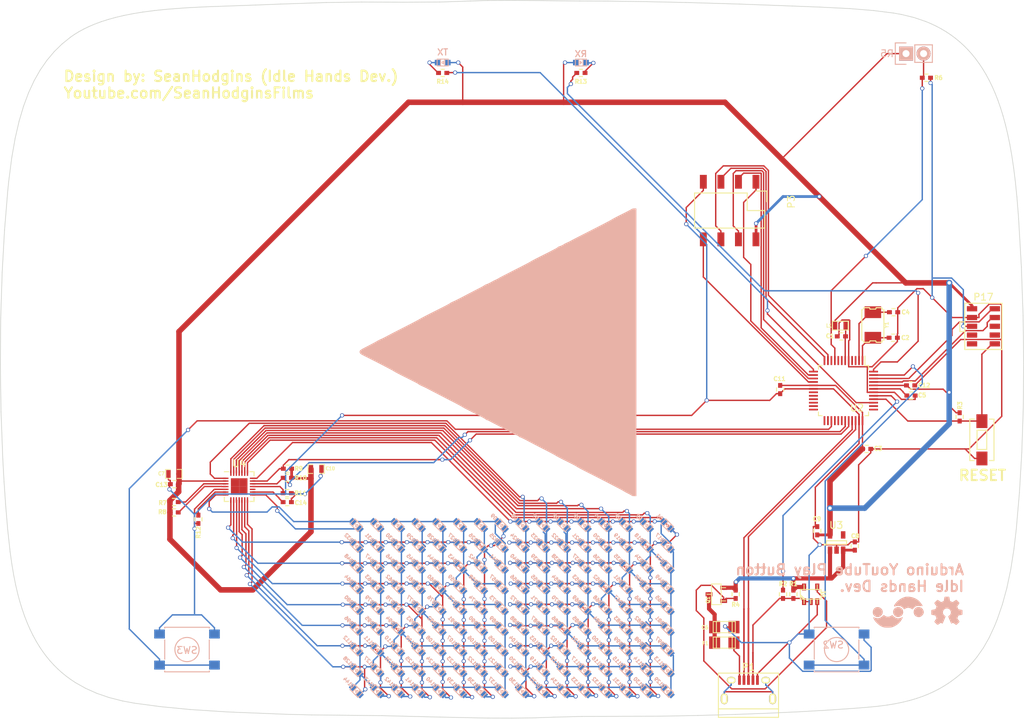
<source format=kicad_pcb>
(kicad_pcb (version 20171130) (host pcbnew "(5.1.12)-1")
  (title_block (title "Sensory Adaptation Robot") (date 2016-03-10) (rev 0.1a) (company "Idle Hands Dev.") (comment 1 "Sean Hodgins"))
  (layers (0 F.Cu signal) (31 B.Cu signal) (34 B.Paste user hide) (35 F.Paste user hide) (36 B.SilkS user hide) (37 F.SilkS user hide) (38 B.Mask user hide) (39 F.Mask user hide) (44 Edge.Cuts user))
  (net 0 "")
  (net 1 GND)
  (net 2 "Net-(C1-Pad1)")
  (net 3 "Net-(C2-Pad1)")
  (net 4 +3V3)
  (net 5 "Net-(C4-Pad1)")
  (net 6 "Net-(C5-Pad1)")
  (net 7 VCOM)
  (net 8 "Net-(F1-Pad1)")
  (net 9 USB_D-)
  (net 10 USB_D+)
  (net 11 SWCLK)
  (net 12 RESET)
  (net 13 SWDIO)
  (net 14 USB_HOST_EN)
  (net 15 /RXLED)
  (net 16 /TXLED)
  (net 17 /BUT1)
  (net 18 /BUT2)
  (net 19 "Net-(U2-Pad4)")
  (net 20 "Net-(U2-Pad7)")
  (net 21 "Net-(U2-Pad8)")
  (net 22 /TXO)
  (net 23 /RXI)
  (net 24 /SPI_MOSI)
  (net 25 /SPI_CLK)
  (net 26 "Net-(U2-Pad26)")
  (net 27 "Net-(U2-Pad28)")
  (net 28 "Net-(U2-Pad37)")
  (net 29 "Net-(U2-Pad38)")
  (net 30 /PHOTO)
  (net 31 "Net-(U2-Pad10)")
  (net 32 "Net-(U2-Pad21)")
  (net 33 "Net-(U2-Pad22)")
  (net 34 "Net-(U2-Pad23)")
  (net 35 "Net-(U2-Pad24)")
  (net 36 "Net-(U2-Pad25)")
  (net 37 "Net-(U2-Pad29)")
  (net 38 VCC)
  (net 39 "Net-(C14-Pad1)")
  (net 40 /CA2)
  (net 41 /CA1)
  (net 42 /CA3)
  (net 43 /CA4)
  (net 44 /CA5)
  (net 45 /CA6)
  (net 46 /CA7)
  (net 47 /CA8)
  (net 48 /CA9)
  (net 49 /CB1)
  (net 50 /CB2)
  (net 51 /CB3)
  (net 52 /CB4)
  (net 53 /CB5)
  (net 54 /CB6)
  (net 55 /CB7)
  (net 56 /CB8)
  (net 57 /CB9)
  (net 58 "Net-(D1006-Pad1)")
  (net 59 "Net-(D1007-Pad1)")
  (net 60 USB_ID)
  (net 61 "Net-(P1-Pad6)")
  (net 62 /GPIO0)
  (net 63 /RESET_ESP)
  (net 64 /CH_PD)
  (net 65 /GPIO2)
  (net 66 "Net-(P17-Pad7)")
  (net 67 "Net-(P17-Pad9)")
  (net 68 "Net-(P17-Pad6)")
  (net 69 "Net-(P17-Pad8)")
  (net 70 "Net-(R7-Pad1)")
  (net 71 "Net-(R8-Pad1)")
  (net 72 "Net-(R11-Pad1)")
  (net 73 "Net-(R12-Pad2)")
  (net 74 "Net-(U4-Pad17)")
  (net 75 "Net-(Q1-Pad1)")
  (net 76 SCL)
  (net 77 SDA)
  (net 78 "Net-(U2-Pad3)")
  (net 79 "Net-(U2-Pad30)")
  (module idlehands_footprints:Led_0603 (layer B.Cu) (at 232.5 172 135)
    (fp_text reference D5 (at 1.626346 0.070711 315) (layer B.SilkS) (effects (font (size 0.5 0.5) (thickness 0.125)) (justify mirror)))
    (fp_text value LED hide)
    (pad 2 smd rect (at -0.7493 0 135) (size 0.79756 0.79756) (layers B.Cu B.Paste B.Mask) (net 45 /CA6))
    (pad 1 smd rect (at 0.7493 0 135) (size 0.79756 0.79756) (layers B.Cu B.Paste B.Mask) (net 41 /CA1))
  )
  (module idlehands_footprints:Led_0603 (layer B.Cu) (at 199.5 196 135)
    (fp_text reference D144 (at 1.626346 0.070711 315) (layer B.SilkS) (effects (font (size 0.5 0.5) (thickness 0.125)) (justify mirror)))
    (fp_text value LED hide)
    (pad 2 smd rect (at -0.7493 0 135) (size 0.79756 0.79756) (layers B.Cu B.Paste B.Mask) (net 56 /CB8))
    (pad 1 smd rect (at 0.7493 0 135) (size 0.79756 0.79756) (layers B.Cu B.Paste B.Mask) (net 57 /CB9))
  )
  (module idlehands_footprints:Led_0603 (layer B.Cu) (at 202.5 196 135)
    (fp_text reference D143 (at 1.626346 0.070711 315) (layer B.SilkS) (effects (font (size 0.5 0.5) (thickness 0.125)) (justify mirror)))
    (fp_text value LED hide)
    (pad 2 smd rect (at -0.7493 0 135) (size 0.79756 0.79756) (layers B.Cu B.Paste B.Mask) (net 55 /CB7))
    (pad 1 smd rect (at 0.7493 0 135) (size 0.79756 0.79756) (layers B.Cu B.Paste B.Mask) (net 57 /CB9))
  )
  (module idlehands_footprints:Led_0603 (layer B.Cu) (at 205.5 196 135)
    (fp_text reference D142 (at 1.626346 0.070711 315) (layer B.SilkS) (effects (font (size 0.5 0.5) (thickness 0.125)) (justify mirror)))
    (fp_text value LED hide)
    (pad 2 smd rect (at -0.7493 0 135) (size 0.79756 0.79756) (layers B.Cu B.Paste B.Mask) (net 54 /CB6))
    (pad 1 smd rect (at 0.7493 0 135) (size 0.79756 0.79756) (layers B.Cu B.Paste B.Mask) (net 57 /CB9))
  )
  (module idlehands_footprints:Led_0603 (layer B.Cu) (at 208.5 196 135)
    (fp_text reference D141 (at 1.626346 0.070711 315) (layer B.SilkS) (effects (font (size 0.5 0.5) (thickness 0.125)) (justify mirror)))
    (fp_text value LED hide)
    (pad 2 smd rect (at -0.7493 0 135) (size 0.79756 0.79756) (layers B.Cu B.Paste B.Mask) (net 53 /CB5))
    (pad 1 smd rect (at 0.7493 0 135) (size 0.79756 0.79756) (layers B.Cu B.Paste B.Mask) (net 57 /CB9))
  )
  (module idlehands_footprints:Led_0603 (layer B.Cu) (at 211.5 196 135)
    (fp_text reference D140 (at 1.626346 0.070711 315) (layer B.SilkS) (effects (font (size 0.5 0.5) (thickness 0.125)) (justify mirror)))
    (fp_text value LED hide)
    (pad 2 smd rect (at -0.7493 0 135) (size 0.79756 0.79756) (layers B.Cu B.Paste B.Mask) (net 52 /CB4))
    (pad 1 smd rect (at 0.7493 0 135) (size 0.79756 0.79756) (layers B.Cu B.Paste B.Mask) (net 57 /CB9))
  )
  (module idlehands_footprints:Led_0603 (layer B.Cu) (at 214.5 196 135)
    (fp_text reference D139 (at 1.626346 0.070711 315) (layer B.SilkS) (effects (font (size 0.5 0.5) (thickness 0.125)) (justify mirror)))
    (fp_text value LED hide)
    (pad 2 smd rect (at -0.7493 0 135) (size 0.79756 0.79756) (layers B.Cu B.Paste B.Mask) (net 51 /CB3))
    (pad 1 smd rect (at 0.7493 0 135) (size 0.79756 0.79756) (layers B.Cu B.Paste B.Mask) (net 57 /CB9))
  )
  (module idlehands_footprints:Led_0603 (layer B.Cu) (at 217.5 196 135)
    (fp_text reference D138 (at 1.626346 0.070711 315) (layer B.SilkS) (effects (font (size 0.5 0.5) (thickness 0.125)) (justify mirror)))
    (fp_text value LED hide)
    (pad 2 smd rect (at -0.7493 0 135) (size 0.79756 0.79756) (layers B.Cu B.Paste B.Mask) (net 50 /CB2))
    (pad 1 smd rect (at 0.7493 0 135) (size 0.79756 0.79756) (layers B.Cu B.Paste B.Mask) (net 57 /CB9))
  )
  (module idlehands_footprints:Led_0603 (layer B.Cu) (at 220.5 196 135)
    (fp_text reference D137 (at 1.626346 0.070711 315) (layer B.SilkS) (effects (font (size 0.5 0.5) (thickness 0.125)) (justify mirror)))
    (fp_text value LED hide)
    (pad 2 smd rect (at -0.7493 0 135) (size 0.79756 0.79756) (layers B.Cu B.Paste B.Mask) (net 49 /CB1))
    (pad 1 smd rect (at 0.7493 0 135) (size 0.79756 0.79756) (layers B.Cu B.Paste B.Mask) (net 57 /CB9))
  )
  (module idlehands_footprints:Led_0603 (layer B.Cu) (at 223.5 196 135)
    (fp_text reference D136 (at 1.626346 0.070711 315) (layer B.SilkS) (effects (font (size 0.5 0.5) (thickness 0.125)) (justify mirror)))
    (fp_text value LED hide)
    (pad 2 smd rect (at -0.7493 0 135) (size 0.79756 0.79756) (layers B.Cu B.Paste B.Mask) (net 47 /CA8))
    (pad 1 smd rect (at 0.7493 0 135) (size 0.79756 0.79756) (layers B.Cu B.Paste B.Mask) (net 48 /CA9))
  )
  (module idlehands_footprints:Led_0603 (layer B.Cu) (at 226.5 196 135)
    (fp_text reference D135 (at 1.626346 0.070711 315) (layer B.SilkS) (effects (font (size 0.5 0.5) (thickness 0.125)) (justify mirror)))
    (fp_text value LED hide)
    (pad 2 smd rect (at -0.7493 0 135) (size 0.79756 0.79756) (layers B.Cu B.Paste B.Mask) (net 46 /CA7))
    (pad 1 smd rect (at 0.7493 0 135) (size 0.79756 0.79756) (layers B.Cu B.Paste B.Mask) (net 48 /CA9))
  )
  (module idlehands_footprints:Led_0603 (layer B.Cu) (at 229.5 196 135)
    (fp_text reference D134 (at 1.626346 0.070711 315) (layer B.SilkS) (effects (font (size 0.5 0.5) (thickness 0.125)) (justify mirror)))
    (fp_text value LED hide)
    (pad 2 smd rect (at -0.7493 0 135) (size 0.79756 0.79756) (layers B.Cu B.Paste B.Mask) (net 45 /CA6))
    (pad 1 smd rect (at 0.7493 0 135) (size 0.79756 0.79756) (layers B.Cu B.Paste B.Mask) (net 48 /CA9))
  )
  (module idlehands_footprints:Led_0603 (layer B.Cu) (at 232.5 196 135)
    (fp_text reference D133 (at 1.626346 0.070711 315) (layer B.SilkS) (effects (font (size 0.5 0.5) (thickness 0.125)) (justify mirror)))
    (fp_text value LED hide)
    (pad 2 smd rect (at -0.7493 0 135) (size 0.79756 0.79756) (layers B.Cu B.Paste B.Mask) (net 44 /CA5))
    (pad 1 smd rect (at 0.7493 0 135) (size 0.79756 0.79756) (layers B.Cu B.Paste B.Mask) (net 48 /CA9))
  )
  (module idlehands_footprints:Led_0603 (layer B.Cu) (at 235.5 196 135)
    (fp_text reference D132 (at 1.626346 0.070711 315) (layer B.SilkS) (effects (font (size 0.5 0.5) (thickness 0.125)) (justify mirror)))
    (fp_text value LED hide)
    (pad 2 smd rect (at -0.7493 0 135) (size 0.79756 0.79756) (layers B.Cu B.Paste B.Mask) (net 43 /CA4))
    (pad 1 smd rect (at 0.7493 0 135) (size 0.79756 0.79756) (layers B.Cu B.Paste B.Mask) (net 48 /CA9))
  )
  (module idlehands_footprints:Led_0603 (layer B.Cu) (at 238.5 196 135)
    (fp_text reference D131 (at 1.626346 0.070711 315) (layer B.SilkS) (effects (font (size 0.5 0.5) (thickness 0.125)) (justify mirror)))
    (fp_text value LED hide)
    (pad 2 smd rect (at -0.7493 0 135) (size 0.79756 0.79756) (layers B.Cu B.Paste B.Mask) (net 42 /CA3))
    (pad 1 smd rect (at 0.7493 0 135) (size 0.79756 0.79756) (layers B.Cu B.Paste B.Mask) (net 48 /CA9))
  )
  (module idlehands_footprints:Led_0603 (layer B.Cu) (at 241.5 196 135)
    (fp_text reference D130 (at 1.626346 0.070711 315) (layer B.SilkS) (effects (font (size 0.5 0.5) (thickness 0.125)) (justify mirror)))
    (fp_text value LED hide)
    (pad 2 smd rect (at -0.7493 0 135) (size 0.79756 0.79756) (layers B.Cu B.Paste B.Mask) (net 40 /CA2))
    (pad 1 smd rect (at 0.7493 0 135) (size 0.79756 0.79756) (layers B.Cu B.Paste B.Mask) (net 48 /CA9))
  )
  (module idlehands_footprints:Led_0603 (layer B.Cu) (at 244.5 196 135)
    (fp_text reference D129 (at 1.626346 0.070711 315) (layer B.SilkS) (effects (font (size 0.5 0.5) (thickness 0.125)) (justify mirror)))
    (fp_text value LED hide)
    (pad 2 smd rect (at -0.7493 0 135) (size 0.79756 0.79756) (layers B.Cu B.Paste B.Mask) (net 41 /CA1))
    (pad 1 smd rect (at 0.7493 0 135) (size 0.79756 0.79756) (layers B.Cu B.Paste B.Mask) (net 48 /CA9))
  )
  (module idlehands_footprints:Led_0603 (layer B.Cu) (at 199.5 193 135)
    (fp_text reference D128 (at 1.626346 0.070711 315) (layer B.SilkS) (effects (font (size 0.5 0.5) (thickness 0.125)) (justify mirror)))
    (fp_text value LED hide)
    (pad 2 smd rect (at -0.7493 0 135) (size 0.79756 0.79756) (layers B.Cu B.Paste B.Mask) (net 57 /CB9))
    (pad 1 smd rect (at 0.7493 0 135) (size 0.79756 0.79756) (layers B.Cu B.Paste B.Mask) (net 56 /CB8))
  )
  (module idlehands_footprints:Led_0603 (layer B.Cu) (at 202.5 193 135)
    (fp_text reference D127 (at 1.626346 0.070711 315) (layer B.SilkS) (effects (font (size 0.5 0.5) (thickness 0.125)) (justify mirror)))
    (fp_text value LED hide)
    (pad 2 smd rect (at -0.7493 0 135) (size 0.79756 0.79756) (layers B.Cu B.Paste B.Mask) (net 55 /CB7))
    (pad 1 smd rect (at 0.7493 0 135) (size 0.79756 0.79756) (layers B.Cu B.Paste B.Mask) (net 56 /CB8))
  )
  (module idlehands_footprints:Led_0603 (layer B.Cu) (at 205.5 193 135)
    (fp_text reference D126 (at 1.626346 0.070711 315) (layer B.SilkS) (effects (font (size 0.5 0.5) (thickness 0.125)) (justify mirror)))
    (fp_text value LED hide)
    (pad 2 smd rect (at -0.7493 0 135) (size 0.79756 0.79756) (layers B.Cu B.Paste B.Mask) (net 54 /CB6))
    (pad 1 smd rect (at 0.7493 0 135) (size 0.79756 0.79756) (layers B.Cu B.Paste B.Mask) (net 56 /CB8))
  )
  (module idlehands_footprints:Led_0603 (layer B.Cu) (at 208.5 193 135)
    (fp_text reference D125 (at 1.626346 0.070711 315) (layer B.SilkS) (effects (font (size 0.5 0.5) (thickness 0.125)) (justify mirror)))
    (fp_text value LED hide)
    (pad 2 smd rect (at -0.7493 0 135) (size 0.79756 0.79756) (layers B.Cu B.Paste B.Mask) (net 53 /CB5))
    (pad 1 smd rect (at 0.7493 0 135) (size 0.79756 0.79756) (layers B.Cu B.Paste B.Mask) (net 56 /CB8))
  )
  (module idlehands_footprints:Led_0603 (layer B.Cu) (at 211.5 193 135)
    (fp_text reference D124 (at 1.626346 0.070711 315) (layer B.SilkS) (effects (font (size 0.5 0.5) (thickness 0.125)) (justify mirror)))
    (fp_text value LED hide)
    (pad 2 smd rect (at -0.7493 0 135) (size 0.79756 0.79756) (layers B.Cu B.Paste B.Mask) (net 52 /CB4))
    (pad 1 smd rect (at 0.7493 0 135) (size 0.79756 0.79756) (layers B.Cu B.Paste B.Mask) (net 56 /CB8))
  )
  (module idlehands_footprints:Led_0603 (layer B.Cu) (at 214.5 193 135)
    (fp_text reference D123 (at 1.626346 0.070711 315) (layer B.SilkS) (effects (font (size 0.5 0.5) (thickness 0.125)) (justify mirror)))
    (fp_text value LED hide)
    (pad 2 smd rect (at -0.7493 0 135) (size 0.79756 0.79756) (layers B.Cu B.Paste B.Mask) (net 51 /CB3))
    (pad 1 smd rect (at 0.7493 0 135) (size 0.79756 0.79756) (layers B.Cu B.Paste B.Mask) (net 56 /CB8))
  )
  (module idlehands_footprints:Led_0603 (layer B.Cu) (at 217.5 193 135)
    (fp_text reference D122 (at 1.626346 0.070711 315) (layer B.SilkS) (effects (font (size 0.5 0.5) (thickness 0.125)) (justify mirror)))
    (fp_text value LED hide)
    (pad 2 smd rect (at -0.7493 0 135) (size 0.79756 0.79756) (layers B.Cu B.Paste B.Mask) (net 50 /CB2))
    (pad 1 smd rect (at 0.7493 0 135) (size 0.79756 0.79756) (layers B.Cu B.Paste B.Mask) (net 56 /CB8))
  )
  (module idlehands_footprints:Led_0603 (layer B.Cu) (at 220.5 193 135)
    (fp_text reference D121 (at 1.626346 0.070711 315) (layer B.SilkS) (effects (font (size 0.5 0.5) (thickness 0.125)) (justify mirror)))
    (fp_text value LED hide)
    (pad 2 smd rect (at -0.7493 0 135) (size 0.79756 0.79756) (layers B.Cu B.Paste B.Mask) (net 49 /CB1))
    (pad 1 smd rect (at 0.7493 0 135) (size 0.79756 0.79756) (layers B.Cu B.Paste B.Mask) (net 56 /CB8))
  )
  (module idlehands_footprints:Led_0603 (layer B.Cu) (at 223.5 193 135)
    (fp_text reference D120 (at 1.626346 0.070711 315) (layer B.SilkS) (effects (font (size 0.5 0.5) (thickness 0.125)) (justify mirror)))
    (fp_text value LED hide)
    (pad 2 smd rect (at -0.7493 0 135) (size 0.79756 0.79756) (layers B.Cu B.Paste B.Mask) (net 48 /CA9))
    (pad 1 smd rect (at 0.7493 0 135) (size 0.79756 0.79756) (layers B.Cu B.Paste B.Mask) (net 47 /CA8))
  )
  (module idlehands_footprints:Led_0603 (layer B.Cu) (at 226.5 193 135)
    (fp_text reference D119 (at 1.626346 0.070711 315) (layer B.SilkS) (effects (font (size 0.5 0.5) (thickness 0.125)) (justify mirror)))
    (fp_text value LED hide)
    (pad 2 smd rect (at -0.7493 0 135) (size 0.79756 0.79756) (layers B.Cu B.Paste B.Mask) (net 46 /CA7))
    (pad 1 smd rect (at 0.7493 0 135) (size 0.79756 0.79756) (layers B.Cu B.Paste B.Mask) (net 47 /CA8))
  )
  (module idlehands_footprints:Led_0603 (layer B.Cu) (at 229.5 193 135)
    (fp_text reference D118 (at 1.626346 0.070711 315) (layer B.SilkS) (effects (font (size 0.5 0.5) (thickness 0.125)) (justify mirror)))
    (fp_text value LED hide)
    (pad 2 smd rect (at -0.7493 0 135) (size 0.79756 0.79756) (layers B.Cu B.Paste B.Mask) (net 45 /CA6))
    (pad 1 smd rect (at 0.7493 0 135) (size 0.79756 0.79756) (layers B.Cu B.Paste B.Mask) (net 47 /CA8))
  )
  (module idlehands_footprints:Led_0603 (layer B.Cu) (at 232.5 193 135)
    (fp_text reference D117 (at 1.626346 0.070711 315) (layer B.SilkS) (effects (font (size 0.5 0.5) (thickness 0.125)) (justify mirror)))
    (fp_text value LED hide)
    (pad 2 smd rect (at -0.7493 0 135) (size 0.79756 0.79756) (layers B.Cu B.Paste B.Mask) (net 44 /CA5))
    (pad 1 smd rect (at 0.7493 0 135) (size 0.79756 0.79756) (layers B.Cu B.Paste B.Mask) (net 47 /CA8))
  )
  (module idlehands_footprints:Led_0603 (layer B.Cu) (at 235.5 193 135)
    (fp_text reference D116 (at 1.626346 0.070711 315) (layer B.SilkS) (effects (font (size 0.5 0.5) (thickness 0.125)) (justify mirror)))
    (fp_text value LED hide)
    (pad 2 smd rect (at -0.7493 0 135) (size 0.79756 0.79756) (layers B.Cu B.Paste B.Mask) (net 43 /CA4))
    (pad 1 smd rect (at 0.7493 0 135) (size 0.79756 0.79756) (layers B.Cu B.Paste B.Mask) (net 47 /CA8))
  )
  (module idlehands_footprints:Led_0603 (layer B.Cu) (at 238.5 193 135)
    (fp_text reference D115 (at 1.626346 0.070711 315) (layer B.SilkS) (effects (font (size 0.5 0.5) (thickness 0.125)) (justify mirror)))
    (fp_text value LED hide)
    (pad 2 smd rect (at -0.7493 0 135) (size 0.79756 0.79756) (layers B.Cu B.Paste B.Mask) (net 42 /CA3))
    (pad 1 smd rect (at 0.7493 0 135) (size 0.79756 0.79756) (layers B.Cu B.Paste B.Mask) (net 47 /CA8))
  )
  (module idlehands_footprints:Led_0603 (layer B.Cu) (at 241.5 193 135)
    (fp_text reference D114 (at 1.626346 0.070711 315) (layer B.SilkS) (effects (font (size 0.5 0.5) (thickness 0.125)) (justify mirror)))
    (fp_text value LED hide)
    (pad 2 smd rect (at -0.7493 0 135) (size 0.79756 0.79756) (layers B.Cu B.Paste B.Mask) (net 40 /CA2))
    (pad 1 smd rect (at 0.7493 0 135) (size 0.79756 0.79756) (layers B.Cu B.Paste B.Mask) (net 47 /CA8))
  )
  (module idlehands_footprints:Led_0603 (layer B.Cu) (at 244.5 193 135)
    (fp_text reference D113 (at 1.626346 0.070711 315) (layer B.SilkS) (effects (font (size 0.5 0.5) (thickness 0.125)) (justify mirror)))
    (fp_text value LED hide)
    (pad 2 smd rect (at -0.7493 0 135) (size 0.79756 0.79756) (layers B.Cu B.Paste B.Mask) (net 41 /CA1))
    (pad 1 smd rect (at 0.7493 0 135) (size 0.79756 0.79756) (layers B.Cu B.Paste B.Mask) (net 47 /CA8))
  )
  (module idlehands_footprints:Led_0603 (layer B.Cu) (at 199.5 190 135)
    (fp_text reference D112 (at 1.626346 0.070711 315) (layer B.SilkS) (effects (font (size 0.5 0.5) (thickness 0.125)) (justify mirror)))
    (fp_text value LED hide)
    (pad 2 smd rect (at -0.7493 0 135) (size 0.79756 0.79756) (layers B.Cu B.Paste B.Mask) (net 57 /CB9))
    (pad 1 smd rect (at 0.7493 0 135) (size 0.79756 0.79756) (layers B.Cu B.Paste B.Mask) (net 55 /CB7))
  )
  (module idlehands_footprints:Led_0603 (layer B.Cu) (at 202.5 190 135)
    (fp_text reference D111 (at 1.626346 0.070711 315) (layer B.SilkS) (effects (font (size 0.5 0.5) (thickness 0.125)) (justify mirror)))
    (fp_text value LED hide)
    (pad 2 smd rect (at -0.7493 0 135) (size 0.79756 0.79756) (layers B.Cu B.Paste B.Mask) (net 56 /CB8))
    (pad 1 smd rect (at 0.7493 0 135) (size 0.79756 0.79756) (layers B.Cu B.Paste B.Mask) (net 55 /CB7))
  )
  (module idlehands_footprints:Led_0603 (layer B.Cu) (at 205.5 190 135)
    (fp_text reference D110 (at 1.626346 0.070711 315) (layer B.SilkS) (effects (font (size 0.5 0.5) (thickness 0.125)) (justify mirror)))
    (fp_text value LED hide)
    (pad 2 smd rect (at -0.7493 0 135) (size 0.79756 0.79756) (layers B.Cu B.Paste B.Mask) (net 54 /CB6))
    (pad 1 smd rect (at 0.7493 0 135) (size 0.79756 0.79756) (layers B.Cu B.Paste B.Mask) (net 55 /CB7))
  )
  (module idlehands_footprints:Led_0603 (layer B.Cu) (at 208.5 190 135)
    (fp_text reference D109 (at 1.626346 0.070711 315) (layer B.SilkS) (effects (font (size 0.5 0.5) (thickness 0.125)) (justify mirror)))
    (fp_text value LED hide)
    (pad 2 smd rect (at -0.7493 0 135) (size 0.79756 0.79756) (layers B.Cu B.Paste B.Mask) (net 53 /CB5))
    (pad 1 smd rect (at 0.7493 0 135) (size 0.79756 0.79756) (layers B.Cu B.Paste B.Mask) (net 55 /CB7))
  )
  (module idlehands_footprints:Led_0603 (layer B.Cu) (at 211.5 190 135)
    (fp_text reference D108 (at 1.626346 0.070711 315) (layer B.SilkS) (effects (font (size 0.5 0.5) (thickness 0.125)) (justify mirror)))
    (fp_text value LED hide)
    (pad 2 smd rect (at -0.7493 0 135) (size 0.79756 0.79756) (layers B.Cu B.Paste B.Mask) (net 52 /CB4))
    (pad 1 smd rect (at 0.7493 0 135) (size 0.79756 0.79756) (layers B.Cu B.Paste B.Mask) (net 55 /CB7))
  )
  (module idlehands_footprints:Led_0603 (layer B.Cu) (at 214.5 190 135)
    (fp_text reference D107 (at 1.626346 0.070711 315) (layer B.SilkS) (effects (font (size 0.5 0.5) (thickness 0.125)) (justify mirror)))
    (fp_text value LED hide)
    (pad 2 smd rect (at -0.7493 0 135) (size 0.79756 0.79756) (layers B.Cu B.Paste B.Mask) (net 51 /CB3))
    (pad 1 smd rect (at 0.7493 0 135) (size 0.79756 0.79756) (layers B.Cu B.Paste B.Mask) (net 55 /CB7))
  )
  (module idlehands_footprints:Led_0603 (layer B.Cu) (at 217.5 190 135)
    (fp_text reference D106 (at 1.626346 0.070711 315) (layer B.SilkS) (effects (font (size 0.5 0.5) (thickness 0.125)) (justify mirror)))
    (fp_text value LED hide)
    (pad 2 smd rect (at -0.7493 0 135) (size 0.79756 0.79756) (layers B.Cu B.Paste B.Mask) (net 50 /CB2))
    (pad 1 smd rect (at 0.7493 0 135) (size 0.79756 0.79756) (layers B.Cu B.Paste B.Mask) (net 55 /CB7))
  )
  (module idlehands_footprints:Led_0603 (layer B.Cu) (at 220.5 190 135)
    (fp_text reference D105 (at 1.626346 0.070711 315) (layer B.SilkS) (effects (font (size 0.5 0.5) (thickness 0.125)) (justify mirror)))
    (fp_text value LED hide)
    (pad 2 smd rect (at -0.7493 0 135) (size 0.79756 0.79756) (layers B.Cu B.Paste B.Mask) (net 49 /CB1))
    (pad 1 smd rect (at 0.7493 0 135) (size 0.79756 0.79756) (layers B.Cu B.Paste B.Mask) (net 55 /CB7))
  )
  (module idlehands_footprints:Led_0603 (layer B.Cu) (at 223.5 190 135)
    (fp_text reference D104 (at 1.626346 0.070711 315) (layer B.SilkS) (effects (font (size 0.5 0.5) (thickness 0.125)) (justify mirror)))
    (fp_text value LED hide)
    (pad 2 smd rect (at -0.7493 0 135) (size 0.79756 0.79756) (layers B.Cu B.Paste B.Mask) (net 48 /CA9))
    (pad 1 smd rect (at 0.7493 0 135) (size 0.79756 0.79756) (layers B.Cu B.Paste B.Mask) (net 46 /CA7))
  )
  (module idlehands_footprints:Led_0603 (layer B.Cu) (at 226.5 190 135)
    (fp_text reference D103 (at 1.626346 0.070711 315) (layer B.SilkS) (effects (font (size 0.5 0.5) (thickness 0.125)) (justify mirror)))
    (fp_text value LED hide)
    (pad 2 smd rect (at -0.7493 0 135) (size 0.79756 0.79756) (layers B.Cu B.Paste B.Mask) (net 47 /CA8))
    (pad 1 smd rect (at 0.7493 0 135) (size 0.79756 0.79756) (layers B.Cu B.Paste B.Mask) (net 46 /CA7))
  )
  (module idlehands_footprints:Led_0603 (layer B.Cu) (at 229.5 190 135)
    (fp_text reference D102 (at 1.626346 0.070711 315) (layer B.SilkS) (effects (font (size 0.5 0.5) (thickness 0.125)) (justify mirror)))
    (fp_text value LED hide)
    (pad 2 smd rect (at -0.7493 0 135) (size 0.79756 0.79756) (layers B.Cu B.Paste B.Mask) (net 45 /CA6))
    (pad 1 smd rect (at 0.7493 0 135) (size 0.79756 0.79756) (layers B.Cu B.Paste B.Mask) (net 46 /CA7))
  )
  (module idlehands_footprints:Led_0603 (layer B.Cu) (at 232.5 190 135)
    (fp_text reference D101 (at 1.626346 0.070711 315) (layer B.SilkS) (effects (font (size 0.5 0.5) (thickness 0.125)) (justify mirror)))
    (fp_text value LED hide)
    (pad 2 smd rect (at -0.7493 0 135) (size 0.79756 0.79756) (layers B.Cu B.Paste B.Mask) (net 44 /CA5))
    (pad 1 smd rect (at 0.7493 0 135) (size 0.79756 0.79756) (layers B.Cu B.Paste B.Mask) (net 46 /CA7))
  )
  (module idlehands_footprints:Led_0603 (layer B.Cu) (at 235.5 190 135)
    (fp_text reference D100 (at 1.626346 0.070711 315) (layer B.SilkS) (effects (font (size 0.5 0.5) (thickness 0.125)) (justify mirror)))
    (fp_text value LED hide)
    (pad 2 smd rect (at -0.7493 0 135) (size 0.79756 0.79756) (layers B.Cu B.Paste B.Mask) (net 43 /CA4))
    (pad 1 smd rect (at 0.7493 0 135) (size 0.79756 0.79756) (layers B.Cu B.Paste B.Mask) (net 46 /CA7))
  )
  (module idlehands_footprints:Led_0603 (layer B.Cu) (at 238.5 190 135)
    (fp_text reference D99 (at 1.626346 0.070711 315) (layer B.SilkS) (effects (font (size 0.5 0.5) (thickness 0.125)) (justify mirror)))
    (fp_text value LED hide)
    (pad 2 smd rect (at -0.7493 0 135) (size 0.79756 0.79756) (layers B.Cu B.Paste B.Mask) (net 42 /CA3))
    (pad 1 smd rect (at 0.7493 0 135) (size 0.79756 0.79756) (layers B.Cu B.Paste B.Mask) (net 46 /CA7))
  )
  (module idlehands_footprints:Led_0603 (layer B.Cu) (at 241.5 190 135)
    (fp_text reference D98 (at 1.626346 0.070711 315) (layer B.SilkS) (effects (font (size 0.5 0.5) (thickness 0.125)) (justify mirror)))
    (fp_text value LED hide)
    (pad 2 smd rect (at -0.7493 0 135) (size 0.79756 0.79756) (layers B.Cu B.Paste B.Mask) (net 40 /CA2))
    (pad 1 smd rect (at 0.7493 0 135) (size 0.79756 0.79756) (layers B.Cu B.Paste B.Mask) (net 46 /CA7))
  )
  (module idlehands_footprints:Led_0603 (layer B.Cu) (at 244.5 190 135)
    (fp_text reference D97 (at 1.626346 0.070711 315) (layer B.SilkS) (effects (font (size 0.5 0.5) (thickness 0.125)) (justify mirror)))
    (fp_text value LED hide)
    (pad 2 smd rect (at -0.7493 0 135) (size 0.79756 0.79756) (layers B.Cu B.Paste B.Mask) (net 41 /CA1))
    (pad 1 smd rect (at 0.7493 0 135) (size 0.79756 0.79756) (layers B.Cu B.Paste B.Mask) (net 46 /CA7))
  )
  (module idlehands_footprints:Led_0603 (layer B.Cu) (at 199.5 187 135)
    (fp_text reference D96 (at 1.626346 0.070711 315) (layer B.SilkS) (effects (font (size 0.5 0.5) (thickness 0.125)) (justify mirror)))
    (fp_text value LED hide)
    (pad 2 smd rect (at -0.7493 0 135) (size 0.79756 0.79756) (layers B.Cu B.Paste B.Mask) (net 57 /CB9))
    (pad 1 smd rect (at 0.7493 0 135) (size 0.79756 0.79756) (layers B.Cu B.Paste B.Mask) (net 54 /CB6))
  )
  (module idlehands_footprints:Led_0603 (layer B.Cu) (at 202.5 187 135)
    (fp_text reference D95 (at 1.626346 0.070711 315) (layer B.SilkS) (effects (font (size 0.5 0.5) (thickness 0.125)) (justify mirror)))
    (fp_text value LED hide)
    (pad 2 smd rect (at -0.7493 0 135) (size 0.79756 0.79756) (layers B.Cu B.Paste B.Mask) (net 56 /CB8))
    (pad 1 smd rect (at 0.7493 0 135) (size 0.79756 0.79756) (layers B.Cu B.Paste B.Mask) (net 54 /CB6))
  )
  (module idlehands_footprints:Led_0603 (layer B.Cu) (at 205.5 187 135)
    (fp_text reference D94 (at 1.626346 0.070711 315) (layer B.SilkS) (effects (font (size 0.5 0.5) (thickness 0.125)) (justify mirror)))
    (fp_text value LED hide)
    (pad 2 smd rect (at -0.7493 0 135) (size 0.79756 0.79756) (layers B.Cu B.Paste B.Mask) (net 55 /CB7))
    (pad 1 smd rect (at 0.7493 0 135) (size 0.79756 0.79756) (layers B.Cu B.Paste B.Mask) (net 54 /CB6))
  )
  (module idlehands_footprints:Led_0603 (layer B.Cu) (at 208.5 187 135)
    (fp_text reference D93 (at 1.626346 0.070711 315) (layer B.SilkS) (effects (font (size 0.5 0.5) (thickness 0.125)) (justify mirror)))
    (fp_text value LED hide)
    (pad 2 smd rect (at -0.7493 0 135) (size 0.79756 0.79756) (layers B.Cu B.Paste B.Mask) (net 53 /CB5))
    (pad 1 smd rect (at 0.7493 0 135) (size 0.79756 0.79756) (layers B.Cu B.Paste B.Mask) (net 54 /CB6))
  )
  (module idlehands_footprints:Led_0603 (layer B.Cu) (at 211.5 187 135)
    (fp_text reference D92 (at 1.626346 0.070711 315) (layer B.SilkS) (effects (font (size 0.5 0.5) (thickness 0.125)) (justify mirror)))
    (fp_text value LED hide)
    (pad 2 smd rect (at -0.7493 0 135) (size 0.79756 0.79756) (layers B.Cu B.Paste B.Mask) (net 52 /CB4))
    (pad 1 smd rect (at 0.7493 0 135) (size 0.79756 0.79756) (layers B.Cu B.Paste B.Mask) (net 54 /CB6))
  )
  (module idlehands_footprints:Led_0603 (layer B.Cu) (at 214.5 187 135)
    (fp_text reference D91 (at 1.626346 0.070711 315) (layer B.SilkS) (effects (font (size 0.5 0.5) (thickness 0.125)) (justify mirror)))
    (fp_text value LED hide)
    (pad 2 smd rect (at -0.7493 0 135) (size 0.79756 0.79756) (layers B.Cu B.Paste B.Mask) (net 51 /CB3))
    (pad 1 smd rect (at 0.7493 0 135) (size 0.79756 0.79756) (layers B.Cu B.Paste B.Mask) (net 54 /CB6))
  )
  (module idlehands_footprints:Led_0603 (layer B.Cu) (at 217.5 187 135)
    (fp_text reference D90 (at 1.626346 0.070711 315) (layer B.SilkS) (effects (font (size 0.5 0.5) (thickness 0.125)) (justify mirror)))
    (fp_text value LED hide)
    (pad 2 smd rect (at -0.7493 0 135) (size 0.79756 0.79756) (layers B.Cu B.Paste B.Mask) (net 50 /CB2))
    (pad 1 smd rect (at 0.7493 0 135) (size 0.79756 0.79756) (layers B.Cu B.Paste B.Mask) (net 54 /CB6))
  )
  (module idlehands_footprints:Led_0603 (layer B.Cu) (at 220.5 187 135)
    (fp_text reference D89 (at 1.626346 0.070711 315) (layer B.SilkS) (effects (font (size 0.5 0.5) (thickness 0.125)) (justify mirror)))
    (fp_text value LED hide)
    (pad 2 smd rect (at -0.7493 0 135) (size 0.79756 0.79756) (layers B.Cu B.Paste B.Mask) (net 49 /CB1))
    (pad 1 smd rect (at 0.7493 0 135) (size 0.79756 0.79756) (layers B.Cu B.Paste B.Mask) (net 54 /CB6))
  )
  (module idlehands_footprints:Led_0603 (layer B.Cu) (at 223.5 187 135)
    (fp_text reference D88 (at 1.626346 0.070711 315) (layer B.SilkS) (effects (font (size 0.5 0.5) (thickness 0.125)) (justify mirror)))
    (fp_text value LED hide)
    (pad 2 smd rect (at -0.7493 0 135) (size 0.79756 0.79756) (layers B.Cu B.Paste B.Mask) (net 48 /CA9))
    (pad 1 smd rect (at 0.7493 0 135) (size 0.79756 0.79756) (layers B.Cu B.Paste B.Mask) (net 45 /CA6))
  )
  (module idlehands_footprints:Led_0603 (layer B.Cu) (at 226.5 187 135)
    (fp_text reference D87 (at 1.626346 0.070711 315) (layer B.SilkS) (effects (font (size 0.5 0.5) (thickness 0.125)) (justify mirror)))
    (fp_text value LED hide)
    (pad 2 smd rect (at -0.7493 0 135) (size 0.79756 0.79756) (layers B.Cu B.Paste B.Mask) (net 47 /CA8))
    (pad 1 smd rect (at 0.7493 0 135) (size 0.79756 0.79756) (layers B.Cu B.Paste B.Mask) (net 45 /CA6))
  )
  (module idlehands_footprints:Led_0603 (layer B.Cu) (at 229.5 187 135)
    (fp_text reference D86 (at 1.626346 0.070711 315) (layer B.SilkS) (effects (font (size 0.5 0.5) (thickness 0.125)) (justify mirror)))
    (fp_text value LED hide)
    (pad 2 smd rect (at -0.7493 0 135) (size 0.79756 0.79756) (layers B.Cu B.Paste B.Mask) (net 46 /CA7))
    (pad 1 smd rect (at 0.7493 0 135) (size 0.79756 0.79756) (layers B.Cu B.Paste B.Mask) (net 45 /CA6))
  )
  (module idlehands_footprints:Led_0603 (layer B.Cu) (at 232.5 187 135)
    (fp_text reference D85 (at 1.626346 0.070711 315) (layer B.SilkS) (effects (font (size 0.5 0.5) (thickness 0.125)) (justify mirror)))
    (fp_text value LED hide)
    (pad 2 smd rect (at -0.7493 0 135) (size 0.79756 0.79756) (layers B.Cu B.Paste B.Mask) (net 44 /CA5))
    (pad 1 smd rect (at 0.7493 0 135) (size 0.79756 0.79756) (layers B.Cu B.Paste B.Mask) (net 45 /CA6))
  )
  (module idlehands_footprints:Led_0603 (layer B.Cu) (at 235.5 187 135)
    (fp_text reference D84 (at 1.626346 0.070711 315) (layer B.SilkS) (effects (font (size 0.5 0.5) (thickness 0.125)) (justify mirror)))
    (fp_text value LED hide)
    (pad 2 smd rect (at -0.7493 0 135) (size 0.79756 0.79756) (layers B.Cu B.Paste B.Mask) (net 43 /CA4))
    (pad 1 smd rect (at 0.7493 0 135) (size 0.79756 0.79756) (layers B.Cu B.Paste B.Mask) (net 45 /CA6))
  )
  (module idlehands_footprints:Led_0603 (layer B.Cu) (at 238.5 187 135)
    (fp_text reference D83 (at 1.626346 0.070711 315) (layer B.SilkS) (effects (font (size 0.5 0.5) (thickness 0.125)) (justify mirror)))
    (fp_text value LED hide)
    (pad 2 smd rect (at -0.7493 0 135) (size 0.79756 0.79756) (layers B.Cu B.Paste B.Mask) (net 42 /CA3))
    (pad 1 smd rect (at 0.7493 0 135) (size 0.79756 0.79756) (layers B.Cu B.Paste B.Mask) (net 45 /CA6))
  )
  (module idlehands_footprints:Led_0603 (layer B.Cu) (at 241.5 187 135)
    (fp_text reference D82 (at 1.626346 0.070711 315) (layer B.SilkS) (effects (font (size 0.5 0.5) (thickness 0.125)) (justify mirror)))
    (fp_text value LED hide)
    (pad 2 smd rect (at -0.7493 0 135) (size 0.79756 0.79756) (layers B.Cu B.Paste B.Mask) (net 40 /CA2))
    (pad 1 smd rect (at 0.7493 0 135) (size 0.79756 0.79756) (layers B.Cu B.Paste B.Mask) (net 45 /CA6))
  )
  (module idlehands_footprints:Led_0603 (layer B.Cu) (at 244.5 187 135)
    (fp_text reference D81 (at 1.626346 0.070711 315) (layer B.SilkS) (effects (font (size 0.5 0.5) (thickness 0.125)) (justify mirror)))
    (fp_text value LED hide)
    (pad 2 smd rect (at -0.7493 0 135) (size 0.79756 0.79756) (layers B.Cu B.Paste B.Mask) (net 41 /CA1))
    (pad 1 smd rect (at 0.7493 0 135) (size 0.79756 0.79756) (layers B.Cu B.Paste B.Mask) (net 45 /CA6))
  )
  (module idlehands_footprints:Led_0603 (layer B.Cu) (at 199.5 184 135)
    (fp_text reference D80 (at 1.626346 0.070711 315) (layer B.SilkS) (effects (font (size 0.5 0.5) (thickness 0.125)) (justify mirror)))
    (fp_text value LED hide)
    (pad 2 smd rect (at -0.7493 0 135) (size 0.79756 0.79756) (layers B.Cu B.Paste B.Mask) (net 57 /CB9))
    (pad 1 smd rect (at 0.7493 0 135) (size 0.79756 0.79756) (layers B.Cu B.Paste B.Mask) (net 53 /CB5))
  )
  (module idlehands_footprints:Led_0603 (layer B.Cu) (at 202.5 184 135)
    (fp_text reference D79 (at 1.626346 0.070711 315) (layer B.SilkS) (effects (font (size 0.5 0.5) (thickness 0.125)) (justify mirror)))
    (fp_text value LED hide)
    (pad 2 smd rect (at -0.7493 0 135) (size 0.79756 0.79756) (layers B.Cu B.Paste B.Mask) (net 56 /CB8))
    (pad 1 smd rect (at 0.7493 0 135) (size 0.79756 0.79756) (layers B.Cu B.Paste B.Mask) (net 53 /CB5))
  )
  (module idlehands_footprints:Led_0603 (layer B.Cu) (at 205.5 184 135)
    (fp_text reference D78 (at 1.626346 0.070711 315) (layer B.SilkS) (effects (font (size 0.5 0.5) (thickness 0.125)) (justify mirror)))
    (fp_text value LED hide)
    (pad 2 smd rect (at -0.7493 0 135) (size 0.79756 0.79756) (layers B.Cu B.Paste B.Mask) (net 55 /CB7))
    (pad 1 smd rect (at 0.7493 0 135) (size 0.79756 0.79756) (layers B.Cu B.Paste B.Mask) (net 53 /CB5))
  )
  (module idlehands_footprints:Led_0603 (layer B.Cu) (at 208.5 184 135)
    (fp_text reference D77 (at 1.626346 0.070711 315) (layer B.SilkS) (effects (font (size 0.5 0.5) (thickness 0.125)) (justify mirror)))
    (fp_text value LED hide)
    (pad 2 smd rect (at -0.7493 0 135) (size 0.79756 0.79756) (layers B.Cu B.Paste B.Mask) (net 54 /CB6))
    (pad 1 smd rect (at 0.7493 0 135) (size 0.79756 0.79756) (layers B.Cu B.Paste B.Mask) (net 53 /CB5))
  )
  (module idlehands_footprints:Led_0603 (layer B.Cu) (at 211.5 184 135)
    (fp_text reference D76 (at 1.626346 0.070711 315) (layer B.SilkS) (effects (font (size 0.5 0.5) (thickness 0.125)) (justify mirror)))
    (fp_text value LED hide)
    (pad 2 smd rect (at -0.7493 0 135) (size 0.79756 0.79756) (layers B.Cu B.Paste B.Mask) (net 52 /CB4))
    (pad 1 smd rect (at 0.7493 0 135) (size 0.79756 0.79756) (layers B.Cu B.Paste B.Mask) (net 53 /CB5))
  )
  (module idlehands_footprints:Led_0603 (layer B.Cu) (at 214.5 184 135)
    (fp_text reference D75 (at 1.626346 0.070711 315) (layer B.SilkS) (effects (font (size 0.5 0.5) (thickness 0.125)) (justify mirror)))
    (fp_text value LED hide)
    (pad 2 smd rect (at -0.7493 0 135) (size 0.79756 0.79756) (layers B.Cu B.Paste B.Mask) (net 51 /CB3))
    (pad 1 smd rect (at 0.7493 0 135) (size 0.79756 0.79756) (layers B.Cu B.Paste B.Mask) (net 53 /CB5))
  )
  (module idlehands_footprints:Led_0603 (layer B.Cu) (at 217.5 184 135)
    (fp_text reference D74 (at 1.626346 0.070711 315) (layer B.SilkS) (effects (font (size 0.5 0.5) (thickness 0.125)) (justify mirror)))
    (fp_text value LED hide)
    (pad 2 smd rect (at -0.7493 0 135) (size 0.79756 0.79756) (layers B.Cu B.Paste B.Mask) (net 50 /CB2))
    (pad 1 smd rect (at 0.7493 0 135) (size 0.79756 0.79756) (layers B.Cu B.Paste B.Mask) (net 53 /CB5))
  )
  (module idlehands_footprints:Led_0603 (layer B.Cu) (at 220.5 184 135)
    (fp_text reference D73 (at 1.626346 0.070711 315) (layer B.SilkS) (effects (font (size 0.5 0.5) (thickness 0.125)) (justify mirror)))
    (fp_text value LED hide)
    (pad 2 smd rect (at -0.7493 0 135) (size 0.79756 0.79756) (layers B.Cu B.Paste B.Mask) (net 49 /CB1))
    (pad 1 smd rect (at 0.7493 0 135) (size 0.79756 0.79756) (layers B.Cu B.Paste B.Mask) (net 53 /CB5))
  )
  (module idlehands_footprints:Led_0603 (layer B.Cu) (at 223.5 184 135)
    (fp_text reference D72 (at 1.626346 0.070711 315) (layer B.SilkS) (effects (font (size 0.5 0.5) (thickness 0.125)) (justify mirror)))
    (fp_text value LED hide)
    (pad 2 smd rect (at -0.7493 0 135) (size 0.79756 0.79756) (layers B.Cu B.Paste B.Mask) (net 48 /CA9))
    (pad 1 smd rect (at 0.7493 0 135) (size 0.79756 0.79756) (layers B.Cu B.Paste B.Mask) (net 44 /CA5))
  )
  (module idlehands_footprints:Led_0603 (layer B.Cu) (at 226.5 184 135)
    (fp_text reference D71 (at 1.626346 0.070711 315) (layer B.SilkS) (effects (font (size 0.5 0.5) (thickness 0.125)) (justify mirror)))
    (fp_text value LED hide)
    (pad 2 smd rect (at -0.7493 0 135) (size 0.79756 0.79756) (layers B.Cu B.Paste B.Mask) (net 47 /CA8))
    (pad 1 smd rect (at 0.7493 0 135) (size 0.79756 0.79756) (layers B.Cu B.Paste B.Mask) (net 44 /CA5))
  )
  (module idlehands_footprints:Led_0603 (layer B.Cu) (at 229.5 184 135)
    (fp_text reference D70 (at 1.626346 0.070711 315) (layer B.SilkS) (effects (font (size 0.5 0.5) (thickness 0.125)) (justify mirror)))
    (fp_text value LED hide)
    (pad 2 smd rect (at -0.7493 0 135) (size 0.79756 0.79756) (layers B.Cu B.Paste B.Mask) (net 46 /CA7))
    (pad 1 smd rect (at 0.7493 0 135) (size 0.79756 0.79756) (layers B.Cu B.Paste B.Mask) (net 44 /CA5))
  )
  (module idlehands_footprints:Led_0603 (layer B.Cu) (at 232.5 184 135)
    (fp_text reference D69 (at 1.626346 0.070711 315) (layer B.SilkS) (effects (font (size 0.5 0.5) (thickness 0.125)) (justify mirror)))
    (fp_text value LED hide)
    (pad 2 smd rect (at -0.7493 0 135) (size 0.79756 0.79756) (layers B.Cu B.Paste B.Mask) (net 45 /CA6))
    (pad 1 smd rect (at 0.7493 0 135) (size 0.79756 0.79756) (layers B.Cu B.Paste B.Mask) (net 44 /CA5))
  )
  (module idlehands_footprints:Led_0603 (layer B.Cu) (at 235.5 184 135)
    (fp_text reference D68 (at 1.626346 0.070711 315) (layer B.SilkS) (effects (font (size 0.5 0.5) (thickness 0.125)) (justify mirror)))
    (fp_text value LED hide)
    (pad 2 smd rect (at -0.7493 0 135) (size 0.79756 0.79756) (layers B.Cu B.Paste B.Mask) (net 43 /CA4))
    (pad 1 smd rect (at 0.7493 0 135) (size 0.79756 0.79756) (layers B.Cu B.Paste B.Mask) (net 44 /CA5))
  )
  (module idlehands_footprints:Led_0603 (layer B.Cu) (at 238.5 184 135)
    (fp_text reference D67 (at 1.626346 0.070711 315) (layer B.SilkS) (effects (font (size 0.5 0.5) (thickness 0.125)) (justify mirror)))
    (fp_text value LED hide)
    (pad 2 smd rect (at -0.7493 0 135) (size 0.79756 0.79756) (layers B.Cu B.Paste B.Mask) (net 42 /CA3))
    (pad 1 smd rect (at 0.7493 0 135) (size 0.79756 0.79756) (layers B.Cu B.Paste B.Mask) (net 44 /CA5))
  )
  (module idlehands_footprints:Led_0603 (layer B.Cu) (at 241.5 184 135)
    (fp_text reference D66 (at 1.626346 0.070711 315) (layer B.SilkS) (effects (font (size 0.5 0.5) (thickness 0.125)) (justify mirror)))
    (fp_text value LED hide)
    (pad 2 smd rect (at -0.7493 0 135) (size 0.79756 0.79756) (layers B.Cu B.Paste B.Mask) (net 40 /CA2))
    (pad 1 smd rect (at 0.7493 0 135) (size 0.79756 0.79756) (layers B.Cu B.Paste B.Mask) (net 44 /CA5))
  )
  (module idlehands_footprints:Led_0603 (layer B.Cu) (at 244.5 184 135)
    (fp_text reference D65 (at 1.626346 0.070711 315) (layer B.SilkS) (effects (font (size 0.5 0.5) (thickness 0.125)) (justify mirror)))
    (fp_text value LED hide)
    (pad 2 smd rect (at -0.7493 0 135) (size 0.79756 0.79756) (layers B.Cu B.Paste B.Mask) (net 41 /CA1))
    (pad 1 smd rect (at 0.7493 0 135) (size 0.79756 0.79756) (layers B.Cu B.Paste B.Mask) (net 44 /CA5))
  )
  (module idlehands_footprints:Led_0603 (layer B.Cu) (at 199.5 181 135)
    (fp_text reference D64 (at 1.626346 0.070711 315) (layer B.SilkS) (effects (font (size 0.5 0.5) (thickness 0.125)) (justify mirror)))
    (fp_text value LED hide)
    (pad 2 smd rect (at -0.7493 0 135) (size 0.79756 0.79756) (layers B.Cu B.Paste B.Mask) (net 57 /CB9))
    (pad 1 smd rect (at 0.7493 0 135) (size 0.79756 0.79756) (layers B.Cu B.Paste B.Mask) (net 52 /CB4))
  )
  (module idlehands_footprints:Led_0603 (layer B.Cu) (at 202.5 181 135)
    (fp_text reference D63 (at 1.626346 0.070711 315) (layer B.SilkS) (effects (font (size 0.5 0.5) (thickness 0.125)) (justify mirror)))
    (fp_text value LED hide)
    (pad 2 smd rect (at -0.7493 0 135) (size 0.79756 0.79756) (layers B.Cu B.Paste B.Mask) (net 56 /CB8))
    (pad 1 smd rect (at 0.7493 0 135) (size 0.79756 0.79756) (layers B.Cu B.Paste B.Mask) (net 52 /CB4))
  )
  (module idlehands_footprints:Led_0603 (layer B.Cu) (at 205.5 181 135)
    (fp_text reference D62 (at 1.626346 0.070711 315) (layer B.SilkS) (effects (font (size 0.5 0.5) (thickness 0.125)) (justify mirror)))
    (fp_text value LED hide)
    (pad 2 smd rect (at -0.7493 0 135) (size 0.79756 0.79756) (layers B.Cu B.Paste B.Mask) (net 55 /CB7))
    (pad 1 smd rect (at 0.7493 0 135) (size 0.79756 0.79756) (layers B.Cu B.Paste B.Mask) (net 52 /CB4))
  )
  (module idlehands_footprints:Led_0603 (layer B.Cu) (at 208.5 181 135)
    (fp_text reference D61 (at 1.626346 0.070711 315) (layer B.SilkS) (effects (font (size 0.5 0.5) (thickness 0.125)) (justify mirror)))
    (fp_text value LED hide)
    (pad 2 smd rect (at -0.7493 0 135) (size 0.79756 0.79756) (layers B.Cu B.Paste B.Mask) (net 54 /CB6))
    (pad 1 smd rect (at 0.7493 0 135) (size 0.79756 0.79756) (layers B.Cu B.Paste B.Mask) (net 52 /CB4))
  )
  (module idlehands_footprints:Led_0603 (layer B.Cu) (at 211.5 181 135)
    (fp_text reference D60 (at 1.626346 0.070711 315) (layer B.SilkS) (effects (font (size 0.5 0.5) (thickness 0.125)) (justify mirror)))
    (fp_text value LED hide)
    (pad 2 smd rect (at -0.7493 0 135) (size 0.79756 0.79756) (layers B.Cu B.Paste B.Mask) (net 53 /CB5))
    (pad 1 smd rect (at 0.7493 0 135) (size 0.79756 0.79756) (layers B.Cu B.Paste B.Mask) (net 52 /CB4))
  )
  (module idlehands_footprints:Led_0603 (layer B.Cu) (at 214.5 181 135)
    (fp_text reference D59 (at 1.626346 0.070711 315) (layer B.SilkS) (effects (font (size 0.5 0.5) (thickness 0.125)) (justify mirror)))
    (fp_text value LED hide)
    (pad 2 smd rect (at -0.7493 0 135) (size 0.79756 0.79756) (layers B.Cu B.Paste B.Mask) (net 51 /CB3))
    (pad 1 smd rect (at 0.7493 0 135) (size 0.79756 0.79756) (layers B.Cu B.Paste B.Mask) (net 52 /CB4))
  )
  (module idlehands_footprints:Led_0603 (layer B.Cu) (at 217.5 181 135)
    (fp_text reference D58 (at 1.626346 0.070711 315) (layer B.SilkS) (effects (font (size 0.5 0.5) (thickness 0.125)) (justify mirror)))
    (fp_text value LED hide)
    (pad 2 smd rect (at -0.7493 0 135) (size 0.79756 0.79756) (layers B.Cu B.Paste B.Mask) (net 50 /CB2))
    (pad 1 smd rect (at 0.7493 0 135) (size 0.79756 0.79756) (layers B.Cu B.Paste B.Mask) (net 52 /CB4))
  )
  (module idlehands_footprints:Led_0603 (layer B.Cu) (at 220.5 181 135)
    (fp_text reference D57 (at 1.626346 0.070711 315) (layer B.SilkS) (effects (font (size 0.5 0.5) (thickness 0.125)) (justify mirror)))
    (fp_text value LED hide)
    (pad 2 smd rect (at -0.7493 0 135) (size 0.79756 0.79756) (layers B.Cu B.Paste B.Mask) (net 49 /CB1))
    (pad 1 smd rect (at 0.7493 0 135) (size 0.79756 0.79756) (layers B.Cu B.Paste B.Mask) (net 52 /CB4))
  )
  (module idlehands_footprints:Led_0603 (layer B.Cu) (at 223.5 181 135)
    (fp_text reference D56 (at 1.626346 0.070711 315) (layer B.SilkS) (effects (font (size 0.5 0.5) (thickness 0.125)) (justify mirror)))
    (fp_text value LED hide)
    (pad 2 smd rect (at -0.7493 0 135) (size 0.79756 0.79756) (layers B.Cu B.Paste B.Mask) (net 48 /CA9))
    (pad 1 smd rect (at 0.7493 0 135) (size 0.79756 0.79756) (layers B.Cu B.Paste B.Mask) (net 43 /CA4))
  )
  (module idlehands_footprints:Led_0603 (layer B.Cu) (at 226.5 181 135)
    (fp_text reference D55 (at 1.626346 0.070711 315) (layer B.SilkS) (effects (font (size 0.5 0.5) (thickness 0.125)) (justify mirror)))
    (fp_text value LED hide)
    (pad 2 smd rect (at -0.7493 0 135) (size 0.79756 0.79756) (layers B.Cu B.Paste B.Mask) (net 47 /CA8))
    (pad 1 smd rect (at 0.7493 0 135) (size 0.79756 0.79756) (layers B.Cu B.Paste B.Mask) (net 43 /CA4))
  )
  (module idlehands_footprints:Led_0603 (layer B.Cu) (at 229.5 181 135)
    (fp_text reference D54 (at 1.626346 0.070711 315) (layer B.SilkS) (effects (font (size 0.5 0.5) (thickness 0.125)) (justify mirror)))
    (fp_text value LED hide)
    (pad 2 smd rect (at -0.7493 0 135) (size 0.79756 0.79756) (layers B.Cu B.Paste B.Mask) (net 46 /CA7))
    (pad 1 smd rect (at 0.7493 0 135) (size 0.79756 0.79756) (layers B.Cu B.Paste B.Mask) (net 43 /CA4))
  )
  (module idlehands_footprints:Led_0603 (layer B.Cu) (at 232.5 181 135)
    (fp_text reference D53 (at 1.626346 0.070711 315) (layer B.SilkS) (effects (font (size 0.5 0.5) (thickness 0.125)) (justify mirror)))
    (fp_text value LED hide)
    (pad 2 smd rect (at -0.7493 0 135) (size 0.79756 0.79756) (layers B.Cu B.Paste B.Mask) (net 45 /CA6))
    (pad 1 smd rect (at 0.7493 0 135) (size 0.79756 0.79756) (layers B.Cu B.Paste B.Mask) (net 43 /CA4))
  )
  (module idlehands_footprints:Led_0603 (layer B.Cu) (at 235.5 181 135)
    (fp_text reference D52 (at 1.626346 0.070711 315) (layer B.SilkS) (effects (font (size 0.5 0.5) (thickness 0.125)) (justify mirror)))
    (fp_text value LED hide)
    (pad 2 smd rect (at -0.7493 0 135) (size 0.79756 0.79756) (layers B.Cu B.Paste B.Mask) (net 44 /CA5))
    (pad 1 smd rect (at 0.7493 0 135) (size 0.79756 0.79756) (layers B.Cu B.Paste B.Mask) (net 43 /CA4))
  )
  (module idlehands_footprints:Led_0603 (layer B.Cu) (at 238.5 181 135)
    (fp_text reference D51 (at 1.626346 0.070711 315) (layer B.SilkS) (effects (font (size 0.5 0.5) (thickness 0.125)) (justify mirror)))
    (fp_text value LED hide)
    (pad 2 smd rect (at -0.7493 0 135) (size 0.79756 0.79756) (layers B.Cu B.Paste B.Mask) (net 42 /CA3))
    (pad 1 smd rect (at 0.7493 0 135) (size 0.79756 0.79756) (layers B.Cu B.Paste B.Mask) (net 43 /CA4))
  )
  (module idlehands_footprints:Led_0603 (layer B.Cu) (at 241.5 181 135)
    (fp_text reference D50 (at 1.626346 0.070711 315) (layer B.SilkS) (effects (font (size 0.5 0.5) (thickness 0.125)) (justify mirror)))
    (fp_text value LED hide)
    (pad 2 smd rect (at -0.7493 0 135) (size 0.79756 0.79756) (layers B.Cu B.Paste B.Mask) (net 40 /CA2))
    (pad 1 smd rect (at 0.7493 0 135) (size 0.79756 0.79756) (layers B.Cu B.Paste B.Mask) (net 43 /CA4))
  )
  (module idlehands_footprints:Led_0603 (layer B.Cu) (at 244.5 181 135)
    (fp_text reference D49 (at 1.626346 0.070711 315) (layer B.SilkS) (effects (font (size 0.5 0.5) (thickness 0.125)) (justify mirror)))
    (fp_text value LED hide)
    (pad 2 smd rect (at -0.7493 0 135) (size 0.79756 0.79756) (layers B.Cu B.Paste B.Mask) (net 41 /CA1))
    (pad 1 smd rect (at 0.7493 0 135) (size 0.79756 0.79756) (layers B.Cu B.Paste B.Mask) (net 43 /CA4))
  )
  (module idlehands_footprints:Led_0603 (layer B.Cu) (at 199.5 178 135)
    (fp_text reference D48 (at 1.626346 0.070711 315) (layer B.SilkS) (effects (font (size 0.5 0.5) (thickness 0.125)) (justify mirror)))
    (fp_text value LED hide)
    (pad 2 smd rect (at -0.7493 0 135) (size 0.79756 0.79756) (layers B.Cu B.Paste B.Mask) (net 57 /CB9))
    (pad 1 smd rect (at 0.7493 0 135) (size 0.79756 0.79756) (layers B.Cu B.Paste B.Mask) (net 51 /CB3))
  )
  (module idlehands_footprints:Led_0603 (layer B.Cu) (at 202.5 178 135)
    (fp_text reference D47 (at 1.626346 0.070711 315) (layer B.SilkS) (effects (font (size 0.5 0.5) (thickness 0.125)) (justify mirror)))
    (fp_text value LED hide)
    (pad 2 smd rect (at -0.7493 0 135) (size 0.79756 0.79756) (layers B.Cu B.Paste B.Mask) (net 56 /CB8))
    (pad 1 smd rect (at 0.7493 0 135) (size 0.79756 0.79756) (layers B.Cu B.Paste B.Mask) (net 51 /CB3))
  )
  (module idlehands_footprints:Led_0603 (layer B.Cu) (at 205.5 178 135)
    (fp_text reference D46 (at 1.626346 0.070711 315) (layer B.SilkS) (effects (font (size 0.5 0.5) (thickness 0.125)) (justify mirror)))
    (fp_text value LED hide)
    (pad 2 smd rect (at -0.7493 0 135) (size 0.79756 0.79756) (layers B.Cu B.Paste B.Mask) (net 55 /CB7))
    (pad 1 smd rect (at 0.7493 0 135) (size 0.79756 0.79756) (layers B.Cu B.Paste B.Mask) (net 51 /CB3))
  )
  (module idlehands_footprints:Led_0603 (layer B.Cu) (at 208.5 178 135)
    (fp_text reference D45 (at 1.626346 0.070711 315) (layer B.SilkS) (effects (font (size 0.5 0.5) (thickness 0.125)) (justify mirror)))
    (fp_text value LED hide)
    (pad 2 smd rect (at -0.7493 0 135) (size 0.79756 0.79756) (layers B.Cu B.Paste B.Mask) (net 54 /CB6))
    (pad 1 smd rect (at 0.7493 0 135) (size 0.79756 0.79756) (layers B.Cu B.Paste B.Mask) (net 51 /CB3))
  )
  (module idlehands_footprints:Led_0603 (layer B.Cu) (at 211.5 178 135)
    (fp_text reference D44 (at 1.626346 0.070711 315) (layer B.SilkS) (effects (font (size 0.5 0.5) (thickness 0.125)) (justify mirror)))
    (fp_text value LED hide)
    (pad 2 smd rect (at -0.7493 0 135) (size 0.79756 0.79756) (layers B.Cu B.Paste B.Mask) (net 53 /CB5))
    (pad 1 smd rect (at 0.7493 0 135) (size 0.79756 0.79756) (layers B.Cu B.Paste B.Mask) (net 51 /CB3))
  )
  (module idlehands_footprints:Led_0603 (layer B.Cu) (at 214.5 178 135)
    (fp_text reference D43 (at 1.626346 0.070711 315) (layer B.SilkS) (effects (font (size 0.5 0.5) (thickness 0.125)) (justify mirror)))
    (fp_text value LED hide)
    (pad 2 smd rect (at -0.7493 0 135) (size 0.79756 0.79756) (layers B.Cu B.Paste B.Mask) (net 52 /CB4))
    (pad 1 smd rect (at 0.7493 0 135) (size 0.79756 0.79756) (layers B.Cu B.Paste B.Mask) (net 51 /CB3))
  )
  (module idlehands_footprints:Led_0603 (layer B.Cu) (at 217.5 178 135)
    (fp_text reference D42 (at 1.626346 0.070711 315) (layer B.SilkS) (effects (font (size 0.5 0.5) (thickness 0.125)) (justify mirror)))
    (fp_text value LED hide)
    (pad 2 smd rect (at -0.7493 0 135) (size 0.79756 0.79756) (layers B.Cu B.Paste B.Mask) (net 50 /CB2))
    (pad 1 smd rect (at 0.7493 0 135) (size 0.79756 0.79756) (layers B.Cu B.Paste B.Mask) (net 51 /CB3))
  )
  (module idlehands_footprints:Led_0603 (layer B.Cu) (at 220.5 178 135)
    (fp_text reference D41 (at 1.626346 0.070711 315) (layer B.SilkS) (effects (font (size 0.5 0.5) (thickness 0.125)) (justify mirror)))
    (fp_text value LED hide)
    (pad 2 smd rect (at -0.7493 0 135) (size 0.79756 0.79756) (layers B.Cu B.Paste B.Mask) (net 49 /CB1))
    (pad 1 smd rect (at 0.7493 0 135) (size 0.79756 0.79756) (layers B.Cu B.Paste B.Mask) (net 51 /CB3))
  )
  (module idlehands_footprints:Led_0603 (layer B.Cu) (at 223.5 178 135)
    (fp_text reference D40 (at 1.626346 0.070711 315) (layer B.SilkS) (effects (font (size 0.5 0.5) (thickness 0.125)) (justify mirror)))
    (fp_text value LED hide)
    (pad 2 smd rect (at -0.7493 0 135) (size 0.79756 0.79756) (layers B.Cu B.Paste B.Mask) (net 48 /CA9))
    (pad 1 smd rect (at 0.7493 0 135) (size 0.79756 0.79756) (layers B.Cu B.Paste B.Mask) (net 42 /CA3))
  )
  (module idlehands_footprints:Led_0603 (layer B.Cu) (at 226.5 178 135)
    (fp_text reference D39 (at 1.626346 0.070711 315) (layer B.SilkS) (effects (font (size 0.5 0.5) (thickness 0.125)) (justify mirror)))
    (fp_text value LED hide)
    (pad 2 smd rect (at -0.7493 0 135) (size 0.79756 0.79756) (layers B.Cu B.Paste B.Mask) (net 47 /CA8))
    (pad 1 smd rect (at 0.7493 0 135) (size 0.79756 0.79756) (layers B.Cu B.Paste B.Mask) (net 42 /CA3))
  )
  (module idlehands_footprints:Led_0603 (layer B.Cu) (at 229.5 178 135)
    (fp_text reference D38 (at 1.626346 0.070711 315) (layer B.SilkS) (effects (font (size 0.5 0.5) (thickness 0.125)) (justify mirror)))
    (fp_text value LED hide)
    (pad 2 smd rect (at -0.7493 0 135) (size 0.79756 0.79756) (layers B.Cu B.Paste B.Mask) (net 46 /CA7))
    (pad 1 smd rect (at 0.7493 0 135) (size 0.79756 0.79756) (layers B.Cu B.Paste B.Mask) (net 42 /CA3))
  )
  (module idlehands_footprints:Led_0603 (layer B.Cu) (at 232.5 178 135)
    (fp_text reference D37 (at 1.626346 0.070711 315) (layer B.SilkS) (effects (font (size 0.5 0.5) (thickness 0.125)) (justify mirror)))
    (fp_text value LED hide)
    (pad 2 smd rect (at -0.7493 0 135) (size 0.79756 0.79756) (layers B.Cu B.Paste B.Mask) (net 45 /CA6))
    (pad 1 smd rect (at 0.7493 0 135) (size 0.79756 0.79756) (layers B.Cu B.Paste B.Mask) (net 42 /CA3))
  )
  (module idlehands_footprints:Led_0603 (layer B.Cu) (at 235.5 178 135)
    (fp_text reference D36 (at 1.626346 0.070711 315) (layer B.SilkS) (effects (font (size 0.5 0.5) (thickness 0.125)) (justify mirror)))
    (fp_text value LED hide)
    (pad 2 smd rect (at -0.7493 0 135) (size 0.79756 0.79756) (layers B.Cu B.Paste B.Mask) (net 44 /CA5))
    (pad 1 smd rect (at 0.7493 0 135) (size 0.79756 0.79756) (layers B.Cu B.Paste B.Mask) (net 42 /CA3))
  )
  (module idlehands_footprints:Led_0603 (layer B.Cu) (at 238.5 178 135)
    (fp_text reference D35 (at 1.626346 0.070711 315) (layer B.SilkS) (effects (font (size 0.5 0.5) (thickness 0.125)) (justify mirror)))
    (fp_text value LED hide)
    (pad 2 smd rect (at -0.7493 0 135) (size 0.79756 0.79756) (layers B.Cu B.Paste B.Mask) (net 43 /CA4))
    (pad 1 smd rect (at 0.7493 0 135) (size 0.79756 0.79756) (layers B.Cu B.Paste B.Mask) (net 42 /CA3))
  )
  (module idlehands_footprints:Led_0603 (layer B.Cu) (at 241.5 178 135)
    (fp_text reference D34 (at 1.626346 0.070711 315) (layer B.SilkS) (effects (font (size 0.5 0.5) (thickness 0.125)) (justify mirror)))
    (fp_text value LED hide)
    (pad 2 smd rect (at -0.7493 0 135) (size 0.79756 0.79756) (layers B.Cu B.Paste B.Mask) (net 40 /CA2))
    (pad 1 smd rect (at 0.7493 0 135) (size 0.79756 0.79756) (layers B.Cu B.Paste B.Mask) (net 42 /CA3))
  )
  (module idlehands_footprints:Led_0603 (layer B.Cu) (at 244.5 178 135)
    (fp_text reference D33 (at 1.626346 0.070711 315) (layer B.SilkS) (effects (font (size 0.5 0.5) (thickness 0.125)) (justify mirror)))
    (fp_text value LED hide)
    (pad 2 smd rect (at -0.7493 0 135) (size 0.79756 0.79756) (layers B.Cu B.Paste B.Mask) (net 41 /CA1))
    (pad 1 smd rect (at 0.7493 0 135) (size 0.79756 0.79756) (layers B.Cu B.Paste B.Mask) (net 42 /CA3))
  )
  (module idlehands_footprints:Led_0603 (layer B.Cu) (at 199.5 175 135)
    (fp_text reference D32 (at 1.626346 0.070711 315) (layer B.SilkS) (effects (font (size 0.5 0.5) (thickness 0.125)) (justify mirror)))
    (fp_text value LED hide)
    (pad 2 smd rect (at -0.7493 0 135) (size 0.79756 0.79756) (layers B.Cu B.Paste B.Mask) (net 57 /CB9))
    (pad 1 smd rect (at 0.7493 0 135) (size 0.79756 0.79756) (layers B.Cu B.Paste B.Mask) (net 50 /CB2))
  )
  (module idlehands_footprints:Led_0603 (layer B.Cu) (at 202.5 175 135)
    (fp_text reference D31 (at 1.626346 0.070711 315) (layer B.SilkS) (effects (font (size 0.5 0.5) (thickness 0.125)) (justify mirror)))
    (fp_text value LED hide)
    (pad 2 smd rect (at -0.7493 0 135) (size 0.79756 0.79756) (layers B.Cu B.Paste B.Mask) (net 56 /CB8))
    (pad 1 smd rect (at 0.7493 0 135) (size 0.79756 0.79756) (layers B.Cu B.Paste B.Mask) (net 50 /CB2))
  )
  (module idlehands_footprints:Led_0603 (layer B.Cu) (at 205.5 175 135)
    (fp_text reference D30 (at 1.626346 0.070711 315) (layer B.SilkS) (effects (font (size 0.5 0.5) (thickness 0.125)) (justify mirror)))
    (fp_text value LED hide)
    (pad 2 smd rect (at -0.7493 0 135) (size 0.79756 0.79756) (layers B.Cu B.Paste B.Mask) (net 55 /CB7))
    (pad 1 smd rect (at 0.7493 0 135) (size 0.79756 0.79756) (layers B.Cu B.Paste B.Mask) (net 50 /CB2))
  )
  (module idlehands_footprints:Led_0603 (layer B.Cu) (at 208.5 175 135)
    (fp_text reference D29 (at 1.626346 0.070711 315) (layer B.SilkS) (effects (font (size 0.5 0.5) (thickness 0.125)) (justify mirror)))
    (fp_text value LED hide)
    (pad 2 smd rect (at -0.7493 0 135) (size 0.79756 0.79756) (layers B.Cu B.Paste B.Mask) (net 54 /CB6))
    (pad 1 smd rect (at 0.7493 0 135) (size 0.79756 0.79756) (layers B.Cu B.Paste B.Mask) (net 50 /CB2))
  )
  (module idlehands_footprints:Led_0603 (layer B.Cu) (at 211.5 175 135)
    (fp_text reference D28 (at 1.626346 0.070711 315) (layer B.SilkS) (effects (font (size 0.5 0.5) (thickness 0.125)) (justify mirror)))
    (fp_text value LED hide)
    (pad 2 smd rect (at -0.7493 0 135) (size 0.79756 0.79756) (layers B.Cu B.Paste B.Mask) (net 53 /CB5))
    (pad 1 smd rect (at 0.7493 0 135) (size 0.79756 0.79756) (layers B.Cu B.Paste B.Mask) (net 50 /CB2))
  )
  (module idlehands_footprints:Led_0603 (layer B.Cu) (at 214.5 175 135)
    (fp_text reference D27 (at 1.626346 0.070711 315) (layer B.SilkS) (effects (font (size 0.5 0.5) (thickness 0.125)) (justify mirror)))
    (fp_text value LED hide)
    (pad 2 smd rect (at -0.7493 0 135) (size 0.79756 0.79756) (layers B.Cu B.Paste B.Mask) (net 52 /CB4))
    (pad 1 smd rect (at 0.7493 0 135) (size 0.79756 0.79756) (layers B.Cu B.Paste B.Mask) (net 50 /CB2))
  )
  (module idlehands_footprints:Led_0603 (layer B.Cu) (at 217.5 175 135)
    (fp_text reference D26 (at 1.626346 0.070711 315) (layer B.SilkS) (effects (font (size 0.5 0.5) (thickness 0.125)) (justify mirror)))
    (fp_text value LED hide)
    (pad 2 smd rect (at -0.7493 0 135) (size 0.79756 0.79756) (layers B.Cu B.Paste B.Mask) (net 51 /CB3))
    (pad 1 smd rect (at 0.7493 0 135) (size 0.79756 0.79756) (layers B.Cu B.Paste B.Mask) (net 50 /CB2))
  )
  (module idlehands_footprints:Led_0603 (layer B.Cu) (at 220.5 175 135)
    (fp_text reference D25 (at 1.626346 0.070711 315) (layer B.SilkS) (effects (font (size 0.5 0.5) (thickness 0.125)) (justify mirror)))
    (fp_text value LED hide)
    (pad 2 smd rect (at -0.7493 0 135) (size 0.79756 0.79756) (layers B.Cu B.Paste B.Mask) (net 49 /CB1))
    (pad 1 smd rect (at 0.7493 0 135) (size 0.79756 0.79756) (layers B.Cu B.Paste B.Mask) (net 50 /CB2))
  )
  (module idlehands_footprints:Led_0603 (layer B.Cu) (at 223.5 175 135)
    (fp_text reference D24 (at 1.626346 0.070711 315) (layer B.SilkS) (effects (font (size 0.5 0.5) (thickness 0.125)) (justify mirror)))
    (fp_text value LED hide)
    (pad 2 smd rect (at -0.7493 0 135) (size 0.79756 0.79756) (layers B.Cu B.Paste B.Mask) (net 48 /CA9))
    (pad 1 smd rect (at 0.7493 0 135) (size 0.79756 0.79756) (layers B.Cu B.Paste B.Mask) (net 40 /CA2))
  )
  (module idlehands_footprints:Led_0603 (layer B.Cu) (at 226.5 175 135)
    (fp_text reference D23 (at 1.626346 0.070711 315) (layer B.SilkS) (effects (font (size 0.5 0.5) (thickness 0.125)) (justify mirror)))
    (fp_text value LED hide)
    (pad 2 smd rect (at -0.7493 0 135) (size 0.79756 0.79756) (layers B.Cu B.Paste B.Mask) (net 47 /CA8))
    (pad 1 smd rect (at 0.7493 0 135) (size 0.79756 0.79756) (layers B.Cu B.Paste B.Mask) (net 40 /CA2))
  )
  (module idlehands_footprints:Led_0603 (layer B.Cu) (at 229.5 175 135)
    (fp_text reference D22 (at 1.626346 0.070711 315) (layer B.SilkS) (effects (font (size 0.5 0.5) (thickness 0.125)) (justify mirror)))
    (fp_text value LED hide)
    (pad 2 smd rect (at -0.7493 0 135) (size 0.79756 0.79756) (layers B.Cu B.Paste B.Mask) (net 46 /CA7))
    (pad 1 smd rect (at 0.7493 0 135) (size 0.79756 0.79756) (layers B.Cu B.Paste B.Mask) (net 40 /CA2))
  )
  (module idlehands_footprints:Led_0603 (layer B.Cu) (at 232.5 175 135)
    (fp_text reference D21 (at 1.626346 0.070711 315) (layer B.SilkS) (effects (font (size 0.5 0.5) (thickness 0.125)) (justify mirror)))
    (fp_text value LED hide)
    (pad 2 smd rect (at -0.7493 0 135) (size 0.79756 0.79756) (layers B.Cu B.Paste B.Mask) (net 45 /CA6))
    (pad 1 smd rect (at 0.7493 0 135) (size 0.79756 0.79756) (layers B.Cu B.Paste B.Mask) (net 40 /CA2))
  )
  (module idlehands_footprints:Led_0603 (layer B.Cu) (at 235.5 175 135)
    (fp_text reference D20 (at 1.626346 0.070711 315) (layer B.SilkS) (effects (font (size 0.5 0.5) (thickness 0.125)) (justify mirror)))
    (fp_text value LED hide)
    (pad 2 smd rect (at -0.7493 0 135) (size 0.79756 0.79756) (layers B.Cu B.Paste B.Mask) (net 44 /CA5))
    (pad 1 smd rect (at 0.7493 0 135) (size 0.79756 0.79756) (layers B.Cu B.Paste B.Mask) (net 40 /CA2))
  )
  (module idlehands_footprints:Led_0603 (layer B.Cu) (at 238.5 175 135)
    (fp_text reference D19 (at 1.626346 0.070711 315) (layer B.SilkS) (effects (font (size 0.5 0.5) (thickness 0.125)) (justify mirror)))
    (fp_text value LED hide)
    (pad 2 smd rect (at -0.7493 0 135) (size 0.79756 0.79756) (layers B.Cu B.Paste B.Mask) (net 43 /CA4))
    (pad 1 smd rect (at 0.7493 0 135) (size 0.79756 0.79756) (layers B.Cu B.Paste B.Mask) (net 40 /CA2))
  )
  (module idlehands_footprints:Led_0603 (layer B.Cu) (at 241.5 175 135)
    (fp_text reference D18 (at 1.626346 0.070711 315) (layer B.SilkS) (effects (font (size 0.5 0.5) (thickness 0.125)) (justify mirror)))
    (fp_text value LED hide)
    (pad 2 smd rect (at -0.7493 0 135) (size 0.79756 0.79756) (layers B.Cu B.Paste B.Mask) (net 42 /CA3))
    (pad 1 smd rect (at 0.7493 0 135) (size 0.79756 0.79756) (layers B.Cu B.Paste B.Mask) (net 40 /CA2))
  )
  (module idlehands_footprints:Led_0603 (layer B.Cu) (at 244.5 175 135)
    (fp_text reference D17 (at 1.626346 0.070711 315) (layer B.SilkS) (effects (font (size 0.5 0.5) (thickness 0.125)) (justify mirror)))
    (fp_text value LED hide)
    (pad 2 smd rect (at -0.7493 0 135) (size 0.79756 0.79756) (layers B.Cu B.Paste B.Mask) (net 41 /CA1))
    (pad 1 smd rect (at 0.7493 0 135) (size 0.79756 0.79756) (layers B.Cu B.Paste B.Mask) (net 40 /CA2))
  )
  (module idlehands_footprints:Led_0603 (layer B.Cu) (at 199.5 172 135)
    (fp_text reference D16 hide)
    (fp_text value LED hide)
    (pad 2 smd rect (at -0.7493 0 135) (size 0.79756 0.79756) (layers B.Cu B.Paste B.Mask) (net 57 /CB9))
    (pad 1 smd rect (at 0.7493 0 135) (size 0.79756 0.79756) (layers B.Cu B.Paste B.Mask) (net 49 /CB1))
  )
  (module idlehands_footprints:Led_0603 (layer B.Cu) (at 202.5 172 135)
    (fp_text reference D15 hide)
    (fp_text value LED hide)
    (pad 2 smd rect (at -0.7493 0 135) (size 0.79756 0.79756) (layers B.Cu B.Paste B.Mask) (net 56 /CB8))
    (pad 1 smd rect (at 0.7493 0 135) (size 0.79756 0.79756) (layers B.Cu B.Paste B.Mask) (net 49 /CB1))
  )
  (module idlehands_footprints:Led_0603 (layer B.Cu) (at 205.5 172 135)
    (fp_text reference D14 hide)
    (fp_text value LED hide)
    (pad 2 smd rect (at -0.7493 0 135) (size 0.79756 0.79756) (layers B.Cu B.Paste B.Mask) (net 55 /CB7))
    (pad 1 smd rect (at 0.7493 0 135) (size 0.79756 0.79756) (layers B.Cu B.Paste B.Mask) (net 49 /CB1))
  )
  (module idlehands_footprints:Led_0603 (layer B.Cu) (at 208.5 172 135)
    (fp_text reference D13 hide)
    (fp_text value LED hide)
    (pad 2 smd rect (at -0.7493 0 135) (size 0.79756 0.79756) (layers B.Cu B.Paste B.Mask) (net 54 /CB6))
    (pad 1 smd rect (at 0.7493 0 135) (size 0.79756 0.79756) (layers B.Cu B.Paste B.Mask) (net 49 /CB1))
  )
  (module idlehands_footprints:Led_0603 (layer B.Cu) (at 211.5 172 135)
    (fp_text reference D12 hide)
    (fp_text value LED hide)
    (pad 2 smd rect (at -0.7493 0 135) (size 0.79756 0.79756) (layers B.Cu B.Paste B.Mask) (net 53 /CB5))
    (pad 1 smd rect (at 0.7493 0 135) (size 0.79756 0.79756) (layers B.Cu B.Paste B.Mask) (net 49 /CB1))
  )
  (module idlehands_footprints:Led_0603 (layer B.Cu) (at 214.5 172 135)
    (fp_text reference D11 hide)
    (fp_text value LED hide)
    (pad 2 smd rect (at -0.7493 0 135) (size 0.79756 0.79756) (layers B.Cu B.Paste B.Mask) (net 52 /CB4))
    (pad 1 smd rect (at 0.7493 0 135) (size 0.79756 0.79756) (layers B.Cu B.Paste B.Mask) (net 49 /CB1))
  )
  (module idlehands_footprints:Led_0603 (layer B.Cu) (at 217.5 172 135)
    (fp_text reference D10 hide)
    (fp_text value LED hide)
    (pad 2 smd rect (at -0.7493 0 135) (size 0.79756 0.79756) (layers B.Cu B.Paste B.Mask) (net 51 /CB3))
    (pad 1 smd rect (at 0.7493 0 135) (size 0.79756 0.79756) (layers B.Cu B.Paste B.Mask) (net 49 /CB1))
  )
  (module idlehands_footprints:Led_0603 (layer B.Cu) (at 220.5 172 135)
    (fp_text reference D9 (at 1.626346 0.070711 315) (layer B.SilkS) (effects (font (size 0.5 0.5) (thickness 0.125)) (justify mirror)))
    (fp_text value LED hide)
    (pad 2 smd rect (at -0.7493 0 135) (size 0.79756 0.79756) (layers B.Cu B.Paste B.Mask) (net 50 /CB2))
    (pad 1 smd rect (at 0.7493 0 135) (size 0.79756 0.79756) (layers B.Cu B.Paste B.Mask) (net 49 /CB1))
  )
  (module idlehands_footprints:Led_0603 (layer B.Cu) (at 223.5 172 135)
    (fp_text reference D8 (at 1.626346 0.070711 315) (layer B.SilkS) (effects (font (size 0.5 0.5) (thickness 0.125)) (justify mirror)))
    (fp_text value LED hide)
    (pad 2 smd rect (at -0.7493 0 135) (size 0.79756 0.79756) (layers B.Cu B.Paste B.Mask) (net 48 /CA9))
    (pad 1 smd rect (at 0.7493 0 135) (size 0.79756 0.79756) (layers B.Cu B.Paste B.Mask) (net 41 /CA1))
  )
  (module idlehands_footprints:Led_0603 (layer B.Cu) (at 226.5 172 135)
    (fp_text reference D7 (at 1.626346 0.070711 315) (layer B.SilkS) (effects (font (size 0.5 0.5) (thickness 0.125)) (justify mirror)))
    (fp_text value LED hide)
    (pad 2 smd rect (at -0.7493 0 135) (size 0.79756 0.79756) (layers B.Cu B.Paste B.Mask) (net 47 /CA8))
    (pad 1 smd rect (at 0.7493 0 135) (size 0.79756 0.79756) (layers B.Cu B.Paste B.Mask) (net 41 /CA1))
  )
  (module idlehands_footprints:Led_0603 (layer B.Cu) (at 229.5 172 135)
    (fp_text reference D6 (at 1.626346 0.070711 315) (layer B.SilkS) (effects (font (size 0.5 0.5) (thickness 0.125)) (justify mirror)))
    (fp_text value LED hide)
    (pad 2 smd rect (at -0.7493 0 135) (size 0.79756 0.79756) (layers B.Cu B.Paste B.Mask) (net 46 /CA7))
    (pad 1 smd rect (at 0.7493 0 135) (size 0.79756 0.79756) (layers B.Cu B.Paste B.Mask) (net 41 /CA1))
  )
  (module idlehands_footprints:Led_0603 (layer B.Cu) (at 235.5 172 135)
    (fp_text reference D4 (at 1.626346 0.070711 315) (layer B.SilkS) (effects (font (size 0.5 0.5) (thickness 0.125)) (justify mirror)))
    (fp_text value LED hide)
    (pad 2 smd rect (at -0.7493 0 135) (size 0.79756 0.79756) (layers B.Cu B.Paste B.Mask) (net 44 /CA5))
    (pad 1 smd rect (at 0.7493 0 135) (size 0.79756 0.79756) (layers B.Cu B.Paste B.Mask) (net 41 /CA1))
  )
  (module idlehands_footprints:Led_0603 (layer B.Cu) (at 238.5 172 135)
    (fp_text reference D3 (at 1.626346 0.070711 315) (layer B.SilkS) (effects (font (size 0.5 0.5) (thickness 0.125)) (justify mirror)))
    (fp_text value LED hide)
    (pad 2 smd rect (at -0.7493 0 135) (size 0.79756 0.79756) (layers B.Cu B.Paste B.Mask) (net 43 /CA4))
    (pad 1 smd rect (at 0.7493 0 135) (size 0.79756 0.79756) (layers B.Cu B.Paste B.Mask) (net 41 /CA1))
  )
  (module idlehands_footprints:Led_0603 (layer B.Cu) (at 241.5 172 135)
    (fp_text reference D2 (at 1.626346 0.070711 315) (layer B.SilkS) (effects (font (size 0.5 0.5) (thickness 0.125)) (justify mirror)))
    (fp_text value LED hide)
    (pad 2 smd rect (at -0.7493 0 135) (size 0.79756 0.79756) (layers B.Cu B.Paste B.Mask) (net 42 /CA3))
    (pad 1 smd rect (at 0.7493 0 135) (size 0.79756 0.79756) (layers B.Cu B.Paste B.Mask) (net 41 /CA1))
  )
  (module project_footprints:youtubeplay_silk (layer B.Cu) (at 220 147)
    (fp_text reference G***_4 hide)
    (fp_text value LOGO hide)
  )
  (module project_footprints:c_1206 (layer F.Cu) (at 252.75 189)
    (fp_text reference F1 (at -2.75 0.1) (layer F.SilkS) (effects (font (size 0.50038 0.50038) (thickness 0.11938))))
    (fp_text value 500mA hide)
    (pad 1 smd rect (at 1.397 0) (size 1.6002 1.8034) (layers F.Cu F.Paste F.Mask) (net 8 "Net-(F1-Pad1)"))
    (pad 2 smd rect (at -1.397 0) (size 1.6002 1.8034) (layers F.Cu F.Paste F.Mask) (net 7 VCOM))
  )
  (module project_footprints:SW_SPST_PTS645 (layer B.Cu) (at 269 190)
    (fp_text reference SW2 (at -0.485001 -0.674999) (layer B.SilkS) (effects (justify mirror)))
    (fp_text value SW_PUSH)
    (pad 2 smd rect (at -3.975 -2.25) (size 1.55 1.3) (layers B.Cu B.Paste B.Mask) (net 1 GND))
    (pad 1 smd rect (at -3.975 2.25) (size 1.55 1.3) (layers B.Cu B.Paste B.Mask) (net 17 /BUT1))
    (pad 1 smd rect (at 3.975 2.25) (size 1.55 1.3) (layers B.Cu B.Paste B.Mask) (net 17 /BUT1))
    (pad 2 smd rect (at 3.975 -2.25) (size 1.55 1.3) (layers B.Cu B.Paste B.Mask) (net 1 GND))
  )
  (module Buttons_Switches_SMD:SW_SPST_EVQPE1 (layer F.Cu) (at 290.03 159.63 270)
    (fp_text reference SW4 hide)
    (fp_text value SW_PUSH hide)
    (pad 2 smd rect (at 2.7 0 270) (size 2 1.6) (layers F.Cu F.Paste F.Mask) (net 1 GND))
    (pad 1 smd rect (at -2.7 0 270) (size 2 1.6) (layers F.Cu F.Paste F.Mask) (net 12 RESET))
  )
  (module project_footprints:TQFP-48_7x7mm_Pitch0.5mm (layer F.Cu) (at 270 152.5 270)
    (fp_text reference U2 (at 2.5 -1.95) (layer F.SilkS))
    (fp_text value SAMD21G18 hide)
    (pad 1 smd rect (at -4.35 -2.75 270) (size 1.3 0.25) (layers F.Cu F.Paste F.Mask) (net 3 "Net-(C2-Pad1)"))
    (pad 2 smd rect (at -4.35 -2.25 270) (size 1.3 0.25) (layers F.Cu F.Paste F.Mask) (net 5 "Net-(C4-Pad1)"))
    (pad 3 smd rect (at -4.35 -1.75 270) (size 1.3 0.25) (layers F.Cu F.Paste F.Mask) (net 78 "Net-(U2-Pad3)"))
    (pad 4 smd rect (at -4.35 -1.25 270) (size 1.3 0.25) (layers F.Cu F.Paste F.Mask) (net 19 "Net-(U2-Pad4)"))
    (pad 5 smd rect (at -4.35 -0.75 270) (size 1.3 0.25) (layers F.Cu F.Paste F.Mask) (net 1 GND))
    (pad 6 smd rect (at -4.35 -0.25 270) (size 1.3 0.25) (layers F.Cu F.Paste F.Mask) (net 2 "Net-(C1-Pad1)"))
    (pad 7 smd rect (at -4.35 0.25 270) (size 1.3 0.25) (layers F.Cu F.Paste F.Mask) (net 20 "Net-(U2-Pad7)"))
    (pad 8 smd rect (at -4.35 0.75 270) (size 1.3 0.25) (layers F.Cu F.Paste F.Mask) (net 21 "Net-(U2-Pad8)"))
    (pad 9 smd rect (at -4.35 1.25 270) (size 1.3 0.25) (layers F.Cu F.Paste F.Mask) (net 30 /PHOTO))
    (pad 10 smd rect (at -4.35 1.75 270) (size 1.3 0.25) (layers F.Cu F.Paste F.Mask) (net 31 "Net-(U2-Pad10)"))
    (pad 11 smd rect (at -4.35 2.25 270) (size 1.3 0.25) (layers F.Cu F.Paste F.Mask) (net 65 /GPIO2))
    (pad 12 smd rect (at -4.35 2.75 270) (size 1.3 0.25) (layers F.Cu F.Paste F.Mask) (net 64 /CH_PD))
    (pad 13 smd rect (at -2.75 4.35) (size 1.3 0.25) (layers F.Cu F.Paste F.Mask) (net 63 /RESET_ESP))
    (pad 14 smd rect (at -2.25 4.35) (size 1.3 0.25) (layers F.Cu F.Paste F.Mask) (net 62 /GPIO0))
    (pad 15 smd rect (at -1.75 4.35) (size 1.3 0.25) (layers F.Cu F.Paste F.Mask) (net 22 /TXO))
    (pad 16 smd rect (at -1.25 4.35) (size 1.3 0.25) (layers F.Cu F.Paste F.Mask) (net 23 /RXI))
    (pad 17 smd rect (at -0.75 4.35) (size 1.3 0.25) (layers F.Cu F.Paste F.Mask) (net 4 +3V3))
    (pad 18 smd rect (at -0.25 4.35) (size 1.3 0.25) (layers F.Cu F.Paste F.Mask) (net 1 GND))
    (pad 19 smd rect (at 0.25 4.35) (size 1.3 0.25) (layers F.Cu F.Paste F.Mask) (net 24 /SPI_MOSI))
    (pad 20 smd rect (at 0.75 4.35) (size 1.3 0.25) (layers F.Cu F.Paste F.Mask) (net 25 /SPI_CLK))
    (pad 21 smd rect (at 1.25 4.35) (size 1.3 0.25) (layers F.Cu F.Paste F.Mask) (net 32 "Net-(U2-Pad21)"))
    (pad 22 smd rect (at 1.75 4.35) (size 1.3 0.25) (layers F.Cu F.Paste F.Mask) (net 33 "Net-(U2-Pad22)"))
    (pad 23 smd rect (at 2.25 4.35) (size 1.3 0.25) (layers F.Cu F.Paste F.Mask) (net 34 "Net-(U2-Pad23)"))
    (pad 24 smd rect (at 2.75 4.35) (size 1.3 0.25) (layers F.Cu F.Paste F.Mask) (net 35 "Net-(U2-Pad24)"))
    (pad 25 smd rect (at 4.35 2.75 270) (size 1.3 0.25) (layers F.Cu F.Paste F.Mask) (net 36 "Net-(U2-Pad25)"))
    (pad 26 smd rect (at 4.35 2.25 270) (size 1.3 0.25) (layers F.Cu F.Paste F.Mask) (net 26 "Net-(U2-Pad26)"))
    (pad 27 smd rect (at 4.35 1.75 270) (size 1.3 0.25) (layers F.Cu F.Paste F.Mask) (net 18 /BUT2))
    (pad 28 smd rect (at 4.35 1.25 270) (size 1.3 0.25) (layers F.Cu F.Paste F.Mask) (net 27 "Net-(U2-Pad28)"))
    (pad 29 smd rect (at 4.35 0.75 270) (size 1.3 0.25) (layers F.Cu F.Paste F.Mask) (net 37 "Net-(U2-Pad29)"))
    (pad 30 smd rect (at 4.35 0.25 270) (size 1.3 0.25) (layers F.Cu F.Paste F.Mask) (net 79 "Net-(U2-Pad30)"))
    (pad 31 smd rect (at 4.35 -0.25 270) (size 1.3 0.25) (layers F.Cu F.Paste F.Mask) (net 77 SDA))
    (pad 32 smd rect (at 4.35 -0.75 270) (size 1.3 0.25) (layers F.Cu F.Paste F.Mask) (net 76 SCL))
    (pad 33 smd rect (at 4.35 -1.25 270) (size 1.3 0.25) (layers F.Cu F.Paste F.Mask) (net 9 USB_D-))
    (pad 34 smd rect (at 4.35 -1.75 270) (size 1.3 0.25) (layers F.Cu F.Paste F.Mask) (net 10 USB_D+))
    (pad 35 smd rect (at 4.35 -2.25 270) (size 1.3 0.25) (layers F.Cu F.Paste F.Mask) (net 1 GND))
    (pad 36 smd rect (at 4.35 -2.75 270) (size 1.3 0.25) (layers F.Cu F.Paste F.Mask) (net 4 +3V3))
    (pad 37 smd rect (at 2.75 -4.35) (size 1.3 0.25) (layers F.Cu F.Paste F.Mask) (net 28 "Net-(U2-Pad37)"))
    (pad 38 smd rect (at 2.25 -4.35) (size 1.3 0.25) (layers F.Cu F.Paste F.Mask) (net 29 "Net-(U2-Pad38)"))
    (pad 39 smd rect (at 1.75 -4.35) (size 1.3 0.25) (layers F.Cu F.Paste F.Mask) (net 16 /TXLED))
    (pad 40 smd rect (at 1.25 -4.35) (size 1.3 0.25) (layers F.Cu F.Paste F.Mask) (net 12 RESET))
    (pad 41 smd rect (at 0.75 -4.35) (size 1.3 0.25) (layers F.Cu F.Paste F.Mask) (net 14 USB_HOST_EN))
    (pad 42 smd rect (at 0.25 -4.35) (size 1.3 0.25) (layers F.Cu F.Paste F.Mask) (net 1 GND))
    (pad 43 smd rect (at -0.25 -4.35) (size 1.3 0.25) (layers F.Cu F.Paste F.Mask) (net 6 "Net-(C5-Pad1)"))
    (pad 44 smd rect (at -0.75 -4.35) (size 1.3 0.25) (layers F.Cu F.Paste F.Mask) (net 4 +3V3))
    (pad 45 smd rect (at -1.25 -4.35) (size 1.3 0.25) (layers F.Cu F.Paste F.Mask) (net 11 SWCLK))
    (pad 46 smd rect (at -1.75 -4.35) (size 1.3 0.25) (layers F.Cu F.Paste F.Mask) (net 13 SWDIO))
    (pad 47 smd rect (at -2.25 -4.35) (size 1.3 0.25) (layers F.Cu F.Paste F.Mask) (net 17 /BUT1))
    (pad 48 smd rect (at -2.75 -4.35) (size 1.3 0.25) (layers F.Cu F.Paste F.Mask) (net 15 /RXLED))
  )
  (module project_footprints:youtubeplay_copper (layer B.Cu) (at 220.05 146.85 180)
    (fp_text reference G***_3 hide)
    (fp_text value LOGO hide)
  )
  (module project_footprints:C_0402_Hand (layer F.Cu) (at 269.7 144.65 180)
    (fp_text reference C1 (at 1.65 0.05 180) (layer F.SilkS) (effects (font (size 0.6 0.6))))
    (fp_text value 0.1uF hide)
    (pad 1 smd rect (at -0.6 0 180) (size 0.7 0.6) (layers F.Cu F.Paste F.Mask) (net 2 "Net-(C1-Pad1)"))
    (pad 2 smd rect (at 0.6 0 180) (size 0.7 0.6) (layers F.Cu F.Paste F.Mask) (net 1 GND))
  )
  (module project_footprints:C_0402_Hand (layer F.Cu) (at 277.2 144.85)
    (fp_text reference C2 (at 1.75 0) (layer F.SilkS) (effects (font (size 0.6 0.6))))
    (fp_text value 15pF hide)
    (pad 1 smd rect (at -0.6 0) (size 0.7 0.6) (layers F.Cu F.Paste F.Mask) (net 3 "Net-(C2-Pad1)"))
    (pad 2 smd rect (at 0.6 0) (size 0.7 0.6) (layers F.Cu F.Paste F.Mask) (net 1 GND))
  )
  (module project_footprints:C_0402_Hand (layer F.Cu) (at 273.35 160.95)
    (fp_text reference C3 (at 1.65 -0.05) (layer F.SilkS) (effects (font (size 0.6 0.6))))
    (fp_text value 0.1uF hide)
    (pad 1 smd rect (at -0.6 0) (size 0.7 0.6) (layers F.Cu F.Paste F.Mask) (net 4 +3V3))
    (pad 2 smd rect (at 0.6 0) (size 0.7 0.6) (layers F.Cu F.Paste F.Mask) (net 1 GND))
  )
  (module project_footprints:C_0402_Hand (layer F.Cu) (at 277.25 141.15)
    (fp_text reference C4 (at 1.75 0) (layer F.SilkS) (effects (font (size 0.6 0.6))))
    (fp_text value 15pF hide)
    (pad 1 smd rect (at -0.6 0) (size 0.7 0.6) (layers F.Cu F.Paste F.Mask) (net 5 "Net-(C4-Pad1)"))
    (pad 2 smd rect (at 0.6 0) (size 0.7 0.6) (layers F.Cu F.Paste F.Mask) (net 1 GND))
  )
  (module project_footprints:C_0402_Hand (layer F.Cu) (at 279.77 153.22)
    (fp_text reference C5 (at 1.6 -0.05) (layer F.SilkS) (effects (font (size 0.6 0.6))))
    (fp_text value 0.1uF hide)
    (pad 1 smd rect (at -0.6 0) (size 0.7 0.6) (layers F.Cu F.Paste F.Mask) (net 6 "Net-(C5-Pad1)"))
    (pad 2 smd rect (at 0.6 0) (size 0.7 0.6) (layers F.Cu F.Paste F.Mask) (net 1 GND))
  )
  (module project_footprints:C_0402_Hand (layer F.Cu) (at 271.64 175.01 90)
    (fp_text reference C8 (at 1.45 0.05 180) (layer F.SilkS) (effects (font (size 0.6 0.6))))
    (fp_text value 1uF hide)
    (pad 1 smd rect (at -0.6 0 90) (size 0.7 0.6) (layers F.Cu F.Paste F.Mask) (net 38 VCC))
    (pad 2 smd rect (at 0.6 0 90) (size 0.7 0.6) (layers F.Cu F.Paste F.Mask) (net 1 GND))
  )
  (module project_footprints:C_0402_Hand (layer F.Cu) (at 266.2 172.8 90)
    (fp_text reference C9 (at 1.7 -0.05 180) (layer F.SilkS) (effects (font (size 0.6 0.6))))
    (fp_text value 2.2uF hide)
    (pad 1 smd rect (at -0.6 0 90) (size 0.7 0.6) (layers F.Cu F.Paste F.Mask) (net 4 +3V3))
    (pad 2 smd rect (at 0.6 0 90) (size 0.7 0.6) (layers F.Cu F.Paste F.Mask) (net 1 GND))
  )
  (module project_footprints:C_0402_Hand (layer F.Cu) (at 260.84 152.35 270)
    (fp_text reference C11 (at -1.55 0.1) (layer F.SilkS) (effects (font (size 0.6 0.6))))
    (fp_text value 0.1uF hide)
    (pad 1 smd rect (at -0.6 0 270) (size 0.7 0.6) (layers F.Cu F.Paste F.Mask) (net 4 +3V3))
    (pad 2 smd rect (at 0.6 0 270) (size 0.7 0.6) (layers F.Cu F.Paste F.Mask) (net 1 GND))
  )
  (module project_footprints:C_0402_Hand (layer F.Cu) (at 279.72 151.75)
    (fp_text reference C12 (at 1.95 0 180) (layer F.SilkS) (effects (font (size 0.6 0.6))))
    (fp_text value 0.1uF hide)
    (pad 1 smd rect (at -0.6 0) (size 0.7 0.6) (layers F.Cu F.Paste F.Mask) (net 4 +3V3))
    (pad 2 smd rect (at 0.6 0) (size 0.7 0.6) (layers F.Cu F.Paste F.Mask) (net 1 GND))
  )
  (module project_footprints:C_0402_Hand (layer F.Cu) (at 173.19 166.05 180)
    (fp_text reference C13 (at 1.88 -0.08 180) (layer F.SilkS) (effects (font (size 0.6 0.6))))
    (fp_text value 0.1uF hide)
    (pad 1 smd rect (at -0.6 0 180) (size 0.7 0.6) (layers F.Cu F.Paste F.Mask) (net 4 +3V3))
    (pad 2 smd rect (at 0.6 0 180) (size 0.7 0.6) (layers F.Cu F.Paste F.Mask) (net 1 GND))
  )
  (module project_footprints:C_0402_Hand (layer F.Cu) (at 189.51 168.65)
    (fp_text reference C14 (at 1.96 0.1 180) (layer F.SilkS) (effects (font (size 0.6 0.6))))
    (fp_text value 0.1uF hide)
    (pad 1 smd rect (at -0.6 0) (size 0.7 0.6) (layers F.Cu F.Paste F.Mask) (net 39 "Net-(C14-Pad1)"))
    (pad 2 smd rect (at 0.6 0) (size 0.7 0.6) (layers F.Cu F.Paste F.Mask) (net 1 GND))
  )
  (module idlehands_footprints:Led_0603 (layer B.Cu) (at 244.5 172 135)
    (fp_text reference D1 (at 1.626346 0.070711 315) (layer B.SilkS) (effects (font (size 0.5 0.5) (thickness 0.125)) (justify mirror)))
    (fp_text value LED hide)
    (pad 2 smd rect (at -0.7493 0 135) (size 0.79756 0.79756) (layers B.Cu B.Paste B.Mask) (net 40 /CA2))
    (pad 1 smd rect (at 0.7493 0 135) (size 0.79756 0.79756) (layers B.Cu B.Paste B.Mask) (net 41 /CA1))
  )
  (module Connect:USB_Micro-B (layer F.Cu) (at 256.25 196)
    (fp_text reference P1 (at 0 -3.45) (layer F.SilkS))
    (fp_text value USB_OTG)
    (pad 1 smd rect (at -1.3009 -1.56254 90) (size 1.35 0.4) (layers F.Cu F.Paste F.Mask) (net 8 "Net-(F1-Pad1)"))
    (pad 2 smd rect (at -0.6509 -1.56254 90) (size 1.35 0.4) (layers F.Cu F.Paste F.Mask) (net 9 USB_D-))
    (pad 3 smd rect (at -0.0009 -1.56254 90) (size 1.35 0.4) (layers F.Cu F.Paste F.Mask) (net 10 USB_D+))
    (pad 4 smd rect (at 0.6491 -1.56254 90) (size 1.35 0.4) (layers F.Cu F.Paste F.Mask) (net 60 USB_ID))
    (pad 5 smd rect (at 1.2991 -1.56254 90) (size 1.35 0.4) (layers F.Cu F.Paste F.Mask) (net 1 GND))
    (pad 6 thru_hole oval (at -2.5009 -1.56254 90) (size 0.95 1.25) (drill oval 0.55 0.85) (layers *.Cu *.Mask F.SilkS) (net 61 "Net-(P1-Pad6)"))
    (pad 6 thru_hole oval (at 2.4991 -1.56254 90) (size 0.95 1.25) (drill oval 0.55 0.85) (layers *.Cu *.Mask F.SilkS) (net 61 "Net-(P1-Pad6)"))
    (pad 6 thru_hole oval (at -3.5009 1.13746 90) (size 1.55 1) (drill oval 1.15 0.5) (layers *.Cu *.Mask F.SilkS) (net 61 "Net-(P1-Pad6)"))
    (pad 6 thru_hole oval (at 3.4991 1.13746 90) (size 1.55 1) (drill oval 1.15 0.5) (layers *.Cu *.Mask F.SilkS) (net 61 "Net-(P1-Pad6)"))
  )
  (module project_footprints:R_0402_Hand (layer F.Cu) (at 262.75 182 270)
    (fp_text reference R1 (at -1.5 0) (layer F.SilkS) (effects (font (size 0.6 0.6))))
    (fp_text value 100k hide)
    (pad 1 smd rect (at -0.6 0 270) (size 0.7 0.6) (layers F.Cu F.Paste F.Mask) (net 38 VCC))
    (pad 2 smd rect (at 0.6 0 270) (size 0.7 0.6) (layers F.Cu F.Paste F.Mask) (net 60 USB_ID))
  )
  (module project_footprints:R_0402_Hand (layer F.Cu) (at 261.25 182 90)
    (fp_text reference R2 (at 1.5 0 180) (layer F.SilkS) (effects (font (size 0.6 0.6))))
    (fp_text value 330 hide)
    (pad 1 smd rect (at -0.6 0 90) (size 0.7 0.6) (layers F.Cu F.Paste F.Mask) (net 60 USB_ID))
    (pad 2 smd rect (at 0.6 0 90) (size 0.7 0.6) (layers F.Cu F.Paste F.Mask) (net 14 USB_HOST_EN))
  )
  (module project_footprints:R_0402_Hand (layer F.Cu) (at 286.81 156.31 270)
    (fp_text reference R3 (at -1.65 -0.05 270) (layer F.SilkS) (effects (font (size 0.6 0.6))))
    (fp_text value 10k hide)
    (pad 1 smd rect (at -0.6 0 270) (size 0.7 0.6) (layers F.Cu F.Paste F.Mask) (net 4 +3V3))
    (pad 2 smd rect (at 0.6 0 270) (size 0.7 0.6) (layers F.Cu F.Paste F.Mask) (net 12 RESET))
  )
  (module project_footprints:R_0402_Hand (layer F.Cu) (at 254.4 182 270)
    (fp_text reference R4 (at 1.5 0) (layer F.SilkS) (effects (font (size 0.6 0.6))))
    (fp_text value 47K hide)
    (pad 1 smd rect (at -0.6 0 270) (size 0.7 0.6) (layers F.Cu F.Paste F.Mask) (net 38 VCC))
    (pad 2 smd rect (at 0.6 0 270) (size 0.7 0.6) (layers F.Cu F.Paste F.Mask) (net 75 "Net-(Q1-Pad1)"))
  )
  (module Pin_Headers:Pin_Header_Straight_1x02 (layer B.Cu) (at 279.05 103.7 270)
    (fp_text reference R5 (at 0 2.75) (layer B.SilkS) (effects (justify mirror)))
    (fp_text value Photores)
    (pad 1 thru_hole rect (at 0 0 270) (size 2.032 2.032) (drill 1.016) (layers *.Cu *.Mask B.SilkS) (net 4 +3V3))
    (pad 2 thru_hole oval (at 0 -2.54 270) (size 2.032 2.032) (drill 1.016) (layers *.Cu *.Mask B.SilkS) (net 30 /PHOTO))
  )
  (module project_footprints:R_0402_Hand (layer F.Cu) (at 282 107.2)
    (fp_text reference R6 (at 1.75 0) (layer F.SilkS) (effects (font (size 0.6 0.6))))
    (fp_text value 10k hide)
    (pad 1 smd rect (at -0.6 0) (size 0.7 0.6) (layers F.Cu F.Paste F.Mask) (net 30 /PHOTO))
    (pad 2 smd rect (at 0.6 0) (size 0.7 0.6) (layers F.Cu F.Paste F.Mask) (net 1 GND))
  )
  (module project_footprints:R_0402_Hand (layer F.Cu) (at 173.13 168.64 180)
    (fp_text reference R7 (at 1.65 -0.12 180) (layer F.SilkS) (effects (font (size 0.6 0.6))))
    (fp_text value 20k hide)
    (pad 1 smd rect (at -0.6 0 180) (size 0.7 0.6) (layers F.Cu F.Paste F.Mask) (net 70 "Net-(R7-Pad1)"))
    (pad 2 smd rect (at 0.6 0 180) (size 0.7 0.6) (layers F.Cu F.Paste F.Mask) (net 4 +3V3))
  )
  (module project_footprints:R_0402_Hand (layer F.Cu) (at 173.13 170.14 180)
    (fp_text reference R8 (at 1.7 0.06) (layer F.SilkS) (effects (font (size 0.6 0.6))))
    (fp_text value 20k hide)
    (pad 1 smd rect (at -0.6 0 180) (size 0.7 0.6) (layers F.Cu F.Paste F.Mask) (net 71 "Net-(R8-Pad1)"))
    (pad 2 smd rect (at 0.6 0 180) (size 0.7 0.6) (layers F.Cu F.Paste F.Mask) (net 4 +3V3))
  )
  (module project_footprints:R_0402_Hand (layer F.Cu) (at 189.54 163.81)
    (fp_text reference R9 (at 1.62 0 180) (layer F.SilkS) (effects (font (size 0.6 0.6))))
    (fp_text value 20k hide)
    (pad 1 smd rect (at -0.6 0) (size 0.7 0.6) (layers F.Cu F.Paste F.Mask) (net 76 SCL))
    (pad 2 smd rect (at 0.6 0) (size 0.7 0.6) (layers F.Cu F.Paste F.Mask) (net 4 +3V3))
  )
  (module project_footprints:R_0402_Hand (layer F.Cu) (at 189.52 165.14)
    (fp_text reference R10 (at 1.94 0.01 180) (layer F.SilkS) (effects (font (size 0.6 0.6))))
    (fp_text value 20k hide)
    (pad 1 smd rect (at -0.6 0) (size 0.7 0.6) (layers F.Cu F.Paste F.Mask) (net 77 SDA))
    (pad 2 smd rect (at 0.6 0) (size 0.7 0.6) (layers F.Cu F.Paste F.Mask) (net 4 +3V3))
  )
  (module project_footprints:R_0402_Hand (layer F.Cu) (at 189.5 167.35)
    (fp_text reference R11 (at 1.93 0.02 180) (layer F.SilkS) (effects (font (size 0.6 0.6))))
    (fp_text value 20k hide)
    (pad 1 smd rect (at -0.6 0) (size 0.7 0.6) (layers F.Cu F.Paste F.Mask) (net 72 "Net-(R11-Pad1)"))
    (pad 2 smd rect (at 0.6 0) (size 0.7 0.6) (layers F.Cu F.Paste F.Mask) (net 1 GND))
  )
  (module project_footprints:R_0402_Hand (layer F.Cu) (at 176.64 171.14 90)
    (fp_text reference R12 (at -1.9 0 270) (layer F.SilkS) (effects (font (size 0.6 0.6))))
    (fp_text value 20k hide)
    (pad 1 smd rect (at -0.6 0 90) (size 0.7 0.6) (layers F.Cu F.Paste F.Mask) (net 1 GND))
    (pad 2 smd rect (at 0.6 0 90) (size 0.7 0.6) (layers F.Cu F.Paste F.Mask) (net 73 "Net-(R12-Pad2)"))
  )
  (module project_footprints:R_0402_Hand (layer F.Cu) (at 232 106.5)
    (fp_text reference R13 (at 0 1.25) (layer F.SilkS) (effects (font (size 0.6 0.6))))
    (fp_text value 1k hide)
    (pad 1 smd rect (at -0.6 0) (size 0.7 0.6) (layers F.Cu F.Paste F.Mask) (net 15 /RXLED))
    (pad 2 smd rect (at 0.6 0) (size 0.7 0.6) (layers F.Cu F.Paste F.Mask) (net 58 "Net-(D1006-Pad1)"))
  )
  (module project_footprints:R_0402_Hand (layer F.Cu) (at 212 106.5 180)
    (fp_text reference R14 (at 0 -1.25 180) (layer F.SilkS) (effects (font (size 0.6 0.6))))
    (fp_text value 1k hide)
    (pad 1 smd rect (at -0.6 0 180) (size 0.7 0.6) (layers F.Cu F.Paste F.Mask) (net 16 /TXLED))
    (pad 2 smd rect (at 0.6 0 180) (size 0.7 0.6) (layers F.Cu F.Paste F.Mask) (net 59 "Net-(D1007-Pad1)"))
  )
  (module project_footprints:SW_SPST_PTS645 (layer B.Cu) (at 175 190)
    (fp_text reference SW3 (at 0 0.1) (layer B.SilkS) (effects (justify mirror)))
    (fp_text value SW_PUSH)
    (pad 2 smd rect (at -3.975 -2.25) (size 1.55 1.3) (layers B.Cu B.Paste B.Mask) (net 1 GND))
    (pad 1 smd rect (at -3.975 2.25) (size 1.55 1.3) (layers B.Cu B.Paste B.Mask) (net 18 /BUT2))
    (pad 1 smd rect (at 3.975 2.25) (size 1.55 1.3) (layers B.Cu B.Paste B.Mask) (net 18 /BUT2))
    (pad 2 smd rect (at 3.975 -2.25) (size 1.55 1.3) (layers B.Cu B.Paste B.Mask) (net 1 GND))
  )
  (module TO_SOT_Packages_SMD:SOT-23-5 (layer F.Cu) (at 269 174.5 90)
    (fp_text reference U3 (at 2.5 -0.05 180) (layer F.SilkS))
    (fp_text value AP2112K-3.3V hide)
    (pad 1 smd rect (at -1.1 -0.95 90) (size 1.06 0.65) (layers F.Cu F.Paste F.Mask) (net 38 VCC))
    (pad 2 smd rect (at -1.1 0 90) (size 1.06 0.65) (layers F.Cu F.Paste F.Mask) (net 1 GND))
    (pad 3 smd rect (at -1.1 0.95 90) (size 1.06 0.65) (layers F.Cu F.Paste F.Mask) (net 38 VCC))
    (pad 4 smd rect (at 1.1 0.95 90) (size 1.06 0.65) (layers F.Cu F.Paste F.Mask))
    (pad 5 smd rect (at 1.1 -0.95 90) (size 1.06 0.65) (layers F.Cu F.Paste F.Mask) (net 4 +3V3))
  )
  (module Housings_DFN_QFN:QFN-28-1EP_4x4mm_Pitch0.4mm (layer F.Cu) (at 182.55 166.4)
    (fp_text reference U4 (at 0 -3.35) (layer F.SilkS))
    (fp_text value IS31FL3731 hide)
    (pad 1 smd rect (at -1.95 -1.2) (size 0.8 0.2) (layers F.Cu F.Paste F.Mask) (net 48 /CA9))
    (pad 2 smd rect (at -1.95 -0.8) (size 0.8 0.2) (layers F.Cu F.Paste F.Mask) (net 4 +3V3))
    (pad 3 smd rect (at -1.95 -0.4) (size 0.8 0.2) (layers F.Cu F.Paste F.Mask) (net 70 "Net-(R7-Pad1)"))
    (pad 4 smd rect (at -1.95 0) (size 0.8 0.2) (layers F.Cu F.Paste F.Mask) (net 71 "Net-(R8-Pad1)"))
    (pad 5 smd rect (at -1.95 0.4) (size 0.8 0.2) (layers F.Cu F.Paste F.Mask) (net 1 GND))
    (pad 6 smd rect (at -1.95 0.8) (size 0.8 0.2) (layers F.Cu F.Paste F.Mask) (net 73 "Net-(R12-Pad2)"))
    (pad 7 smd rect (at -1.95 1.2) (size 0.8 0.2) (layers F.Cu F.Paste F.Mask) (net 49 /CB1))
    (pad 8 smd rect (at -1.2 1.95 90) (size 0.8 0.2) (layers F.Cu F.Paste F.Mask) (net 50 /CB2))
    (pad 9 smd rect (at -0.8 1.95 90) (size 0.8 0.2) (layers F.Cu F.Paste F.Mask) (net 51 /CB3))
    (pad 10 smd rect (at -0.4 1.95 90) (size 0.8 0.2) (layers F.Cu F.Paste F.Mask) (net 52 /CB4))
    (pad 11 smd rect (at 0 1.95 90) (size 0.8 0.2) (layers F.Cu F.Paste F.Mask) (net 53 /CB5))
    (pad 12 smd rect (at 0.4 1.95 90) (size 0.8 0.2) (layers F.Cu F.Paste F.Mask) (net 54 /CB6))
    (pad 13 smd rect (at 0.8 1.95 90) (size 0.8 0.2) (layers F.Cu F.Paste F.Mask) (net 55 /CB7))
    (pad 14 smd rect (at 1.2 1.95 90) (size 0.8 0.2) (layers F.Cu F.Paste F.Mask) (net 56 /CB8))
    (pad 15 smd rect (at 1.95 1.2) (size 0.8 0.2) (layers F.Cu F.Paste F.Mask) (net 57 /CB9))
    (pad 16 smd rect (at 1.95 0.8) (size 0.8 0.2) (layers F.Cu F.Paste F.Mask) (net 39 "Net-(C14-Pad1)"))
    (pad 17 smd rect (at 1.95 0.4) (size 0.8 0.2) (layers F.Cu F.Paste F.Mask) (net 74 "Net-(U4-Pad17)"))
    (pad 18 smd rect (at 1.95 0) (size 0.8 0.2) (layers F.Cu F.Paste F.Mask) (net 72 "Net-(R11-Pad1)"))
    (pad 19 smd rect (at 1.95 -0.4) (size 0.8 0.2) (layers F.Cu F.Paste F.Mask) (net 77 SDA))
    (pad 20 smd rect (at 1.95 -0.8) (size 0.8 0.2) (layers F.Cu F.Paste F.Mask) (net 76 SCL))
    (pad 21 smd rect (at 1.95 -1.2) (size 0.8 0.2) (layers F.Cu F.Paste F.Mask) (net 41 /CA1))
    (pad 22 smd rect (at 1.2 -1.95 90) (size 0.8 0.2) (layers F.Cu F.Paste F.Mask) (net 40 /CA2))
    (pad 23 smd rect (at 0.8 -1.95 90) (size 0.8 0.2) (layers F.Cu F.Paste F.Mask) (net 42 /CA3))
    (pad 24 smd rect (at 0.4 -1.95 90) (size 0.8 0.2) (layers F.Cu F.Paste F.Mask) (net 43 /CA4))
    (pad 25 smd rect (at 0 -1.95 90) (size 0.8 0.2) (layers F.Cu F.Paste F.Mask) (net 44 /CA5))
    (pad 26 smd rect (at -0.4 -1.95 90) (size 0.8 0.2) (layers F.Cu F.Paste F.Mask) (net 45 /CA6))
    (pad 27 smd rect (at -0.8 -1.95 90) (size 0.8 0.2) (layers F.Cu F.Paste F.Mask) (net 46 /CA7))
    (pad 28 smd rect (at -1.2 -1.95 90) (size 0.8 0.2) (layers F.Cu F.Paste F.Mask) (net 47 /CA8))
    (pad 29 smd rect (at 0.6 0.6) (size 1.2 1.2) (layers F.Cu F.Paste F.Mask))
    (pad 29 smd rect (at 0.6 -0.6) (size 1.2 1.2) (layers F.Cu F.Paste F.Mask))
    (pad 29 smd rect (at -0.6 0.6) (size 1.2 1.2) (layers F.Cu F.Paste F.Mask))
    (pad 29 smd rect (at -0.6 -0.6) (size 1.2 1.2) (layers F.Cu F.Paste F.Mask))
  )
  (module project_footprints:crystal_smd_5x3.2mm (layer F.Cu) (at 274.25 143 270)
    (fp_text reference Y1 (at 0 -2 270) (layer F.SilkS) (effects (font (size 0.5 0.5) (thickness 0.125))))
    (fp_text value Crystal_Small hide)
    (pad 1 smd rect (at -1.85 0 270) (size 1.7 2.4) (layers F.Cu F.Paste F.Mask) (net 5 "Net-(C4-Pad1)"))
    (pad 2 smd rect (at 1.85 0 270) (size 1.7 2.4) (layers F.Cu F.Paste F.Mask) (net 3 "Net-(C2-Pad1)"))
  )
  (module project_footprints:C_SM0603 (layer F.Cu) (at 173.08 164.57 180)
    (fp_text reference C7 (at 1.8 0.05) (layer F.SilkS) (effects (font (size 0.508 0.4572) (thickness 0.1143))))
    (fp_text value 10uF hide)
    (pad 1 smd rect (at -0.762 0 180) (size 0.635 1.143) (layers F.Cu F.Paste F.Mask) (net 4 +3V3))
    (pad 2 smd rect (at 0.762 0 180) (size 0.635 1.143) (layers F.Cu F.Paste F.Mask) (net 1 GND))
  )
  (module project_footprints:C_SM0603 (layer F.Cu) (at 193.7 163.85)
    (fp_text reference C10 (at 2.04 -0.07) (layer F.SilkS) (effects (font (size 0.508 0.4572) (thickness 0.1143))))
    (fp_text value 10uF hide)
    (pad 1 smd rect (at -0.762 0) (size 0.635 1.143) (layers F.Cu F.Paste F.Mask) (net 4 +3V3))
    (pad 2 smd rect (at 0.762 0) (size 0.635 1.143) (layers F.Cu F.Paste F.Mask) (net 1 GND))
  )
  (module project_footprints:Led_0603 (layer B.Cu) (at 232 105)
    (fp_text reference D1006 hide)
    (fp_text value RX (at 0 -1.25) (layer B.SilkS) (effects (font (size 0.9 0.9) (thickness 0.17)) (justify mirror)))
    (pad 2 smd rect (at -0.7493 0) (size 0.79756 0.79756) (layers B.Cu B.Paste B.Mask) (net 4 +3V3))
    (pad 1 smd rect (at 0.7493 0) (size 0.79756 0.79756) (layers B.Cu B.Paste B.Mask) (net 58 "Net-(D1006-Pad1)"))
  )
  (module project_footprints:Led_0603 (layer B.Cu) (at 212 105 180)
    (fp_text reference D1007 hide)
    (fp_text value TX (at 0 1.5 180) (layer B.SilkS) (effects (font (size 0.9 0.9) (thickness 0.17)) (justify mirror)))
    (pad 2 smd rect (at -0.7493 0 180) (size 0.79756 0.79756) (layers B.Cu B.Paste B.Mask) (net 4 +3V3))
    (pad 1 smd rect (at 0.7493 0 180) (size 0.79756 0.79756) (layers B.Cu B.Paste B.Mask) (net 59 "Net-(D1007-Pad1)"))
  )
  (module project_footprints:R_SM0603 (layer F.Cu) (at 269.55 143.1)
    (fp_text reference L1 (at -1.65 0 180) (layer F.SilkS) (effects (font (size 0.508 0.4572) (thickness 0.1143))))
    (fp_text value "FB - 30Ohm" hide)
    (pad 1 smd rect (at -0.762 0) (size 0.635 1.143) (layers F.Cu F.Paste F.Mask) (net 4 +3V3))
    (pad 2 smd rect (at 0.762 0) (size 0.635 1.143) (layers F.Cu F.Paste F.Mask) (net 2 "Net-(C1-Pad1)"))
  )
  (module project_footprints:SOT23 (layer F.Cu) (at 251.6 182 90)
    (fp_text reference Q1 (at -0.81 -1.19 90) (layer F.SilkS) (effects (font (size 0.5 0.5) (thickness 0.125))))
    (fp_text value Q_PMOS_GSD hide)
    (pad 1 smd rect (at -0.9525 1.05664 90) (size 0.59944 1.00076) (layers F.Cu F.Paste F.Mask) (net 75 "Net-(Q1-Pad1)"))
    (pad 3 smd rect (at 0 -1.05664 90) (size 0.59944 1.00076) (layers F.Cu F.Paste F.Mask) (net 7 VCOM))
    (pad 2 smd rect (at 0.9525 1.05664 90) (size 0.59944 1.00076) (layers F.Cu F.Paste F.Mask) (net 38 VCC))
  )
  (module project_footprints:sot23-5 (layer F.Cu) (at 265.25 182)
    (fp_text reference U1 (at 1.89 -0.04 90) (layer F.SilkS) (effects (font (size 0.5 0.5) (thickness 0.125))))
    (fp_text value 74AHC1G125 hide)
    (pad 1 smd rect (at -0.9525 1.05664) (size 0.59944 1.00076) (layers F.Cu F.Paste F.Mask) (net 60 USB_ID))
    (pad 3 smd rect (at 0.9525 1.05664) (size 0.59944 1.00076) (layers F.Cu F.Paste F.Mask) (net 1 GND))
    (pad 2 smd rect (at 0 1.05664) (size 0.59944 1.00076) (layers F.Cu F.Paste F.Mask) (net 60 USB_ID))
    (pad 4 smd rect (at 0.9525 -1.05664) (size 0.59944 1.00076) (layers F.Cu F.Paste F.Mask) (net 75 "Net-(Q1-Pad1)"))
    (pad 5 smd rect (at -0.9525 -1.05664) (size 0.59944 1.00076) (layers F.Cu F.Paste F.Mask) (net 38 VCC))
  )
  (module idlehands_footprints:c_1206 (layer F.Cu) (at 252.75 186.75 180)
    (fp_text reference C6 (at 2.8 -0.05 180) (layer F.SilkS) (effects (font (size 0.50038 0.50038) (thickness 0.11938))))
    (fp_text value 2.2uF hide)
    (pad 1 smd rect (at 1.397 0 180) (size 1.6002 1.8034) (layers F.Cu F.Paste F.Mask) (net 7 VCOM))
    (pad 2 smd rect (at -1.397 0 180) (size 1.6002 1.8034) (layers F.Cu F.Paste F.Mask) (net 1 GND))
  )
  (module idlehands_footprints:Pin_Header_SMD_2x04 (layer F.Cu) (at 257.34 125.16 270)
    (fp_text reference P3 (at 0 -5.1 270) (layer F.SilkS))
    (fp_text value ESP8266)
    (pad 1 smd rect (at -2.9 0 270) (size 2 1) (layers F.Cu F.Paste F.Mask) (net 22 /TXO))
    (pad 2 smd rect (at 5.44 0 270) (size 2 1) (layers F.Cu F.Paste F.Mask) (net 4 +3V3))
    (pad 3 smd rect (at -2.9 2.54 270) (size 2 1) (layers F.Cu F.Paste F.Mask) (net 62 /GPIO0))
    (pad 4 smd rect (at 5.44 2.54 270) (size 2 1) (layers F.Cu F.Paste F.Mask) (net 63 /RESET_ESP))
    (pad 5 smd rect (at -2.9 5.08 270) (size 2 1) (layers F.Cu F.Paste F.Mask) (net 64 /CH_PD))
    (pad 6 smd rect (at 5.44 5.08 270) (size 2 1) (layers F.Cu F.Paste F.Mask) (net 65 /GPIO2))
    (pad 7 smd rect (at -2.9 7.62 270) (size 2 1) (layers F.Cu F.Paste F.Mask) (net 1 GND))
    (pad 8 smd rect (at 5.44 7.62 270) (size 2 1) (layers F.Cu F.Paste F.Mask) (net 23 /RXI))
  )
  (module idlehands_footprints:Pin_Header_SMD_2x05_Pitch1.27mm (layer F.Cu) (at 290.25 140.65)
    (fp_text reference P17 (at 0 -1.7) (layer F.SilkS))
    (fp_text value DBG_CONN)
    (pad 1 smd rect (at -1.65 0) (size 1.5 0.76) (layers F.Cu F.Paste F.Mask) (net 4 +3V3))
    (pad 3 smd rect (at -1.65 1.27) (size 1.5 0.76) (layers F.Cu F.Paste F.Mask) (net 1 GND))
    (pad 5 smd rect (at -1.65 2.54) (size 1.5 0.76) (layers F.Cu F.Paste F.Mask) (net 1 GND))
    (pad 7 smd rect (at -1.65 3.81) (size 1.5 0.76) (layers F.Cu F.Paste F.Mask) (net 66 "Net-(P17-Pad7)"))
    (pad 9 smd rect (at -1.65 5.08) (size 1.5 0.76) (layers F.Cu F.Paste F.Mask) (net 67 "Net-(P17-Pad9)"))
    (pad 4 smd rect (at 1.65 1.27) (size 1.5 0.76) (layers F.Cu F.Paste F.Mask) (net 11 SWCLK))
    (pad 6 smd rect (at 1.65 2.54) (size 1.5 0.76) (layers F.Cu F.Paste F.Mask) (net 68 "Net-(P17-Pad6)"))
    (pad 8 smd rect (at 1.65 3.81) (size 1.5 0.76) (layers F.Cu F.Paste F.Mask) (net 69 "Net-(P17-Pad8)"))
    (pad 10 smd rect (at 1.65 5.08) (size 1.5 0.76) (layers F.Cu F.Paste F.Mask) (net 12 RESET))
    (pad 2 smd rect (at 1.65 0) (size 1.5 0.76) (layers F.Cu F.Paste F.Mask) (net 13 SWDIO))
  )
  (module idlehands_footprints:OSHLogo (layer B.Cu) (at 284.95 184.45 180)
    (fp_text reference G***_2 hide)
    (fp_text value LOGO hide)
  )
  (module idlehands_footprints:IdlehandsdevLogo (layer B.Cu) (at 277.9 184.65)
    (fp_text reference G*** hide)
    (fp_text value LOGO hide)
  )
  (gr_text "Design by: SeanHodgins (Idle Hands Dev.)\nYoutube.com/SeanHodginsFilms" (at 157 108.2) (layer F.SilkS) (effects (font (size 1.5 1.5) (thickness 0.3)) (justify left)))
  (gr_text "Arduino YouTube Play Button\nIdle Hands Dev." (at 287.6 179.65) (layer B.SilkS) (effects (font (size 1.5 1.5) (thickness 0.3)) (justify left mirror)))
  (gr_text RESET (at 290.11 164.78) (layer F.SilkS) (effects (font (size 1.5 1.5) (thickness 0.3))))
  (gr_line (start 200.26311 96.234433) (end 195.194751 96.303952) (layer Edge.Cuts) (width 0.1))
  (gr_line (start 195.194751 96.303952) (end 188.545154 96.528836) (layer Edge.Cuts) (width 0.1))
  (gr_line (start 188.545154 96.528836) (end 184.931415 96.668347) (layer Edge.Cuts) (width 0.1))
  (gr_line (start 184.931415 96.668347) (end 177.782092 96.921963) (layer Edge.Cuts) (width 0.1))
  (gr_line (start 177.782092 96.921963) (end 174.880603 97.070645) (layer Edge.Cuts) (width 0.1))
  (gr_line (start 174.880603 97.070645) (end 172.044605 97.284253) (layer Edge.Cuts) (width 0.1))
  (gr_line (start 172.044605 97.284253) (end 170.293872 97.465298) (layer Edge.Cuts) (width 0.1))
  (gr_line (start 170.293872 97.465298) (end 168.588428 97.689816) (layer Edge.Cuts) (width 0.1))
  (gr_line (start 168.588428 97.689816) (end 167.203845 97.915539) (layer Edge.Cuts) (width 0.1))
  (gr_line (start 167.203845 97.915539) (end 165.860217 98.180233) (layer Edge.Cuts) (width 0.1))
  (gr_line (start 165.860217 98.180233) (end 164.712756 98.449078) (layer Edge.Cuts) (width 0.1))
  (gr_line (start 164.712756 98.449078) (end 163.603442 98.753979) (layer Edge.Cuts) (width 0.1))
  (gr_line (start 163.603442 98.753979) (end 162.634326 99.063382) (layer Edge.Cuts) (width 0.1))
  (gr_line (start 162.634326 99.063382) (end 161.701099 99.406537) (layer Edge.Cuts) (width 0.1))
  (gr_line (start 161.701099 99.406537) (end 160.875232 99.754147) (layer Edge.Cuts) (width 0.1))
  (gr_line (start 160.875232 99.754147) (end 160.083301 100.133633) (layer Edge.Cuts) (width 0.1))
  (gr_line (start 160.083301 100.133633) (end 159.376575 100.517804) (layer Edge.Cuts) (width 0.1))
  (gr_line (start 159.376575 100.517804) (end 158.702258 100.932354) (layer Edge.Cuts) (width 0.1))
  (gr_line (start 158.702258 100.932354) (end 158.173206 101.296795) (layer Edge.Cuts) (width 0.1))
  (gr_line (start 158.173206 101.296795) (end 156.923694 102.300732) (layer Edge.Cuts) (width 0.1))
  (gr_line (start 156.923694 102.300732) (end 155.777942 103.423626) (layer Edge.Cuts) (width 0.1))
  (gr_line (start 155.777942 103.423626) (end 154.726764 104.675015) (layer Edge.Cuts) (width 0.1))
  (gr_line (start 154.726764 104.675015) (end 153.76308 106.068127) (layer Edge.Cuts) (width 0.1))
  (gr_line (start 153.76308 106.068127) (end 152.881793 107.620221) (layer Edge.Cuts) (width 0.1))
  (gr_line (start 152.881793 107.620221) (end 152.079547 109.353344) (layer Edge.Cuts) (width 0.1))
  (gr_line (start 152.079547 109.353344) (end 151.354449 111.295727) (layer Edge.Cuts) (width 0.1))
  (gr_line (start 151.354449 111.295727) (end 150.705508 113.484265) (layer Edge.Cuts) (width 0.1))
  (gr_line (start 150.705508 113.484265) (end 150.132114 115.969296) (layer Edge.Cuts) (width 0.1))
  (gr_line (start 150.132114 115.969296) (end 149.632907 118.824353) (layer Edge.Cuts) (width 0.1))
  (gr_line (start 149.632907 118.824353) (end 149.203906 122.168728) (layer Edge.Cuts) (width 0.1))
  (gr_line (start 149.203906 122.168728) (end 149.060962 123.571179) (layer Edge.Cuts) (width 0.1))
  (gr_line (start 149.060962 123.571179) (end 148.59653 129.253018) (layer Edge.Cuts) (width 0.1))
  (gr_line (start 148.59653 129.253018) (end 148.25307 135.396847) (layer Edge.Cuts) (width 0.1))
  (gr_line (start 148.25307 135.396847) (end 148.046405 141.922238) (layer Edge.Cuts) (width 0.1))
  (gr_line (start 148.046405 141.922238) (end 147.989108 148.710049) (layer Edge.Cuts) (width 0.1))
  (gr_line (start 147.989108 148.710049) (end 148.088367 155.602444) (layer Edge.Cuts) (width 0.1))
  (gr_line (start 148.088367 155.602444) (end 148.343738 162.410531) (layer Edge.Cuts) (width 0.1))
  (gr_line (start 148.343738 162.410531) (end 148.526782 165.710122) (layer Edge.Cuts) (width 0.1))
  (gr_line (start 148.526782 165.710122) (end 148.745715 168.931454) (layer Edge.Cuts) (width 0.1))
  (gr_line (start 148.745715 168.931454) (end 148.771686 169.27707) (layer Edge.Cuts) (width 0.1))
  (gr_line (start 148.771686 169.27707) (end 149.051563 172.612992) (layer Edge.Cuts) (width 0.1))
  (gr_line (start 149.051563 172.612992) (end 149.402637 175.830304) (layer Edge.Cuts) (width 0.1))
  (gr_line (start 149.402637 175.830304) (end 149.645343 177.575234) (layer Edge.Cuts) (width 0.1))
  (gr_line (start 149.645343 177.575234) (end 149.929233 179.26891) (layer Edge.Cuts) (width 0.1))
  (gr_line (start 149.929233 179.26891) (end 150.20293 180.641224) (layer Edge.Cuts) (width 0.1))
  (gr_line (start 150.20293 180.641224) (end 150.514011 181.971379) (layer Edge.Cuts) (width 0.1))
  (gr_line (start 150.514011 181.971379) (end 150.796634 183.017765) (layer Edge.Cuts) (width 0.1))
  (gr_line (start 150.796634 183.017765) (end 151.138858 184.132962) (layer Edge.Cuts) (width 0.1))
  (gr_line (start 151.138858 184.132962) (end 151.512225 185.206894) (layer Edge.Cuts) (width 0.1))
  (gr_line (start 151.512225 185.206894) (end 151.89487 186.183705) (layer Edge.Cuts) (width 0.1))
  (gr_line (start 151.89487 186.183705) (end 152.307666 187.12341) (layer Edge.Cuts) (width 0.1))
  (gr_line (start 152.307666 187.12341) (end 152.730319 187.984692) (layer Edge.Cuts) (width 0.1))
  (gr_line (start 152.730319 187.984692) (end 153.182361 188.812018) (layer Edge.Cuts) (width 0.1))
  (gr_line (start 153.182361 188.812018) (end 153.645587 189.575303) (layer Edge.Cuts) (width 0.1))
  (gr_line (start 153.645587 189.575303) (end 154.137744 190.307005) (layer Edge.Cuts) (width 0.1))
  (gr_line (start 154.137744 190.307005) (end 154.643192 190.985972) (layer Edge.Cuts) (width 0.1))
  (gr_line (start 154.643192 190.985972) (end 155.177417 191.635094) (layer Edge.Cuts) (width 0.1))
  (gr_line (start 155.177417 191.635094) (end 155.727954 192.240416) (layer Edge.Cuts) (width 0.1))
  (gr_line (start 155.727954 192.240416) (end 156.307483 192.817086) (layer Edge.Cuts) (width 0.1))
  (gr_line (start 156.307483 192.817086) (end 156.907245 193.356938) (layer Edge.Cuts) (width 0.1))
  (gr_line (start 156.907245 193.356938) (end 157.536548 193.868842) (layer Edge.Cuts) (width 0.1))
  (gr_line (start 157.536548 193.868842) (end 158.190967 194.3492) (layer Edge.Cuts) (width 0.1))
  (gr_line (start 158.190967 194.3492) (end 158.875903 194.801875) (layer Edge.Cuts) (width 0.1))
  (gr_line (start 158.875903 194.801875) (end 160.339587 195.623749) (layer Edge.Cuts) (width 0.1))
  (gr_line (start 160.339587 195.623749) (end 161.944446 196.338385) (layer Edge.Cuts) (width 0.1))
  (gr_line (start 161.944446 196.338385) (end 163.71001 196.946295) (layer Edge.Cuts) (width 0.1))
  (gr_line (start 163.71001 196.946295) (end 165.658862 197.444809) (layer Edge.Cuts) (width 0.1))
  (gr_line (start 165.658862 197.444809) (end 167.430103 197.770932) (layer Edge.Cuts) (width 0.1))
  (gr_line (start 167.430103 197.770932) (end 171.177051 198.271702) (layer Edge.Cuts) (width 0.1))
  (gr_line (start 171.177051 198.271702) (end 175.426593 198.683003) (layer Edge.Cuts) (width 0.1))
  (gr_line (start 175.426593 198.683003) (end 180.33092 199.003712) (layer Edge.Cuts) (width 0.1))
  (gr_line (start 180.33092 199.003712) (end 181.749377 199.072682) (layer Edge.Cuts) (width 0.1))
  (gr_line (start 181.749377 199.072682) (end 189.334827 199.374178) (layer Edge.Cuts) (width 0.1))
  (gr_line (start 189.334827 199.374178) (end 193.040179 199.467606) (layer Edge.Cuts) (width 0.1))
  (gr_line (start 193.040179 199.467606) (end 196.76189 199.506337) (layer Edge.Cuts) (width 0.1))
  (gr_line (start 196.76189 199.506337) (end 197.081073 199.5066) (layer Edge.Cuts) (width 0.1))
  (gr_line (start 197.081073 199.5066) (end 203.206714 199.573307) (layer Edge.Cuts) (width 0.1))
  (gr_line (start 203.206714 199.573307) (end 211.598743 199.782986) (layer Edge.Cuts) (width 0.1))
  (gr_line (start 211.598743 199.782986) (end 218.544147 199.921475) (layer Edge.Cuts) (width 0.1))
  (gr_line (start 218.544147 199.921475) (end 221.972125 199.93372) (layer Edge.Cuts) (width 0.1))
  (gr_line (start 221.972125 199.93372) (end 225.371448 199.886219) (layer Edge.Cuts) (width 0.1))
  (gr_line (start 225.371448 199.886219) (end 228.033801 199.795876) (layer Edge.Cuts) (width 0.1))
  (gr_line (start 228.033801 199.795876) (end 232.162646 199.683085) (layer Edge.Cuts) (width 0.1))
  (gr_line (start 232.162646 199.683085) (end 237.445758 199.668232) (layer Edge.Cuts) (width 0.1))
  (gr_line (start 237.445758 199.668232) (end 243.510181 199.651238) (layer Edge.Cuts) (width 0.1))
  (gr_line (start 243.510181 199.651238) (end 248.905994 199.547671) (layer Edge.Cuts) (width 0.1))
  (gr_line (start 248.905994 199.547671) (end 254.364063 199.396161) (layer Edge.Cuts) (width 0.1))
  (gr_line (start 254.364063 199.396161) (end 259.05376 199.223027) (layer Edge.Cuts) (width 0.1))
  (gr_line (start 259.05376 199.223027) (end 263.692432 199.00631) (layer Edge.Cuts) (width 0.1))
  (gr_line (start 263.692432 199.00631) (end 267.673389 198.778027) (layer Edge.Cuts) (width 0.1))
  (gr_line (start 267.673389 198.778027) (end 271.550891 198.510998) (layer Edge.Cuts) (width 0.1))
  (gr_line (start 271.550891 198.510998) (end 273.59502 198.349488) (layer Edge.Cuts) (width 0.1))
  (gr_line (start 273.59502 198.349488) (end 274.995959 198.212826) (layer Edge.Cuts) (width 0.1))
  (gr_line (start 274.995959 198.212826) (end 276.331653 198.03872) (layer Edge.Cuts) (width 0.1))
  (gr_line (start 276.331653 198.03872) (end 277.48479 197.846817) (layer Edge.Cuts) (width 0.1))
  (gr_line (start 277.48479 197.846817) (end 278.590137 197.619725) (layer Edge.Cuts) (width 0.1))
  (gr_line (start 278.590137 197.619725) (end 279.575977 197.375466) (layer Edge.Cuts) (width 0.1))
  (gr_line (start 279.575977 197.375466) (end 280.524951 197.097205) (layer Edge.Cuts) (width 0.1))
  (gr_line (start 280.524951 197.097205) (end 281.3922 196.800555) (layer Edge.Cuts) (width 0.1))
  (gr_line (start 283.769336 195.733019) (end 284.489429 195.32116) (layer Edge.Cuts) (width 0.1))
  (gr_line (start 281.3922 196.800555) (end 282.23009 196.470284) (layer Edge.Cuts) (width 0.1))
  (gr_line (start 282.23009 196.470284) (end 283.011768 196.118649) (layer Edge.Cuts) (width 0.1))
  (gr_line (start 283.011768 196.118649) (end 283.769336 195.733019) (layer Edge.Cuts) (width 0.1))
  (gr_line (start 206.372455 96.260693) (end 200.26311 96.234433) (layer Edge.Cuts) (width 0.1))
  (gr_line (start 211.576587 96.231411) (end 206.372455 96.260693) (layer Edge.Cuts) (width 0.1))
  (gr_line (start 216.028766 96.089795) (end 211.576587 96.231411) (layer Edge.Cuts) (width 0.1))
  (gr_line (start 218.531604 96.008557) (end 216.028766 96.089795) (layer Edge.Cuts) (width 0.1))
  (gr_line (start 222.512073 95.989041) (end 218.531604 96.008557) (layer Edge.Cuts) (width 0.1))
  (gr_line (start 226.551501 96.036664) (end 222.512073 95.989041) (layer Edge.Cuts) (width 0.1))
  (gr_line (start 231.794421 96.089795) (end 226.551501 96.036664) (layer Edge.Cuts) (width 0.1))
  (gr_line (start 235.957446 96.107052) (end 231.794421 96.089795) (layer Edge.Cuts) (width 0.1))
  (gr_line (start 284.489429 195.32116) (end 285.189502 194.87415) (layer Edge.Cuts) (width 0.1))
  (gr_line (start 285.189502 194.87415) (end 285.600085 194.588877) (layer Edge.Cuts) (width 0.1))
  (gr_line (start 285.600085 194.588877) (end 286.355762 194.022669) (layer Edge.Cuts) (width 0.1))
  (gr_line (start 286.355762 194.022669) (end 287.05907 193.444195) (layer Edge.Cuts) (width 0.1))
  (gr_line (start 287.05907 193.444195) (end 287.687793 192.874957) (layer Edge.Cuts) (width 0.1))
  (gr_line (start 287.687793 192.874957) (end 288.274585 192.288979) (layer Edge.Cuts) (width 0.1))
  (gr_line (start 288.274585 192.288979) (end 288.813098 191.694529) (layer Edge.Cuts) (width 0.1))
  (gr_line (start 288.813098 191.694529) (end 289.317065 191.078824) (layer Edge.Cuts) (width 0.1))
  (gr_line (start 289.317065 191.078824) (end 290.237964 189.765612) (layer Edge.Cuts) (width 0.1))
  (gr_line (start 290.237964 189.765612) (end 291.078418 188.289067) (layer Edge.Cuts) (width 0.1))
  (gr_line (start 291.078418 188.289067) (end 291.876636 186.564068) (layer Edge.Cuts) (width 0.1))
  (gr_line (start 291.876636 186.564068) (end 292.253467 185.621266) (layer Edge.Cuts) (width 0.1))
  (gr_line (start 292.253467 185.621266) (end 292.998096 183.451306) (layer Edge.Cuts) (width 0.1))
  (gr_line (start 292.998096 183.451306) (end 293.644763 181.076748) (layer Edge.Cuts) (width 0.1))
  (gr_line (start 293.644763 181.076748) (end 294.20177 178.426754) (layer Edge.Cuts) (width 0.1))
  (gr_line (start 294.20177 178.426754) (end 294.67644 175.398941) (layer Edge.Cuts) (width 0.1))
  (gr_line (start 294.67644 175.398941) (end 295.001575 172.603764) (layer Edge.Cuts) (width 0.1))
  (gr_line (start 295.001575 172.603764) (end 295.459766 167.280838) (layer Edge.Cuts) (width 0.1))
  (gr_line (start 295.459766 167.280838) (end 295.801563 161.466744) (layer Edge.Cuts) (width 0.1))
  (gr_line (start 295.801563 161.466744) (end 296.012073 155.201779) (layer Edge.Cuts) (width 0.1))
  (gr_line (start 296.012073 155.201779) (end 296.078052 148.557751) (layer Edge.Cuts) (width 0.1))
  (gr_line (start 296.078052 148.557751) (end 295.989978 141.644513) (layer Edge.Cuts) (width 0.1))
  (gr_line (start 295.743945 134.613812) (end 295.344226 127.656521) (layer Edge.Cuts) (width 0.1))
  (gr_line (start 295.344226 127.656521) (end 295.290881 126.89787) (layer Edge.Cuts) (width 0.1))
  (gr_line (start 295.290881 126.89787) (end 295.09624 124.480771) (layer Edge.Cuts) (width 0.1))
  (gr_line (start 295.09624 124.480771) (end 294.857532 122.127072) (layer Edge.Cuts) (width 0.1))
  (gr_line (start 294.857532 122.127072) (end 294.623645 120.252499) (layer Edge.Cuts) (width 0.1))
  (gr_line (start 294.623645 120.252499) (end 294.350391 118.427762) (layer Edge.Cuts) (width 0.1))
  (gr_line (start 294.350391 118.427762) (end 294.07439 116.869229) (layer Edge.Cuts) (width 0.1))
  (gr_line (start 294.07439 116.869229) (end 293.761523 115.353909) (layer Edge.Cuts) (width 0.1))
  (gr_line (start 293.761523 115.353909) (end 293.443896 114.020779) (layer Edge.Cuts) (width 0.1))
  (gr_line (start 293.443896 114.020779) (end 293.091296 112.72662) (layer Edge.Cuts) (width 0.1))
  (gr_line (start 293.091296 112.72662) (end 292.733203 111.568951) (layer Edge.Cuts) (width 0.1))
  (gr_line (start 292.733203 111.568951) (end 292.341724 110.447186) (layer Edge.Cuts) (width 0.1))
  (gr_line (start 292.341724 110.447186) (end 291.944324 109.432812) (layer Edge.Cuts) (width 0.1))
  (gr_line (start 291.944324 109.432812) (end 291.514819 108.451977) (layer Edge.Cuts) (width 0.1))
  (gr_line (start 291.514819 108.451977) (end 291.078784 107.558102) (layer Edge.Cuts) (width 0.1))
  (gr_line (start 291.078784 107.558102) (end 290.611682 106.695935) (layer Edge.Cuts) (width 0.1))
  (gr_line (start 290.611682 106.695935) (end 290.137073 105.905453) (layer Edge.Cuts) (width 0.1))
  (gr_line (start 290.137073 105.905453) (end 289.63219 105.145306) (layer Edge.Cuts) (width 0.1))
  (gr_line (start 289.63219 105.145306) (end 289.118274 104.445019) (layer Edge.Cuts) (width 0.1))
  (gr_line (start 241.560779 96.179287) (end 235.957446 96.107052) (layer Edge.Cuts) (width 0.1))
  (gr_line (start 289.118274 104.445019) (end 288.574573 103.774044) (layer Edge.Cuts) (width 0.1))
  (gr_line (start 288.574573 103.774044) (end 288.019519 103.153637) (layer Edge.Cuts) (width 0.1))
  (gr_line (start 295.989978 141.644513) (end 295.743945 134.613812) (layer Edge.Cuts) (width 0.1))
  (gr_line (start 288.019519 103.153637) (end 287.434924 102.561917) (layer Edge.Cuts) (width 0.1))
  (gr_line (start 287.434924 102.561917) (end 286.836047 102.013455) (layer Edge.Cuts) (width 0.1))
  (gr_line (start 286.836047 102.013455) (end 286.207568 101.49339) (layer Edge.Cuts) (width 0.1))
  (gr_line (start 286.207568 101.49339) (end 285.561023 101.011013) (layer Edge.Cuts) (width 0.1))
  (gr_line (start 285.561023 101.011013) (end 284.884448 100.557126) (layer Edge.Cuts) (width 0.1))
  (gr_line (start 284.185352 100.136883) (end 283.455554 99.745556) (layer Edge.Cuts) (width 0.1))
  (gr_line (start 283.455554 99.745556) (end 282.697986 99.385296) (layer Edge.Cuts) (width 0.1))
  (gr_line (start 282.697986 99.385296) (end 281.908679 99.054699) (layer Edge.Cuts) (width 0.1))
  (gr_line (start 281.908679 99.054699) (end 280.229785 98.483975) (layer Edge.Cuts) (width 0.1))
  (gr_line (start 280.229785 98.483975) (end 278.402942 98.035901) (layer Edge.Cuts) (width 0.1))
  (gr_line (start 278.402942 98.035901) (end 277.211047 97.825467) (layer Edge.Cuts) (width 0.1))
  (gr_line (start 277.211047 97.825467) (end 274.355945 97.465909) (layer Edge.Cuts) (width 0.1))
  (gr_line (start 284.884448 100.557126) (end 284.185352 100.136883) (layer Edge.Cuts) (width 0.1))
  (gr_line (start 274.355945 97.465909) (end 270.944873 97.186306) (layer Edge.Cuts) (width 0.1))
  (gr_line (start 270.944873 97.186306) (end 266.555957 96.965664) (layer Edge.Cuts) (width 0.1))
  (gr_line (start 266.555957 96.965664) (end 262.602466 96.812985) (layer Edge.Cuts) (width 0.1))
  (gr_line (start 262.602466 96.812985) (end 254.948901 96.529675) (layer Edge.Cuts) (width 0.1))
  (gr_line (start 254.948901 96.529675) (end 247.2 96.3) (layer Edge.Cuts) (width 0.1))
  (gr_line (start 247.2 96.3) (end 241.560779 96.179287) (layer Edge.Cuts) (width 0.1))
  (segment (start 282.8329 136.2023) (end 282.8329 108.187) (width 0.2) (layer B.Cu) (net 1))
  (segment (start 282.8329 108.187) (end 282.6 107.9541) (width 0.2) (layer B.Cu) (net 1))
  (segment (start 282.8329 139.0342) (end 282.8329 136.2023) (width 0.2) (layer B.Cu) (net 1))
  (segment (start 282.8329 136.2023) (end 285.6463 136.2023) (width 0.2) (layer B.Cu) (net 1))
  (segment (start 285.6463 136.2023) (end 287.3485 137.9045) (width 0.2) (layer B.Cu) (net 1))
  (segment (start 287.3485 137.9045) (end 287.3485 143.19) (width 0.2) (layer B.Cu) (net 1))
  (segment (start 288.6 143.19) (end 287.3485 143.19) (width 0.2) (layer F.Cu) (net 1))
  (segment (start 265.025 187.75) (end 265.025 176.3525) (width 0.2) (layer B.Cu) (net 1))
  (segment (start 265.025 176.3525) (end 266.5576 174.8199) (width 0.2) (layer B.Cu) (net 1))
  (segment (start 265.025 187.75) (end 263.4161 187.75) (width 0.2) (layer B.Cu) (net 1))
  (segment (start 263.4161 187.75) (end 262.1741 188.992) (width 0.2) (layer B.Cu) (net 1))
  (segment (start 266.5576 174.8199) (end 269 174.8199) (width 0.2) (layer F.Cu) (net 1))
  (segment (start 265.6499 172.2) (end 265.6499 173.9122) (width 0.2) (layer F.Cu) (net 1))
  (segment (start 265.6499 173.9122) (end 266.5576 174.8199) (width 0.2) (layer F.Cu) (net 1))
  (segment (start 262.1741 188.992) (end 255.2185 188.992) (width 0.2) (layer B.Cu) (net 1))
  (segment (start 255.2185 188.992) (end 252.8703 186.6438) (width 0.2) (layer B.Cu) (net 1))
  (segment (start 252.8703 186.6438) (end 252.9906 186.6438) (width 0.2) (layer F.Cu) (net 1))
  (segment (start 252.9906 186.6438) (end 253.0968 186.75) (width 0.2) (layer F.Cu) (net 1))
  (segment (start 254.147 186.75) (end 253.0968 186.75) (width 0.2) (layer F.Cu) (net 1))
  (segment (start 272.975 188.6501) (end 274.0002 189.6753) (width 0.2) (layer B.Cu) (net 1))
  (segment (start 274.0002 189.6753) (end 274.0002 193.0135) (width 0.2) (layer B.Cu) (net 1))
  (segment (start 274.0002 193.0135) (end 273.8635 193.1502) (width 0.2) (layer B.Cu) (net 1))
  (segment (start 273.8635 193.1502) (end 264.0968 193.1502) (width 0.2) (layer B.Cu) (net 1))
  (segment (start 264.0968 193.1502) (end 262.1741 191.2275) (width 0.2) (layer B.Cu) (net 1))
  (segment (start 262.1741 191.2275) (end 262.1741 188.992) (width 0.2) (layer B.Cu) (net 1))
  (segment (start 272.975 187.75) (end 272.975 188.6501) (width 0.2) (layer B.Cu) (net 1))
  (segment (start 189.2692 167.4762) (end 192.0692 167.4762) (width 0.2) (layer B.Cu) (net 1))
  (segment (start 176.0899 170.4302) (end 179.0439 167.4762) (width 0.2) (layer B.Cu) (net 1))
  (segment (start 179.0439 167.4762) (end 189.2692 167.4762) (width 0.2) (layer B.Cu) (net 1))
  (segment (start 189.2692 167.4762) (end 189.2692 164.2616) (width 0.2) (layer B.Cu) (net 1))
  (segment (start 189.2692 164.2616) (end 197.4408 156.09) (width 0.2) (layer B.Cu) (net 1))
  (segment (start 250.2091 153.9122) (end 248.0313 156.09) (width 0.2) (layer F.Cu) (net 1))
  (segment (start 248.0313 156.09) (end 197.4408 156.09) (width 0.2) (layer F.Cu) (net 1))
  (segment (start 176.0899 184.9823) (end 172.8926 184.9823) (width 0.2) (layer B.Cu) (net 1))
  (segment (start 172.8926 184.9823) (end 171.025 186.8499) (width 0.2) (layer B.Cu) (net 1))
  (segment (start 178.975 186.8499) (end 177.1074 184.9823) (width 0.2) (layer B.Cu) (net 1))
  (segment (start 177.1074 184.9823) (end 176.0899 184.9823) (width 0.2) (layer B.Cu) (net 1))
  (segment (start 176.0899 184.9823) (end 176.0899 172.4967) (width 0.2) (layer B.Cu) (net 1))
  (segment (start 171.025 187.75) (end 171.025 186.8499) (width 0.2) (layer B.Cu) (net 1))
  (segment (start 292.7866 145.0998) (end 292.9002 144.9862) (width 0.2) (layer F.Cu) (net 1))
  (segment (start 292.9002 144.9862) (end 292.9002 140.1293) (width 0.2) (layer F.Cu) (net 1))
  (segment (start 292.9002 140.1293) (end 292.7215 139.9506) (width 0.2) (layer F.Cu) (net 1))
  (segment (start 292.7215 139.9506) (end 291.1147 139.9506) (width 0.2) (layer F.Cu) (net 1))
  (segment (start 291.1147 139.9506) (end 289.6001 141.4652) (width 0.2) (layer F.Cu) (net 1))
  (segment (start 289.6001 141.4652) (end 289.6001 141.92) (width 0.2) (layer F.Cu) (net 1))
  (segment (start 280.32 151.75) (end 286.9702 145.0998) (width 0.2) (layer F.Cu) (net 1))
  (segment (start 286.9702 145.0998) (end 292.7866 145.0998) (width 0.2) (layer F.Cu) (net 1))
  (segment (start 287.5999 160.95) (end 288.1739 160.95) (width 0.2) (layer F.Cu) (net 1))
  (segment (start 288.1739 160.95) (end 292.9002 156.2237) (width 0.2) (layer F.Cu) (net 1))
  (segment (start 292.9002 156.2237) (end 292.9002 145.2134) (width 0.2) (layer F.Cu) (net 1))
  (segment (start 292.9002 145.2134) (end 292.7866 145.0998) (width 0.2) (layer F.Cu) (net 1))
  (segment (start 287.5999 160.95) (end 288.9799 162.33) (width 0.2) (layer F.Cu) (net 1))
  (segment (start 273.95 160.95) (end 287.5999 160.95) (width 0.2) (layer F.Cu) (net 1))
  (segment (start 280.37 153.22) (end 280.37 153.7701) (width 0.2) (layer F.Cu) (net 1))
  (segment (start 274.35 152.75) (end 277.3711 152.75) (width 0.2) (layer F.Cu) (net 1))
  (segment (start 277.3711 152.75) (end 278.3912 153.7701) (width 0.2) (layer F.Cu) (net 1))
  (segment (start 278.3912 153.7701) (end 280.37 153.7701) (width 0.2) (layer F.Cu) (net 1))
  (segment (start 273.9 152.75) (end 274.35 152.75) (width 0.2) (layer F.Cu) (net 1))
  (segment (start 273.9 152.75) (end 273.4499 152.75) (width 0.2) (layer F.Cu) (net 1))
  (segment (start 273.95 160.95) (end 273.95 161.5001) (width 0.2) (layer F.Cu) (net 1))
  (segment (start 271.64 174.41) (end 272.1901 174.41) (width 0.2) (layer F.Cu) (net 1))
  (segment (start 272.1901 174.41) (end 272.1901 163.26) (width 0.2) (layer F.Cu) (net 1))
  (segment (start 272.1901 163.26) (end 273.95 161.5001) (width 0.2) (layer F.Cu) (net 1))
  (segment (start 271.365 174.41) (end 271.64 174.41) (width 0.2) (layer F.Cu) (net 1))
  (segment (start 271.365 174.41) (end 271.0899 174.41) (width 0.2) (layer F.Cu) (net 1))
  (segment (start 272.25 156.85) (end 272.25 155.9499) (width 0.2) (layer F.Cu) (net 1))
  (segment (start 272.25 155.9499) (end 268.5501 152.25) (width 0.2) (layer F.Cu) (net 1))
  (segment (start 268.5501 152.25) (end 265.65 152.25) (width 0.2) (layer F.Cu) (net 1))
  (segment (start 265.925 172.2) (end 265.925 166.5) (width 0.2) (layer F.Cu) (net 1))
  (segment (start 265.925 166.5) (end 272.25 160.175) (width 0.2) (layer F.Cu) (net 1))
  (segment (start 272.25 160.175) (end 272.25 156.85) (width 0.2) (layer F.Cu) (net 1))
  (segment (start 273.4499 149.0501) (end 270.75 149.0501) (width 0.2) (layer F.Cu) (net 1))
  (segment (start 277.8 145.4001) (end 274.15 149.0501) (width 0.2) (layer F.Cu) (net 1))
  (segment (start 274.15 149.0501) (end 273.4499 149.0501) (width 0.2) (layer F.Cu) (net 1))
  (segment (start 273.4499 152.75) (end 273.4499 149.0501) (width 0.2) (layer F.Cu) (net 1))
  (segment (start 270.75 148.15) (end 270.75 149.0501) (width 0.2) (layer F.Cu) (net 1))
  (segment (start 277.8 144.85) (end 277.8 145.4001) (width 0.2) (layer F.Cu) (net 1))
  (segment (start 277.8 144.5749) (end 277.8 144.85) (width 0.2) (layer F.Cu) (net 1))
  (segment (start 277.8 144.5749) (end 277.8 144.2999) (width 0.2) (layer F.Cu) (net 1))
  (segment (start 290.03 162.33) (end 288.9799 162.33) (width 0.2) (layer F.Cu) (net 1))
  (segment (start 277.85 141.15) (end 277.85 144.2499) (width 0.2) (layer F.Cu) (net 1))
  (segment (start 277.85 144.2499) (end 277.8 144.2999) (width 0.2) (layer F.Cu) (net 1))
  (segment (start 282.8329 139.0342) (end 281.5438 137.7451) (width 0.2) (layer F.Cu) (net 1))
  (segment (start 281.5438 137.7451) (end 280.6257 137.7451) (width 0.2) (layer F.Cu) (net 1))
  (segment (start 280.6257 137.7451) (end 277.85 140.5208) (width 0.2) (layer F.Cu) (net 1))
  (segment (start 277.85 140.5208) (end 277.85 141.15) (width 0.2) (layer F.Cu) (net 1))
  (segment (start 265.925 172.2) (end 265.6499 172.2) (width 0.2) (layer F.Cu) (net 1))
  (segment (start 266.2 172.2) (end 265.925 172.2) (width 0.2) (layer F.Cu) (net 1))
  (segment (start 260.815 152.95) (end 261.515 152.25) (width 0.2) (layer F.Cu) (net 1))
  (segment (start 261.515 152.25) (end 265.65 152.25) (width 0.2) (layer F.Cu) (net 1))
  (segment (start 260.84 152.95) (end 260.815 152.95) (width 0.2) (layer F.Cu) (net 1))
  (segment (start 260.565 152.95) (end 260.2899 152.95) (width 0.2) (layer F.Cu) (net 1))
  (segment (start 260.565 152.95) (end 260.815 152.95) (width 0.2) (layer F.Cu) (net 1))
  (segment (start 288.6 141.92) (end 289.6001 141.92) (width 0.2) (layer F.Cu) (net 1))
  (segment (start 176.0899 170.4302) (end 172.4629 166.8032) (width 0.2) (layer B.Cu) (net 1))
  (segment (start 176.0899 172.4967) (end 176.0899 170.4302) (width 0.2) (layer B.Cu) (net 1))
  (segment (start 172.59 165.7749) (end 172.4629 165.902) (width 0.2) (layer F.Cu) (net 1))
  (segment (start 172.4629 165.902) (end 172.4629 166.8032) (width 0.2) (layer F.Cu) (net 1))
  (segment (start 172.59 165.7749) (end 172.59 165.4999) (width 0.2) (layer F.Cu) (net 1))
  (segment (start 172.59 166.05) (end 172.59 165.7749) (width 0.2) (layer F.Cu) (net 1))
  (segment (start 194.3399 164.8862) (end 194.3399 165.2055) (width 0.2) (layer B.Cu) (net 1))
  (segment (start 194.3399 165.2055) (end 192.0692 167.4762) (width 0.2) (layer B.Cu) (net 1))
  (segment (start 282.6 107.2) (end 282.6 107.9541) (width 0.2) (layer F.Cu) (net 1))
  (segment (start 288.6 141.92) (end 285.7187 141.92) (width 0.2) (layer F.Cu) (net 1))
  (segment (start 285.7187 141.92) (end 282.8329 139.0342) (width 0.2) (layer F.Cu) (net 1))
  (segment (start 190.11 168.65) (end 190.11 168.0999) (width 0.2) (layer F.Cu) (net 1))
  (segment (start 190.8263 167.4762) (end 192.0692 167.4762) (width 0.2) (layer F.Cu) (net 1))
  (segment (start 190.7001 167.35) (end 190.8263 167.4762) (width 0.2) (layer F.Cu) (net 1))
  (segment (start 190.8263 167.4762) (end 190.2026 168.0999) (width 0.2) (layer F.Cu) (net 1))
  (segment (start 190.2026 168.0999) (end 190.11 168.0999) (width 0.2) (layer F.Cu) (net 1))
  (segment (start 178.975 187.75) (end 178.975 186.8499) (width 0.2) (layer B.Cu) (net 1))
  (segment (start 176.0899 171.74) (end 176.0899 172.4967) (width 0.2) (layer F.Cu) (net 1))
  (segment (start 176.1775 171.74) (end 176.0899 171.74) (width 0.2) (layer F.Cu) (net 1))
  (segment (start 176.64 171.74) (end 176.1775 171.74) (width 0.2) (layer F.Cu) (net 1))
  (segment (start 266.2025 183.0566) (end 266.2025 184.9636) (width 0.2) (layer F.Cu) (net 1))
  (segment (start 266.2025 184.9636) (end 262.1741 188.992) (width 0.2) (layer F.Cu) (net 1))
  (segment (start 257.5491 193.5124) (end 262.0695 188.992) (width 0.2) (layer F.Cu) (net 1))
  (segment (start 262.0695 188.992) (end 262.1741 188.992) (width 0.2) (layer F.Cu) (net 1))
  (segment (start 269 175.6) (end 269 174.8199) (width 0.2) (layer F.Cu) (net 1))
  (segment (start 269 174.8199) (end 270.68 174.8199) (width 0.2) (layer F.Cu) (net 1))
  (segment (start 270.68 174.8199) (end 271.0899 174.41) (width 0.2) (layer F.Cu) (net 1))
  (segment (start 180.6 166.8) (end 178.9575 166.8) (width 0.2) (layer F.Cu) (net 1))
  (segment (start 178.9575 166.8) (end 176.0899 169.6676) (width 0.2) (layer F.Cu) (net 1))
  (segment (start 176.0899 169.6676) (end 176.0899 171.74) (width 0.2) (layer F.Cu) (net 1))
  (segment (start 172.318 164.57) (end 172.318 165.3916) (width 0.2) (layer F.Cu) (net 1))
  (segment (start 172.318 165.3916) (end 172.4263 165.4999) (width 0.2) (layer F.Cu) (net 1))
  (segment (start 172.4263 165.4999) (end 172.59 165.4999) (width 0.2) (layer F.Cu) (net 1))
  (segment (start 194.462 164.6716) (end 194.3399 164.7937) (width 0.2) (layer F.Cu) (net 1))
  (segment (start 194.3399 164.7937) (end 194.3399 164.8862) (width 0.2) (layer F.Cu) (net 1))
  (segment (start 194.462 163.85) (end 194.462 164.6716) (width 0.2) (layer F.Cu) (net 1))
  (segment (start 190.1 167.35) (end 190.7001 167.35) (width 0.2) (layer F.Cu) (net 1))
  (segment (start 257.5491 194.4375) (end 257.5491 193.5124) (width 0.2) (layer F.Cu) (net 1))
  (segment (start 249.72 122.26) (end 249.72 123.5101) (width 0.2) (layer F.Cu) (net 1))
  (segment (start 249.72 123.5101) (end 247.2433 125.9868) (width 0.2) (layer F.Cu) (net 1))
  (segment (start 247.2433 125.9868) (end 247.2433 128.3863) (width 0.2) (layer F.Cu) (net 1))
  (segment (start 250.2091 153.9122) (end 250.2091 131.3521) (width 0.2) (layer B.Cu) (net 1))
  (segment (start 250.2091 131.3521) (end 247.2433 128.3863) (width 0.2) (layer B.Cu) (net 1))
  (segment (start 250.2091 153.9122) (end 259.3277 153.9122) (width 0.2) (layer F.Cu) (net 1))
  (segment (start 259.3277 153.9122) (end 260.2899 152.95) (width 0.2) (layer F.Cu) (net 1))
  (via (at 287.3485 143.19) (size 0.6) (layers F.Cu B.Cu) (net 1))
  (via (at 266.5576 174.8199) (size 0.6) (layers F.Cu B.Cu) (net 1))
  (via (at 252.8703 186.6438) (size 0.6) (layers F.Cu B.Cu) (net 1))
  (via (at 197.4408 156.09) (size 0.6) (layers F.Cu B.Cu) (net 1))
  (via (at 172.4629 166.8032) (size 0.6) (layers F.Cu B.Cu) (net 1))
  (via (at 282.8329 139.0342) (size 0.6) (layers F.Cu B.Cu) (net 1))
  (via (at 282.6 107.9541) (size 0.6) (layers F.Cu B.Cu) (net 1))
  (via (at 176.0899 172.4967) (size 0.6) (layers F.Cu B.Cu) (net 1))
  (via (at 262.1741 188.992) (size 0.6) (layers F.Cu B.Cu) (net 1))
  (via (at 192.0692 167.4762) (size 0.6) (layers F.Cu B.Cu) (net 1))
  (via (at 194.3399 164.8862) (size 0.6) (layers F.Cu B.Cu) (net 1))
  (via (at 250.2091 153.9122) (size 0.6) (layers F.Cu B.Cu) (net 1))
  (via (at 247.2433 128.3863) (size 0.6) (layers F.Cu B.Cu) (net 1))
  (segment (start 269.355501 144.394499) (end 269.1 144.65) (width 0.2) (layer F.Cu) (net 1))
  (segment (start 269.355501 142.717497) (end 269.355501 144.394499) (width 0.2) (layer F.Cu) (net 1))
  (segment (start 269.794499 142.278499) (end 269.355501 142.717497) (width 0.2) (layer F.Cu) (net 1))
  (segment (start 270.829501 142.278499) (end 269.794499 142.278499) (width 0.2) (layer F.Cu) (net 1))
  (segment (start 270.900001 142.348999) (end 270.829501 142.278499) (width 0.2) (layer F.Cu) (net 1))
  (segment (start 270.900001 145.150001) (end 270.900001 142.348999) (width 0.2) (layer F.Cu) (net 1))
  (segment (start 270.75 145.300002) (end 270.900001 145.150001) (width 0.2) (layer F.Cu) (net 1))
  (segment (start 270.75 148.15) (end 270.75 145.300002) (width 0.2) (layer F.Cu) (net 1))
  (segment (start 270.25 148.15) (end 270.25 144.7) (width 0.2) (layer F.Cu) (net 2))
  (segment (start 270.25 144.7) (end 270.3 144.65) (width 0.2) (layer F.Cu) (net 2))
  (segment (start 270.312 143.1) (end 270.312 144.638) (width 0.2) (layer F.Cu) (net 2))
  (segment (start 270.312 144.638) (end 270.3 144.65) (width 0.2) (layer F.Cu) (net 2))
  (segment (start 272.75 148.15) (end 272.75 146) (width 0.2) (layer F.Cu) (net 3))
  (segment (start 272.75 146) (end 273.9 144.85) (width 0.2) (layer F.Cu) (net 3))
  (segment (start 273.9 144.85) (end 274.25 144.85) (width 0.2) (layer F.Cu) (net 3))
  (segment (start 274.25 144.85) (end 276.6 144.85) (width 0.2) (layer F.Cu) (net 3))
  (segment (start 212.7493 105) (end 212.749 105) (width 0.2) (layer B.Cu) (net 4))
  (segment (start 214.25 105) (end 212.7493 105) (width 0.2) (layer B.Cu) (net 4))
  (segment (start 231.2507 105) (end 231.251 105) (width 0.2) (layer B.Cu) (net 4))
  (segment (start 229.7 105) (end 231.2507 105) (width 0.2) (layer B.Cu) (net 4))
  (segment (start 190.12 165.14) (end 190.87 165.14) (width 0.4) (layer F.Cu) (net 4))
  (segment (start 190.87 165.14) (end 190.952 165.222) (width 0.4) (layer F.Cu) (net 4))
  (segment (start 190.952 165.222) (end 192.938 165.222) (width 0.4) (layer F.Cu) (net 4))
  (segment (start 190.14 163.81) (end 190.14 165.12) (width 0.4) (layer F.Cu) (net 4))
  (segment (start 190.14 165.12) (end 190.12 165.14) (width 0.4) (layer F.Cu) (net 4))
  (segment (start 192.938 165.222) (end 192.938 163.85) (width 0.8) (layer F.Cu) (net 4))
  (segment (start 172.53 170.14) (end 172.53 174.03) (width 0.8) (layer F.Cu) (net 4))
  (segment (start 172.53 174.03) (end 179.86 181.36) (width 0.8) (layer F.Cu) (net 4))
  (segment (start 179.86 181.36) (end 184.518 181.36) (width 0.8) (layer F.Cu) (net 4))
  (segment (start 184.518 181.36) (end 192.938 172.94) (width 0.8) (layer F.Cu) (net 4))
  (segment (start 192.938 172.94) (end 192.938 165.222) (width 0.8) (layer F.Cu) (net 4))
  (segment (start 180.6 165.6) (end 174.24 165.6) (width 0.2) (layer F.Cu) (net 4))
  (segment (start 174.24 165.6) (end 173.79 166.05) (width 0.2) (layer F.Cu) (net 4))
  (segment (start 266.2 173.4) (end 268.05 173.4) (width 0.4) (layer F.Cu) (net 4))
  (segment (start 265.65 151.75) (end 260.84 151.75) (width 0.2) (layer F.Cu) (net 4))
  (segment (start 274.35 151.75) (end 279.12 151.75) (width 0.2) (layer F.Cu) (net 4))
  (segment (start 268.05 169.526) (end 268.05 165.6) (width 0.8) (layer F.Cu) (net 4))
  (segment (start 268.05 165.6) (end 272.7 160.95) (width 0.8) (layer F.Cu) (net 4))
  (segment (start 272.7 160.95) (end 272.75 160.95) (width 0.8) (layer F.Cu) (net 4))
  (segment (start 268.05 173.4) (end 268.05 169.526) (width 0.8) (layer F.Cu) (net 4))
  (segment (start 268.05 169.526) (end 273.074 169.526) (width 0.8) (layer B.Cu) (net 4))
  (segment (start 273.074 169.526) (end 285.3 157.3) (width 0.8) (layer B.Cu) (net 4))
  (segment (start 285.3 157.3) (end 285.3 152.75) (width 0.8) (layer B.Cu) (net 4))
  (segment (start 285.3 136.9) (end 279 136.9) (width 0.8) (layer F.Cu) (net 4))
  (segment (start 214.9 110.75) (end 207.05 110.75) (width 0.8) (layer F.Cu) (net 4))
  (segment (start 207.05 110.75) (end 173.842 143.958) (width 0.8) (layer F.Cu) (net 4))
  (segment (start 173.842 143.958) (end 173.842 164.57) (width 0.8) (layer F.Cu) (net 4))
  (segment (start 173.842 164.57) (end 173.842 165.998) (width 0.8) (layer F.Cu) (net 4))
  (segment (start 173.842 165.998) (end 173.79 166.05) (width 0.8) (layer F.Cu) (net 4))
  (segment (start 173.79 166.05) (end 173.79 167.15) (width 0.8) (layer F.Cu) (net 4))
  (segment (start 173.79 167.15) (end 172.53 168.41) (width 0.8) (layer F.Cu) (net 4))
  (segment (start 172.53 168.41) (end 172.53 168.64) (width 0.8) (layer F.Cu) (net 4))
  (segment (start 172.53 170.14) (end 172.53 168.64) (width 0.8) (layer F.Cu) (net 4))
  (segment (start 272.75 160.95) (end 272.75 156.85) (width 0.2) (layer F.Cu) (net 4))
  (segment (start 285.3 136.9) (end 288.6 140.2) (width 0.4) (layer F.Cu) (net 4))
  (segment (start 288.6 140.2) (end 288.6 140.65) (width 0.4) (layer F.Cu) (net 4))
  (segment (start 272.75 156.85) (end 272.75 155.65) (width 0.2) (layer F.Cu) (net 4))
  (segment (start 272.75 155.65) (end 268.85 151.75) (width 0.2) (layer F.Cu) (net 4))
  (segment (start 268.85 151.75) (end 265.65 151.75) (width 0.2) (layer F.Cu) (net 4))
  (segment (start 285.3 152.75) (end 285.3 136.9) (width 0.8) (layer B.Cu) (net 4))
  (segment (start 285.3 152.75) (end 284.876 152.75) (width 0.2) (layer F.Cu) (net 4))
  (segment (start 284.876 152.75) (end 284.426 152.3) (width 0.2) (layer F.Cu) (net 4))
  (segment (start 284.426 152.3) (end 279.72 152.3) (width 0.2) (layer F.Cu) (net 4))
  (segment (start 279.72 152.3) (end 279.17 151.75) (width 0.2) (layer F.Cu) (net 4))
  (segment (start 279.17 151.75) (end 279.12 151.75) (width 0.2) (layer F.Cu) (net 4))
  (segment (start 285.3 152.75) (end 285.3 154.7) (width 0.2) (layer F.Cu) (net 4))
  (segment (start 285.3 154.7) (end 286.31 155.71) (width 0.2) (layer F.Cu) (net 4))
  (segment (start 286.31 155.71) (end 286.81 155.71) (width 0.2) (layer F.Cu) (net 4))
  (segment (start 279 136.9) (end 274.734 136.9) (width 0.2) (layer F.Cu) (net 4))
  (segment (start 268.788 142.846) (end 268.788 143.1) (width 0.2) (layer F.Cu) (net 4))
  (segment (start 279 136.9) (end 266.5 124.4) (width 0.8) (layer F.Cu) (net 4))
  (segment (start 266.5 124.4) (end 261.25 124.4) (width 0.4) (layer B.Cu) (net 4))
  (segment (start 261.25 124.4) (end 257.35 128.3) (width 0.4) (layer B.Cu) (net 4))
  (segment (start 257.35 128.3) (end 257.35 130.59) (width 0.4) (layer F.Cu) (net 4))
  (segment (start 257.35 130.59) (end 257.34 130.6) (width 0.4) (layer F.Cu) (net 4))
  (segment (start 229.5 110.75) (end 229.5 105.2) (width 0.2) (layer F.Cu) (net 4))
  (segment (start 229.5 105.2) (end 229.7 105) (width 0.2) (layer F.Cu) (net 4))
  (segment (start 261.05 118.95) (end 252.85 110.75) (width 0.8) (layer F.Cu) (net 4))
  (segment (start 252.85 110.75) (end 229.5 110.75) (width 0.8) (layer F.Cu) (net 4))
  (segment (start 214.9 110.75) (end 214.9 105.65) (width 0.2) (layer F.Cu) (net 4))
  (segment (start 214.9 105.65) (end 214.25 105) (width 0.2) (layer F.Cu) (net 4))
  (segment (start 229.5 110.75) (end 214.9 110.75) (width 0.8) (layer F.Cu) (net 4))
  (segment (start 261.05 118.95) (end 276.3 103.7) (width 0.2) (layer F.Cu) (net 4))
  (segment (start 276.3 103.7) (end 279.05 103.7) (width 0.2) (layer F.Cu) (net 4))
  (segment (start 266.5 124.4) (end 261.05 118.95) (width 0.8) (layer F.Cu) (net 4))
  (via (at 268.05 169.526) (size 0.89) (drill 0.5) (layers F.Cu B.Cu) (net 4))
  (via (at 285.3 136.9) (size 0.89) (drill 0.5) (layers F.Cu B.Cu) (net 4))
  (via (at 285.3 152.75) (size 0.6) (layers F.Cu B.Cu) (net 4))
  (via (at 266.5 124.4) (size 0.6) (layers F.Cu B.Cu) (net 4))
  (via (at 257.35 128.3) (size 0.6) (layers F.Cu B.Cu) (net 4))
  (via (at 229.7 105) (size 0.6) (layers F.Cu B.Cu) (net 4))
  (via (at 214.25 105) (size 0.6) (layers F.Cu B.Cu) (net 4))
  (segment (start 274.2165 136.9) (end 274.734 136.9) (width 0.2) (layer F.Cu) (net 4))
  (segment (start 268.788 142.3285) (end 274.2165 136.9) (width 0.2) (layer F.Cu) (net 4))
  (segment (start 268.788 143.1) (end 268.788 142.3285) (width 0.2) (layer F.Cu) (net 4))
  (segment (start 272.25 148.15) (end 272.25 142.8) (width 0.2) (layer F.Cu) (net 5))
  (segment (start 272.25 142.8) (end 273.9 141.15) (width 0.2) (layer F.Cu) (net 5))
  (segment (start 273.9 141.15) (end 274.25 141.15) (width 0.2) (layer F.Cu) (net 5))
  (segment (start 274.25 141.15) (end 276.65 141.15) (width 0.2) (layer F.Cu) (net 5))
  (segment (start 274.35 152.25) (end 278.2 152.25) (width 0.2) (layer F.Cu) (net 6))
  (segment (start 278.2 152.25) (end 278.62 152.67) (width 0.2) (layer F.Cu) (net 6))
  (segment (start 278.62 152.67) (end 278.62 152.72) (width 0.2) (layer F.Cu) (net 6))
  (segment (start 278.62 152.72) (end 279.12 153.22) (width 0.2) (layer F.Cu) (net 6))
  (segment (start 279.12 153.22) (end 279.17 153.22) (width 0.2) (layer F.Cu) (net 6))
  (segment (start 250.543 183.0465) (end 250.5434 183.0461) (width 0.2) (layer F.Cu) (net 7))
  (segment (start 250.5434 183.0461) (end 250.5434 182) (width 0.2) (layer F.Cu) (net 7))
  (segment (start 250.543 183.0465) (end 250.543 182) (width 0.6) (layer F.Cu) (net 7))
  (segment (start 251.353 186.75) (end 251.353 184.903) (width 0.6) (layer F.Cu) (net 7))
  (segment (start 251.353 184.903) (end 250.543 184.093) (width 0.6) (layer F.Cu) (net 7))
  (segment (start 250.543 184.093) (end 250.543 183.0465) (width 0.6) (layer F.Cu) (net 7))
  (segment (start 251.353 189) (end 251.353 186.75) (width 0.6) (layer F.Cu) (net 7))
  (segment (start 254.147 189) (end 254.147 190.1518) (width 0.2) (layer F.Cu) (net 8))
  (segment (start 254.9491 194.4375) (end 254.9491 190.9539) (width 0.2) (layer F.Cu) (net 8))
  (segment (start 254.9491 190.9539) (end 254.147 190.1518) (width 0.2) (layer F.Cu) (net 8))
  (segment (start 255.599 184.1215) (end 255.5991 184.1216) (width 0.2) (layer F.Cu) (net 9))
  (segment (start 255.5991 184.1216) (end 255.5991 194.4375) (width 0.2) (layer F.Cu) (net 9))
  (segment (start 255.599 184.1215) (end 255.599 194.437) (width 0.2) (layer F.Cu) (net 9))
  (segment (start 271.25 156.85) (end 271.25 158.155) (width 0.2) (layer F.Cu) (net 9))
  (segment (start 271.25 158.155) (end 255.599 173.806) (width 0.2) (layer F.Cu) (net 9))
  (segment (start 255.599 173.806) (end 255.599 184.1215) (width 0.2) (layer F.Cu) (net 9))
  (segment (start 256.249 184.044) (end 256.2491 184.0441) (width 0.2) (layer F.Cu) (net 10))
  (segment (start 256.2491 184.0441) (end 256.2491 194.4375) (width 0.2) (layer F.Cu) (net 10))
  (segment (start 256.249 184.044) (end 256.249 173.651) (width 0.2) (layer F.Cu) (net 10))
  (segment (start 256.249 173.651) (end 271.75 158.15) (width 0.2) (layer F.Cu) (net 10))
  (segment (start 271.75 158.15) (end 271.75 156.85) (width 0.2) (layer F.Cu) (net 10))
  (segment (start 256.249 194.437) (end 256.249 184.044) (width 0.2) (layer F.Cu) (net 10))
  (segment (start 274.35 151.25) (end 278.52 151.25) (width 0.2) (layer F.Cu) (net 11))
  (segment (start 278.52 151.25) (end 278.67 151.1) (width 0.2) (layer F.Cu) (net 11))
  (segment (start 278.67 151.1) (end 280.38 151.1) (width 0.2) (layer F.Cu) (net 11))
  (segment (start 280.38 151.1) (end 287.66 143.82) (width 0.2) (layer F.Cu) (net 11))
  (segment (start 287.66 143.82) (end 290.18 143.82) (width 0.2) (layer F.Cu) (net 11))
  (segment (start 290.18 143.82) (end 290.8 143.2) (width 0.2) (layer F.Cu) (net 11))
  (segment (start 290.8 143.2) (end 290.8 142.65) (width 0.2) (layer F.Cu) (net 11))
  (segment (start 290.8 142.65) (end 291.53 141.92) (width 0.2) (layer F.Cu) (net 11))
  (segment (start 291.53 141.92) (end 291.9 141.92) (width 0.2) (layer F.Cu) (net 11))
  (segment (start 274.35 153.75) (end 276.15 153.75) (width 0.2) (layer F.Cu) (net 12))
  (segment (start 276.15 153.75) (end 279.31 156.91) (width 0.2) (layer F.Cu) (net 12))
  (segment (start 279.31 156.91) (end 286.81 156.91) (width 0.2) (layer F.Cu) (net 12))
  (segment (start 286.81 156.91) (end 290.01 156.91) (width 0.2) (layer F.Cu) (net 12))
  (segment (start 290.01 156.91) (end 290.03 156.93) (width 0.2) (layer F.Cu) (net 12))
  (segment (start 290.03 156.93) (end 290.03 147.23) (width 0.2) (layer F.Cu) (net 12))
  (segment (start 290.03 147.23) (end 291.53 145.73) (width 0.2) (layer F.Cu) (net 12))
  (segment (start 291.53 145.73) (end 291.9 145.73) (width 0.2) (layer F.Cu) (net 12))
  (segment (start 274.35 150.75) (end 279.46 150.75) (width 0.2) (layer F.Cu) (net 13))
  (segment (start 279.46 150.75) (end 285.7 144.51) (width 0.2) (layer F.Cu) (net 13))
  (segment (start 285.7 144.51) (end 285.7 143.65) (width 0.2) (layer F.Cu) (net 13))
  (segment (start 285.7 143.65) (end 286.8 142.55) (width 0.2) (layer F.Cu) (net 13))
  (segment (start 286.8 142.55) (end 289.63 142.55) (width 0.2) (layer F.Cu) (net 13))
  (segment (start 289.63 142.55) (end 291.53 140.65) (width 0.2) (layer F.Cu) (net 13))
  (segment (start 291.53 140.65) (end 291.9 140.65) (width 0.2) (layer F.Cu) (net 13))
  (segment (start 274.35 153.25) (end 276.9 153.25) (width 0.2) (layer F.Cu) (net 14))
  (segment (start 276.9 153.25) (end 277.75 154.1) (width 0.2) (layer F.Cu) (net 14))
  (segment (start 277.75 154.1) (end 261.25 170.6) (width 0.2) (layer B.Cu) (net 14))
  (segment (start 261.25 170.6) (end 261.25 178.65) (width 0.2) (layer B.Cu) (net 14))
  (segment (start 261.25 178.65) (end 261.25 181.4) (width 0.2) (layer F.Cu) (net 14))
  (via (at 277.75 154.1) (size 0.6) (layers F.Cu B.Cu) (net 14))
  (via (at 261.25 178.65) (size 0.6) (layers F.Cu B.Cu) (net 14))
  (segment (start 274.35 149.75) (end 274.35 149.425) (width 0.2) (layer F.Cu) (net 15))
  (segment (start 274.35 149.425) (end 275.425 148.35) (width 0.2) (layer F.Cu) (net 15))
  (segment (start 275.425 148.35) (end 277.8 148.35) (width 0.2) (layer F.Cu) (net 15))
  (segment (start 277.8 148.35) (end 280.8 145.35) (width 0.2) (layer F.Cu) (net 15))
  (segment (start 280.8 145.35) (end 280.8 138.35) (width 0.2) (layer F.Cu) (net 15))
  (segment (start 280.8 138.35) (end 280.5 138.05) (width 0.2) (layer B.Cu) (net 15))
  (segment (start 280.5 138.05) (end 258.6 138.05) (width 0.2) (layer B.Cu) (net 15))
  (segment (start 258.6 138.05) (end 230.05 109.5) (width 0.2) (layer B.Cu) (net 15))
  (segment (start 230.05 109.5) (end 230.05 108.6) (width 0.2) (layer B.Cu) (net 15))
  (segment (start 230.05 108.6) (end 230.55 108.1) (width 0.2) (layer B.Cu) (net 15))
  (segment (start 230.55 108.1) (end 230.55 107.676) (width 0.2) (layer F.Cu) (net 15))
  (segment (start 230.55 107.676) (end 230.8 107.426) (width 0.2) (layer F.Cu) (net 15))
  (segment (start 230.8 107.426) (end 230.8 107.1) (width 0.2) (layer F.Cu) (net 15))
  (segment (start 230.8 107.1) (end 231.4 106.5) (width 0.2) (layer F.Cu) (net 15))
  (via (at 280.8 138.35) (size 0.6) (layers F.Cu B.Cu) (net 15))
  (via (at 230.55 108.1) (size 0.6) (layers F.Cu B.Cu) (net 15))
  (segment (start 274.35 154.25) (end 271.845 154.25) (width 0.2) (layer F.Cu) (net 16))
  (segment (start 271.845 154.25) (end 259 141.405) (width 0.2) (layer F.Cu) (net 16))
  (segment (start 259 141.405) (end 259 140.9) (width 0.2) (layer F.Cu) (net 16))
  (segment (start 259 140.9) (end 259 139.35) (width 0.2) (layer B.Cu) (net 16))
  (segment (start 259 139.35) (end 226.1 106.45) (width 0.2) (layer B.Cu) (net 16))
  (segment (start 226.1 106.45) (end 213.8 106.45) (width 0.2) (layer B.Cu) (net 16))
  (segment (start 213.8 106.45) (end 212.65 106.45) (width 0.2) (layer F.Cu) (net 16))
  (segment (start 212.65 106.45) (end 212.6 106.5) (width 0.2) (layer F.Cu) (net 16))
  (via (at 259 140.9) (size 0.6) (layers F.Cu B.Cu) (net 16))
  (via (at 213.8 106.45) (size 0.6) (layers F.Cu B.Cu) (net 16))
  (segment (start 272.975 192.25) (end 265.025 192.25) (width 0.2) (layer B.Cu) (net 17))
  (segment (start 280.05 149) (end 281.4 150.35) (width 0.2) (layer B.Cu) (net 17))
  (segment (start 281.4 150.35) (end 281.4 151.55) (width 0.2) (layer B.Cu) (net 17))
  (segment (start 281.4 151.55) (end 267.355 165.595) (width 0.2) (layer B.Cu) (net 17))
  (segment (start 267.355 165.595) (end 267.355 185.78) (width 0.2) (layer B.Cu) (net 17))
  (segment (start 267.355 185.78) (end 272.975 191.4) (width 0.2) (layer B.Cu) (net 17))
  (segment (start 272.975 191.4) (end 272.975 192.25) (width 0.2) (layer B.Cu) (net 17))
  (segment (start 274.35 150.25) (end 278.8 150.25) (width 0.2) (layer F.Cu) (net 17))
  (segment (start 278.8 150.25) (end 280.05 149) (width 0.2) (layer F.Cu) (net 17))
  (via (at 280.05 149) (size 0.6) (layers F.Cu B.Cu) (net 17))
  (segment (start 268.25 156.85) (end 268.25 157.7) (width 0.2) (layer F.Cu) (net 18))
  (segment (start 268.25 157.7) (end 267.85 158.1) (width 0.2) (layer F.Cu) (net 18))
  (segment (start 267.85 158.1) (end 213.825 158.1) (width 0.2) (layer F.Cu) (net 18))
  (segment (start 213.825 158.1) (end 212.605 156.88) (width 0.2) (layer F.Cu) (net 18))
  (segment (start 212.605 156.88) (end 176.47 156.88) (width 0.2) (layer F.Cu) (net 18))
  (segment (start 176.47 156.88) (end 175.15 158.2) (width 0.2) (layer F.Cu) (net 18))
  (segment (start 175.15 158.2) (end 166.65 166.7) (width 0.2) (layer B.Cu) (net 18))
  (segment (start 166.65 166.7) (end 166.65 187.025) (width 0.2) (layer B.Cu) (net 18))
  (segment (start 166.65 187.025) (end 171.025 191.4) (width 0.2) (layer B.Cu) (net 18))
  (segment (start 171.025 191.4) (end 171.025 192.25) (width 0.2) (layer B.Cu) (net 18))
  (segment (start 178.975 192.25) (end 171.025 192.25) (width 0.2) (layer B.Cu) (net 18))
  (via (at 175.15 158.2) (size 0.6) (layers F.Cu B.Cu) (net 18))
  (segment (start 265.65 150.75) (end 264.925 150.75) (width 0.2) (layer F.Cu) (net 22))
  (segment (start 264.925 150.75) (end 256.59 142.415) (width 0.2) (layer F.Cu) (net 22))
  (segment (start 256.59 142.415) (end 256.59 134.24) (width 0.2) (layer F.Cu) (net 22))
  (segment (start 256.59 134.24) (end 255.55 133.2) (width 0.2) (layer F.Cu) (net 22))
  (segment (start 255.55 133.2) (end 255.55 125.25) (width 0.2) (layer F.Cu) (net 22))
  (segment (start 255.55 125.25) (end 257.34 123.46) (width 0.2) (layer F.Cu) (net 22))
  (segment (start 257.34 123.46) (end 257.34 122.26) (width 0.2) (layer F.Cu) (net 22))
  (segment (start 265.65 151.25) (end 264.925 151.25) (width 0.2) (layer F.Cu) (net 23))
  (segment (start 264.925 151.25) (end 249.72 136.045) (width 0.2) (layer F.Cu) (net 23))
  (segment (start 249.72 136.045) (end 249.72 130.6) (width 0.2) (layer F.Cu) (net 23))
  (segment (start 273.25 133) (end 281.4 124.85) (width 0.2) (layer B.Cu) (net 30))
  (segment (start 281.4 124.85) (end 281.4 108.75) (width 0.2) (layer B.Cu) (net 30))
  (segment (start 281.59 103.7) (end 281.59 107.01) (width 0.2) (layer F.Cu) (net 30))
  (segment (start 281.59 107.01) (end 281.4 107.2) (width 0.2) (layer F.Cu) (net 30))
  (segment (start 281.4 107.2) (end 281.4 108.75) (width 0.2) (layer F.Cu) (net 30))
  (segment (start 273.25 133) (end 268.22 138.03) (width 0.2) (layer F.Cu) (net 30))
  (segment (start 268.22 138.03) (end 268.22 145.82) (width 0.2) (layer F.Cu) (net 30))
  (segment (start 268.22 145.82) (end 268.75 146.35) (width 0.2) (layer F.Cu) (net 30))
  (segment (start 268.75 146.35) (end 268.75 148.15) (width 0.2) (layer F.Cu) (net 30))
  (via (at 273.25 133) (size 0.6) (layers F.Cu B.Cu) (net 30))
  (via (at 281.4 108.75) (size 0.6) (layers F.Cu B.Cu) (net 30))
  (segment (start 252.6571 181.048) (end 252.6566 181.0475) (width 0.2) (layer F.Cu) (net 38))
  (segment (start 252.6571 181.048) (end 254.048 181.048) (width 0.6) (layer F.Cu) (net 38))
  (segment (start 254.048 181.048) (end 254.4 181.4) (width 0.6) (layer F.Cu) (net 38))
  (segment (start 252.657 181.048) (end 252.6571 181.048) (width 0.6) (layer F.Cu) (net 38))
  (segment (start 264.2971 180.943) (end 264.2975 180.9434) (width 0.2) (layer F.Cu) (net 38))
  (segment (start 264.2971 180.943) (end 263.207 180.943) (width 0.6) (layer F.Cu) (net 38))
  (segment (start 263.207 180.943) (end 262.75 181.4) (width 0.6) (layer F.Cu) (net 38))
  (segment (start 264.298 180.943) (end 264.2971 180.943) (width 0.6) (layer F.Cu) (net 38))
  (segment (start 268.05 179.7) (end 262.75 179.7) (width 0.6) (layer F.Cu) (net 38))
  (segment (start 269.95 175.6) (end 269.95 178.05) (width 0.6) (layer F.Cu) (net 38))
  (segment (start 269.95 178.05) (end 268.3 179.7) (width 0.6) (layer F.Cu) (net 38))
  (segment (start 268.3 179.7) (end 268.05 179.7) (width 0.6) (layer F.Cu) (net 38))
  (segment (start 254.4 181.4) (end 254.4 180.25) (width 0.6) (layer F.Cu) (net 38))
  (segment (start 254.4 180.25) (end 254.45 180.2) (width 0.6) (layer F.Cu) (net 38))
  (segment (start 254.45 180.2) (end 254.95 179.7) (width 0.6) (layer B.Cu) (net 38))
  (segment (start 254.95 179.7) (end 262.75 179.7) (width 0.6) (layer B.Cu) (net 38))
  (segment (start 262.75 179.7) (end 262.75 181.4) (width 0.6) (layer F.Cu) (net 38))
  (segment (start 268.05 175.6) (end 268.05 179.7) (width 0.6) (layer F.Cu) (net 38))
  (segment (start 269.95 175.6) (end 271.63 175.6) (width 0.4) (layer F.Cu) (net 38))
  (segment (start 271.63 175.6) (end 271.64 175.61) (width 0.4) (layer F.Cu) (net 38))
  (via (at 254.45 180.2) (size 0.6) (layers F.Cu B.Cu) (net 38))
  (via (at 262.75 179.7) (size 0.6) (layers F.Cu B.Cu) (net 38))
  (segment (start 184.5 167.2) (end 187.46 167.2) (width 0.2) (layer F.Cu) (net 39))
  (segment (start 187.46 167.2) (end 188.36 168.1) (width 0.2) (layer F.Cu) (net 39))
  (segment (start 188.36 168.1) (end 188.36 168.15) (width 0.2) (layer F.Cu) (net 39))
  (segment (start 188.36 168.15) (end 188.86 168.65) (width 0.2) (layer F.Cu) (net 39))
  (segment (start 188.86 168.65) (end 188.91 168.65) (width 0.2) (layer F.Cu) (net 39))
  (segment (start 242.03 196.53) (end 242.0298 196.5298) (width 0.2) (layer B.Cu) (net 40))
  (segment (start 243.17 196.73) (end 242.23 196.73) (width 0.2) (layer B.Cu) (net 40))
  (segment (start 242.23 196.73) (end 242.03 196.53) (width 0.2) (layer B.Cu) (net 40))
  (segment (start 242.03 194.0995) (end 242.0298 194.0993) (width 0.2) (layer B.Cu) (net 40))
  (segment (start 242.0298 194.0993) (end 242.0298 193.5298) (width 0.2) (layer B.Cu) (net 40))
  (segment (start 242.03 194.0995) (end 242.03 194.669) (width 0.2) (layer B.Cu) (net 40))
  (segment (start 242.03 194.669) (end 242.05 194.689) (width 0.2) (layer B.Cu) (net 40))
  (segment (start 242.03 193.53) (end 242.03 194.0995) (width 0.2) (layer B.Cu) (net 40))
  (segment (start 242.03 191.0935) (end 242.0298 191.0933) (width 0.2) (layer B.Cu) (net 40))
  (segment (start 242.0298 191.0933) (end 242.0298 190.5298) (width 0.2) (layer B.Cu) (net 40))
  (segment (start 242.03 191.0935) (end 242.03 191.657) (width 0.2) (layer B.Cu) (net 40))
  (segment (start 242.03 191.657) (end 242.05 191.678) (width 0.2) (layer B.Cu) (net 40))
  (segment (start 242.03 190.53) (end 242.03 191.0935) (width 0.2) (layer B.Cu) (net 40))
  (segment (start 242.03 188.088) (end 242.0298 188.0878) (width 0.2) (layer B.Cu) (net 40))
  (segment (start 242.0298 188.0878) (end 242.0298 187.5298) (width 0.2) (layer B.Cu) (net 40))
  (segment (start 242.03 188.088) (end 242.03 188.646) (width 0.2) (layer B.Cu) (net 40))
  (segment (start 242.03 188.646) (end 242.05 188.666) (width 0.2) (layer B.Cu) (net 40))
  (segment (start 242.03 187.53) (end 242.03 188.088) (width 0.2) (layer B.Cu) (net 40))
  (segment (start 242.03 185.1095) (end 242.0298 185.1093) (width 0.2) (layer B.Cu) (net 40))
  (segment (start 242.0298 185.1093) (end 242.0298 184.5298) (width 0.2) (layer B.Cu) (net 40))
  (segment (start 242.03 185.1095) (end 242.03 185.689) (width 0.2) (layer B.Cu) (net 40))
  (segment (start 242.03 185.689) (end 242.05 185.71) (width 0.2) (layer B.Cu) (net 40))
  (segment (start 242.03 184.53) (end 242.03 185.1095) (width 0.2) (layer B.Cu) (net 40))
  (segment (start 242.03 182.067) (end 242.0298 182.0668) (width 0.2) (layer B.Cu) (net 40))
  (segment (start 242.0298 182.0668) (end 242.0298 181.5298) (width 0.2) (layer B.Cu) (net 40))
  (segment (start 242.03 182.067) (end 242.03 182.604) (width 0.2) (layer B.Cu) (net 40))
  (segment (start 242.03 182.604) (end 242.05 182.625) (width 0.2) (layer B.Cu) (net 40))
  (segment (start 242.03 181.53) (end 242.03 182.067) (width 0.2) (layer B.Cu) (net 40))
  (segment (start 242.03 179.0525) (end 242.0298 179.0523) (width 0.2) (layer B.Cu) (net 40))
  (segment (start 242.0298 179.0523) (end 242.0298 178.5298) (width 0.2) (layer B.Cu) (net 40))
  (segment (start 242.03 179.0525) (end 242.03 179.575) (width 0.2) (layer B.Cu) (net 40))
  (segment (start 242.03 179.575) (end 242.05 179.595) (width 0.2) (layer B.Cu) (net 40))
  (segment (start 242.03 178.53) (end 242.03 179.0525) (width 0.2) (layer B.Cu) (net 40))
  (segment (start 222.955 174.485) (end 222.9554 174.485) (width 0.2) (layer B.Cu) (net 40))
  (segment (start 222.9554 174.485) (end 222.9702 174.4702) (width 0.2) (layer B.Cu) (net 40))
  (segment (start 222.955 174.485) (end 222.97 174.47) (width 0.2) (layer B.Cu) (net 40))
  (segment (start 221.65 174.5) (end 222.94 174.5) (width 0.2) (layer B.Cu) (net 40))
  (segment (start 222.94 174.5) (end 222.955 174.485) (width 0.2) (layer B.Cu) (net 40))
  (segment (start 225.97 174.47) (end 225.9702 174.4702) (width 0.2) (layer B.Cu) (net 40))
  (segment (start 225.97 174.47) (end 224.77 174.47) (width 0.2) (layer B.Cu) (net 40))
  (segment (start 224.77 174.47) (end 224.741 174.5) (width 0.2) (layer B.Cu) (net 40))
  (segment (start 228.97 174.47) (end 228.9702 174.4702) (width 0.2) (layer B.Cu) (net 40))
  (segment (start 228.97 174.47) (end 227.755 174.47) (width 0.2) (layer B.Cu) (net 40))
  (segment (start 227.755 174.47) (end 227.725 174.5) (width 0.2) (layer B.Cu) (net 40))
  (segment (start 231.97 174.47) (end 231.9702 174.4702) (width 0.2) (layer B.Cu) (net 40))
  (segment (start 231.97 174.47) (end 230.757 174.47) (width 0.2) (layer B.Cu) (net 40))
  (segment (start 230.757 174.47) (end 230.727 174.5) (width 0.2) (layer B.Cu) (net 40))
  (segment (start 234.97 174.47) (end 234.9702 174.4702) (width 0.2) (layer B.Cu) (net 40))
  (segment (start 234.97 174.47) (end 233.769 174.47) (width 0.2) (layer B.Cu) (net 40))
  (segment (start 233.769 174.47) (end 233.739 174.5) (width 0.2) (layer B.Cu) (net 40))
  (segment (start 237.97 174.47) (end 237.9702 174.4702) (width 0.2) (layer B.Cu) (net 40))
  (segment (start 237.97 174.47) (end 236.725 174.47) (width 0.2) (layer B.Cu) (net 40))
  (segment (start 236.725 174.47) (end 236.695 174.5) (width 0.2) (layer B.Cu) (net 40))
  (segment (start 240.97 174.47) (end 240.9702 174.4702) (width 0.2) (layer B.Cu) (net 40))
  (segment (start 240.97 174.47) (end 239.792 174.47) (width 0.2) (layer B.Cu) (net 40))
  (segment (start 239.792 174.47) (end 239.762 174.5) (width 0.2) (layer B.Cu) (net 40))
  (segment (start 243.93 174.51) (end 243.9304 174.51) (width 0.2) (layer B.Cu) (net 40))
  (segment (start 243.9304 174.51) (end 243.9702 174.4702) (width 0.2) (layer B.Cu) (net 40))
  (segment (start 243.93 174.51) (end 243.97 174.47) (width 0.2) (layer B.Cu) (net 40))
  (segment (start 242.75 174.55) (end 243.89 174.55) (width 0.2) (layer B.Cu) (net 40))
  (segment (start 243.89 174.55) (end 243.93 174.51) (width 0.2) (layer B.Cu) (net 40))
  (segment (start 245.03 172.53) (end 245.0298 172.5298) (width 0.2) (layer B.Cu) (net 40))
  (segment (start 245.9 173.35) (end 245.85 173.35) (width 0.2) (layer B.Cu) (net 40))
  (segment (start 245.85 173.35) (end 245.03 172.53) (width 0.2) (layer B.Cu) (net 40))
  (segment (start 239.762 174.5) (end 236.695 174.5) (width 0.2) (layer F.Cu) (net 40))
  (segment (start 242.05 175.55) (end 241 174.5) (width 0.2) (layer F.Cu) (net 40))
  (segment (start 241 174.5) (end 239.762 174.5) (width 0.2) (layer F.Cu) (net 40))
  (segment (start 242.05 175.782) (end 242.05 175.55) (width 0.2) (layer F.Cu) (net 40))
  (segment (start 242.05 179.595) (end 242.05 175.782) (width 0.2) (layer F.Cu) (net 40))
  (segment (start 242.05 175.55) (end 242.05 175.25) (width 0.2) (layer F.Cu) (net 40))
  (segment (start 242.05 175.25) (end 242.75 174.55) (width 0.2) (layer F.Cu) (net 40))
  (segment (start 224.741 174.5) (end 221.65 174.5) (width 0.2) (layer F.Cu) (net 40))
  (segment (start 227.725 174.5) (end 224.741 174.5) (width 0.2) (layer F.Cu) (net 40))
  (segment (start 230.727 174.5) (end 227.725 174.5) (width 0.2) (layer F.Cu) (net 40))
  (segment (start 233.739 174.5) (end 230.727 174.5) (width 0.2) (layer F.Cu) (net 40))
  (segment (start 236.695 174.5) (end 233.739 174.5) (width 0.2) (layer F.Cu) (net 40))
  (segment (start 242.05 182.625) (end 242.05 179.595) (width 0.2) (layer F.Cu) (net 40))
  (segment (start 242.05 185.71) (end 242.05 182.625) (width 0.2) (layer F.Cu) (net 40))
  (segment (start 242.05 188.666) (end 242.05 185.71) (width 0.2) (layer F.Cu) (net 40))
  (segment (start 242.05 191.678) (end 242.05 188.666) (width 0.2) (layer F.Cu) (net 40))
  (segment (start 242.05 194.689) (end 242.05 191.678) (width 0.2) (layer F.Cu) (net 40))
  (segment (start 242.05 175.782) (end 242.05 175.55) (width 0.2) (layer F.Cu) (net 40))
  (segment (start 242.75 174.55) (end 244.7 174.55) (width 0.2) (layer F.Cu) (net 40))
  (segment (start 244.7 174.55) (end 245.9 173.35) (width 0.2) (layer F.Cu) (net 40))
  (segment (start 242.05 194.689) (end 242.05 195.61) (width 0.2) (layer F.Cu) (net 40))
  (segment (start 242.05 195.61) (end 243.17 196.73) (width 0.2) (layer F.Cu) (net 40))
  (segment (start 245.9 173.35) (end 243.44 170.89) (width 0.2) (layer F.Cu) (net 40))
  (segment (start 243.44 170.89) (end 222.07 170.89) (width 0.2) (layer F.Cu) (net 40))
  (segment (start 222.07 170.89) (end 210.86 159.68) (width 0.2) (layer F.Cu) (net 40))
  (segment (start 210.86 159.68) (end 187.02 159.68) (width 0.2) (layer F.Cu) (net 40))
  (segment (start 187.02 159.68) (end 183.75 162.95) (width 0.2) (layer F.Cu) (net 40))
  (segment (start 183.75 162.95) (end 183.75 164.45) (width 0.2) (layer F.Cu) (net 40))
  (via (at 221.65 174.5) (size 0.6) (layers F.Cu B.Cu) (net 40))
  (via (at 224.741 174.5) (size 0.6) (layers F.Cu B.Cu) (net 40))
  (via (at 227.725 174.5) (size 0.6) (layers F.Cu B.Cu) (net 40))
  (via (at 230.727 174.5) (size 0.6) (layers F.Cu B.Cu) (net 40))
  (via (at 233.739 174.5) (size 0.6) (layers F.Cu B.Cu) (net 40))
  (via (at 236.695 174.5) (size 0.6) (layers F.Cu B.Cu) (net 40))
  (via (at 239.762 174.5) (size 0.6) (layers F.Cu B.Cu) (net 40))
  (via (at 242.05 179.595) (size 0.6) (layers F.Cu B.Cu) (net 40))
  (via (at 242.05 182.625) (size 0.6) (layers F.Cu B.Cu) (net 40))
  (via (at 242.05 185.71) (size 0.6) (layers F.Cu B.Cu) (net 40))
  (via (at 242.05 188.666) (size 0.6) (layers F.Cu B.Cu) (net 40))
  (via (at 242.05 191.678) (size 0.6) (layers F.Cu B.Cu) (net 40))
  (via (at 242.05 194.689) (size 0.6) (layers F.Cu B.Cu) (net 40))
  (via (at 242.75 174.55) (size 0.6) (layers F.Cu B.Cu) (net 40))
  (via (at 245.9 173.35) (size 0.6) (layers F.Cu B.Cu) (net 40))
  (via (at 243.17 196.73) (size 0.6) (layers F.Cu B.Cu) (net 40))
  (segment (start 231.97 171.47) (end 231.9702 171.4702) (width 0.2) (layer B.Cu) (net 41))
  (segment (start 231.97 171.47) (end 230.637 171.47) (width 0.2) (layer B.Cu) (net 41))
  (segment (start 230.637 171.47) (end 230.627 171.46) (width 0.2) (layer B.Cu) (net 41))
  (segment (start 245.03 193.53) (end 245.383 193.177) (width 0.2) (layer B.Cu) (net 41))
  (segment (start 245.383 193.177) (end 245.383 190.883) (width 0.2) (layer B.Cu) (net 41))
  (segment (start 245.383 190.883) (end 245.03 190.53) (width 0.2) (layer B.Cu) (net 41))
  (segment (start 245.03 190.53) (end 245.03 189.8052) (width 0.2) (layer B.Cu) (net 41))
  (segment (start 245.03 195.8052) (end 245.03 193.53) (width 0.2) (layer B.Cu) (net 41))
  (segment (start 245.0298 193.5298) (end 245.03 193.53) (width 0.2) (layer B.Cu) (net 41))
  (segment (start 245.03 195.8052) (end 245.0298 195.8054) (width 0.2) (layer B.Cu) (net 41))
  (segment (start 245.0298 195.8054) (end 245.0298 196.5298) (width 0.2) (layer B.Cu) (net 41))
  (segment (start 245.03 196.53) (end 245.03 195.8052) (width 0.2) (layer B.Cu) (net 41))
  (segment (start 245.03 189.8052) (end 245.0298 189.8054) (width 0.2) (layer B.Cu) (net 41))
  (segment (start 245.0298 189.8054) (end 245.0298 190.5298) (width 0.2) (layer B.Cu) (net 41))
  (segment (start 245.03 189.8052) (end 245.03 187.4558) (width 0.2) (layer B.Cu) (net 41))
  (segment (start 245.03 187.4558) (end 245.0298 187.456) (width 0.2) (layer B.Cu) (net 41))
  (segment (start 245.0298 187.456) (end 245.0298 187.5298) (width 0.2) (layer B.Cu) (net 41))
  (segment (start 245.03 187.4558) (end 245.03 184.4558) (width 0.2) (layer B.Cu) (net 41))
  (segment (start 245.03 184.4558) (end 245.0298 184.456) (width 0.2) (layer B.Cu) (net 41))
  (segment (start 245.0298 184.456) (end 245.0298 184.5298) (width 0.2) (layer B.Cu) (net 41))
  (segment (start 245.03 184.4558) (end 245.03 181.4558) (width 0.2) (layer B.Cu) (net 41))
  (segment (start 245.03 178.53) (end 245.383 178.177) (width 0.2) (layer B.Cu) (net 41))
  (segment (start 245.383 178.177) (end 245.383 175.883) (width 0.2) (layer B.Cu) (net 41))
  (segment (start 245.383 175.883) (end 245.03 175.53) (width 0.2) (layer B.Cu) (net 41))
  (segment (start 245.03 175.53) (end 245.03 175.071) (width 0.2) (layer B.Cu) (net 41))
  (segment (start 245.03 181.4558) (end 245.03 178.53) (width 0.2) (layer B.Cu) (net 41))
  (segment (start 245.0298 178.5298) (end 245.03 178.53) (width 0.2) (layer B.Cu) (net 41))
  (segment (start 245.03 181.4558) (end 245.0298 181.456) (width 0.2) (layer B.Cu) (net 41))
  (segment (start 245.0298 181.456) (end 245.0298 181.5298) (width 0.2) (layer B.Cu) (net 41))
  (segment (start 222.9702 171.4702) (end 222.97 171.47) (width 0.2) (layer B.Cu) (net 41))
  (segment (start 225.9702 171.4702) (end 225.97 171.47) (width 0.2) (layer B.Cu) (net 41))
  (segment (start 228.9702 171.4702) (end 228.97 171.47) (width 0.2) (layer B.Cu) (net 41))
  (segment (start 234.9702 171.4702) (end 234.97 171.47) (width 0.2) (layer B.Cu) (net 41))
  (segment (start 237.9702 171.4702) (end 237.97 171.47) (width 0.2) (layer B.Cu) (net 41))
  (segment (start 240.9702 171.4702) (end 240.97 171.47) (width 0.2) (layer B.Cu) (net 41))
  (segment (start 243.97 171.47) (end 243.94 171.44) (width 0.2) (layer B.Cu) (net 41))
  (segment (start 243.94 171.44) (end 242.68 171.44) (width 0.2) (layer B.Cu) (net 41))
  (segment (start 245.03 175.071) (end 245.03 174.612) (width 0.2) (layer B.Cu) (net 41))
  (segment (start 245.03 174.612) (end 243.617 173.2) (width 0.2) (layer B.Cu) (net 41))
  (segment (start 243.617 173.2) (end 243.617 171.823) (width 0.2) (layer B.Cu) (net 41))
  (segment (start 243.617 171.823) (end 243.97 171.47) (width 0.2) (layer B.Cu) (net 41))
  (segment (start 243.9702 171.4702) (end 243.97 171.47) (width 0.2) (layer B.Cu) (net 41))
  (segment (start 245.03 175.071) (end 245.0298 175.0712) (width 0.2) (layer B.Cu) (net 41))
  (segment (start 245.0298 175.0712) (end 245.0298 175.5298) (width 0.2) (layer B.Cu) (net 41))
  (segment (start 221.8 171.46) (end 224.54 171.46) (width 0.2) (layer F.Cu) (net 41))
  (segment (start 184.5 165.2) (end 185.1 165.2) (width 0.2) (layer F.Cu) (net 41))
  (segment (start 185.1 165.2) (end 190.27 160.03) (width 0.2) (layer F.Cu) (net 41))
  (segment (start 190.27 160.03) (end 210.37 160.03) (width 0.2) (layer F.Cu) (net 41))
  (segment (start 210.37 160.03) (end 221.8 171.46) (width 0.2) (layer F.Cu) (net 41))
  (segment (start 224.54 171.46) (end 227.606 171.46) (width 0.2) (layer F.Cu) (net 41))
  (segment (start 222.97 171.47) (end 221.81 171.47) (width 0.2) (layer B.Cu) (net 41))
  (segment (start 221.81 171.47) (end 221.8 171.46) (width 0.2) (layer B.Cu) (net 41))
  (segment (start 239.641 171.46) (end 242.66 171.46) (width 0.2) (layer F.Cu) (net 41))
  (segment (start 242.66 171.46) (end 242.68 171.44) (width 0.2) (layer F.Cu) (net 41))
  (segment (start 240.97 171.47) (end 239.652 171.47) (width 0.2) (layer B.Cu) (net 41))
  (segment (start 239.652 171.47) (end 239.641 171.46) (width 0.2) (layer B.Cu) (net 41))
  (segment (start 237.97 171.47) (end 236.631 171.47) (width 0.2) (layer B.Cu) (net 41))
  (segment (start 236.631 171.47) (end 236.621 171.46) (width 0.2) (layer B.Cu) (net 41))
  (segment (start 236.621 171.46) (end 239.641 171.46) (width 0.2) (layer F.Cu) (net 41))
  (segment (start 234.97 171.47) (end 233.703 171.47) (width 0.2) (layer B.Cu) (net 41))
  (segment (start 233.703 171.47) (end 233.693 171.46) (width 0.2) (layer B.Cu) (net 41))
  (segment (start 233.693 171.46) (end 236.621 171.46) (width 0.2) (layer F.Cu) (net 41))
  (segment (start 230.627 171.46) (end 233.693 171.46) (width 0.2) (layer F.Cu) (net 41))
  (segment (start 228.97 171.47) (end 227.617 171.47) (width 0.2) (layer B.Cu) (net 41))
  (segment (start 227.617 171.47) (end 227.606 171.46) (width 0.2) (layer B.Cu) (net 41))
  (segment (start 227.606 171.46) (end 230.627 171.46) (width 0.2) (layer F.Cu) (net 41))
  (segment (start 225.97 171.47) (end 224.55 171.47) (width 0.2) (layer B.Cu) (net 41))
  (segment (start 224.55 171.47) (end 224.54 171.46) (width 0.2) (layer B.Cu) (net 41))
  (via (at 221.8 171.46) (size 0.6) (layers F.Cu B.Cu) (net 41))
  (via (at 242.68 171.44) (size 0.6) (layers F.Cu B.Cu) (net 41))
  (via (at 239.641 171.46) (size 0.6) (layers F.Cu B.Cu) (net 41))
  (via (at 236.621 171.46) (size 0.6) (layers F.Cu B.Cu) (net 41))
  (via (at 233.693 171.46) (size 0.6) (layers F.Cu B.Cu) (net 41))
  (via (at 230.627 171.46) (size 0.6) (layers F.Cu B.Cu) (net 41))
  (via (at 227.606 171.46) (size 0.6) (layers F.Cu B.Cu) (net 41))
  (via (at 224.54 171.46) (size 0.6) (layers F.Cu B.Cu) (net 41))
  (segment (start 239.05 196.55) (end 239.0298 196.5298) (width 0.2) (layer B.Cu) (net 42))
  (segment (start 240.18 196.76) (end 239.26 196.76) (width 0.2) (layer B.Cu) (net 42))
  (segment (start 239.26 196.76) (end 239.05 196.55) (width 0.2) (layer B.Cu) (net 42))
  (segment (start 239.03 194.108) (end 239.0298 194.1078) (width 0.2) (layer B.Cu) (net 42))
  (segment (start 239.0298 194.1078) (end 239.0298 193.5298) (width 0.2) (layer B.Cu) (net 42))
  (segment (start 239.03 194.108) (end 239.03 194.686) (width 0.2) (layer B.Cu) (net 42))
  (segment (start 239.03 194.686) (end 239.05 194.706) (width 0.2) (layer B.Cu) (net 42))
  (segment (start 239.03 193.53) (end 239.03 194.108) (width 0.2) (layer B.Cu) (net 42))
  (segment (start 239.03 191.083) (end 239.0298 191.0828) (width 0.2) (layer B.Cu) (net 42))
  (segment (start 239.0298 191.0828) (end 239.0298 190.5298) (width 0.2) (layer B.Cu) (net 42))
  (segment (start 239.03 191.083) (end 239.03 191.636) (width 0.2) (layer B.Cu) (net 42))
  (segment (start 239.03 191.636) (end 239.05 191.656) (width 0.2) (layer B.Cu) (net 42))
  (segment (start 239.03 190.53) (end 239.03 191.083) (width 0.2) (layer B.Cu) (net 42))
  (segment (start 239.03 188.0845) (end 239.0298 188.0843) (width 0.2) (layer B.Cu) (net 42))
  (segment (start 239.0298 188.0843) (end 239.0298 187.5298) (width 0.2) (layer B.Cu) (net 42))
  (segment (start 239.03 188.0845) (end 239.03 188.639) (width 0.2) (layer B.Cu) (net 42))
  (segment (start 239.03 188.639) (end 239.05 188.659) (width 0.2) (layer B.Cu) (net 42))
  (segment (start 239.03 187.53) (end 239.03 188.0845) (width 0.2) (layer B.Cu) (net 42))
  (segment (start 239.03 185.0945) (end 239.0298 185.0943) (width 0.2) (layer B.Cu) (net 42))
  (segment (start 239.0298 185.0943) (end 239.0298 184.5298) (width 0.2) (layer B.Cu) (net 42))
  (segment (start 239.03 185.0945) (end 239.03 185.659) (width 0.2) (layer B.Cu) (net 42))
  (segment (start 239.03 185.659) (end 239.05 185.679) (width 0.2) (layer B.Cu) (net 42))
  (segment (start 239.03 184.53) (end 239.03 185.0945) (width 0.2) (layer B.Cu) (net 42))
  (segment (start 239.05 178.75) (end 239.05 179.268) (width 0.2) (layer F.Cu) (net 42))
  (segment (start 239.05 178.75) (end 239.05 178.25) (width 0.2) (layer F.Cu) (net 42))
  (segment (start 239.05 178.25) (end 239.8 177.5) (width 0.2) (layer F.Cu) (net 42))
  (segment (start 236.739 177.45) (end 237.75 177.45) (width 0.2) (layer F.Cu) (net 42))
  (segment (start 237.75 177.45) (end 239.05 178.75) (width 0.2) (layer F.Cu) (net 42))
  (segment (start 222.97 177.47) (end 222.9702 177.4702) (width 0.2) (layer B.Cu) (net 42))
  (segment (start 222.97 177.47) (end 221.77 177.47) (width 0.2) (layer B.Cu) (net 42))
  (segment (start 221.77 177.47) (end 221.75 177.45) (width 0.2) (layer B.Cu) (net 42))
  (segment (start 225.97 177.47) (end 225.9702 177.4702) (width 0.2) (layer B.Cu) (net 42))
  (segment (start 225.97 177.47) (end 224.733 177.47) (width 0.2) (layer B.Cu) (net 42))
  (segment (start 224.733 177.47) (end 224.713 177.45) (width 0.2) (layer B.Cu) (net 42))
  (segment (start 228.97 177.47) (end 228.9702 177.4702) (width 0.2) (layer B.Cu) (net 42))
  (segment (start 228.97 177.47) (end 227.82 177.47) (width 0.2) (layer B.Cu) (net 42))
  (segment (start 227.82 177.47) (end 227.8 177.45) (width 0.2) (layer B.Cu) (net 42))
  (segment (start 231.97 177.47) (end 231.9702 177.4702) (width 0.2) (layer B.Cu) (net 42))
  (segment (start 231.97 177.47) (end 230.841 177.47) (width 0.2) (layer B.Cu) (net 42))
  (segment (start 230.841 177.47) (end 230.82 177.45) (width 0.2) (layer B.Cu) (net 42))
  (segment (start 234.97 177.47) (end 234.9702 177.4702) (width 0.2) (layer B.Cu) (net 42))
  (segment (start 234.97 177.47) (end 233.739 177.47) (width 0.2) (layer B.Cu) (net 42))
  (segment (start 233.739 177.47) (end 233.719 177.45) (width 0.2) (layer B.Cu) (net 42))
  (segment (start 237.97 177.47) (end 237.9702 177.4702) (width 0.2) (layer B.Cu) (net 42))
  (segment (start 237.97 177.47) (end 236.76 177.47) (width 0.2) (layer B.Cu) (net 42))
  (segment (start 236.76 177.47) (end 236.739 177.45) (width 0.2) (layer B.Cu) (net 42))
  (segment (start 240.9702 177.4698) (end 240.9702 177.4702) (width 0.2) (layer B.Cu) (net 42))
  (segment (start 240.9702 177.4698) (end 242.03 176.41) (width 0.2) (layer B.Cu) (net 42))
  (segment (start 242.03 176.41) (end 242.03 175.53) (width 0.2) (layer B.Cu) (net 42))
  (segment (start 239.8 177.5) (end 240.94 177.5) (width 0.2) (layer B.Cu) (net 42))
  (segment (start 240.94 177.5) (end 240.9702 177.4698) (width 0.2) (layer B.Cu) (net 42))
  (segment (start 243.97 177.47) (end 243.9702 177.4702) (width 0.2) (layer B.Cu) (net 42))
  (segment (start 243.97 177.47) (end 242.03 175.53) (width 0.2) (layer B.Cu) (net 42))
  (segment (start 242.03 175.2275) (end 242.0298 175.2277) (width 0.2) (layer B.Cu) (net 42))
  (segment (start 242.0298 175.2277) (end 242.0298 175.5298) (width 0.2) (layer B.Cu) (net 42))
  (segment (start 242.03 175.2275) (end 242.03 172.8231) (width 0.2) (layer B.Cu) (net 42))
  (segment (start 242.03 175.53) (end 242.03 175.2275) (width 0.2) (layer B.Cu) (net 42))
  (segment (start 239.03 182.087) (end 239.0298 182.0868) (width 0.2) (layer B.Cu) (net 42))
  (segment (start 239.0298 182.0868) (end 239.0298 181.5298) (width 0.2) (layer B.Cu) (net 42))
  (segment (start 239.03 182.087) (end 239.03 182.644) (width 0.2) (layer B.Cu) (net 42))
  (segment (start 239.03 182.644) (end 239.05 182.664) (width 0.2) (layer B.Cu) (net 42))
  (segment (start 239.03 181.53) (end 239.03 182.087) (width 0.2) (layer B.Cu) (net 42))
  (segment (start 242.03 172.8231) (end 242.0298 172.8229) (width 0.2) (layer B.Cu) (net 42))
  (segment (start 242.0298 172.8229) (end 242.0298 172.5298) (width 0.2) (layer B.Cu) (net 42))
  (segment (start 242.03 172.8231) (end 242.03 170.68) (width 0.2) (layer B.Cu) (net 42))
  (segment (start 242.03 170.68) (end 241.6 170.25) (width 0.2) (layer B.Cu) (net 42))
  (segment (start 224.713 177.45) (end 227.8 177.45) (width 0.2) (layer F.Cu) (net 42))
  (segment (start 221.75 177.45) (end 224.713 177.45) (width 0.2) (layer F.Cu) (net 42))
  (segment (start 239.05 191.656) (end 239.05 194.706) (width 0.2) (layer F.Cu) (net 42))
  (segment (start 239.05 188.659) (end 239.05 191.656) (width 0.2) (layer F.Cu) (net 42))
  (segment (start 239.05 185.679) (end 239.05 188.659) (width 0.2) (layer F.Cu) (net 42))
  (segment (start 239.05 182.664) (end 239.05 185.679) (width 0.2) (layer F.Cu) (net 42))
  (segment (start 233.719 177.45) (end 236.739 177.45) (width 0.2) (layer F.Cu) (net 42))
  (segment (start 230.82 177.45) (end 233.719 177.45) (width 0.2) (layer F.Cu) (net 42))
  (segment (start 227.8 177.45) (end 230.82 177.45) (width 0.2) (layer F.Cu) (net 42))
  (segment (start 239.05 179.268) (end 239.05 182.664) (width 0.2) (layer F.Cu) (net 42))
  (segment (start 239.05 194.706) (end 239.05 195.63) (width 0.2) (layer F.Cu) (net 42))
  (segment (start 239.05 195.63) (end 240.18 196.76) (width 0.2) (layer F.Cu) (net 42))
  (segment (start 241.6 170.25) (end 241.176 170.25) (width 0.2) (layer F.Cu) (net 42))
  (segment (start 241.176 170.25) (end 240.926 170.5) (width 0.2) (layer F.Cu) (net 42))
  (segment (start 240.926 170.5) (end 222.3 170.5) (width 0.2) (layer F.Cu) (net 42))
  (segment (start 222.3 170.5) (end 211.13 159.33) (width 0.2) (layer F.Cu) (net 42))
  (segment (start 211.13 159.33) (end 186.875 159.33) (width 0.2) (layer F.Cu) (net 42))
  (segment (start 186.875 159.33) (end 183.35 162.855) (width 0.2) (layer F.Cu) (net 42))
  (segment (start 183.35 162.855) (end 183.35 164.45) (width 0.2) (layer F.Cu) (net 42))
  (via (at 221.75 177.45) (size 0.6) (layers F.Cu B.Cu) (net 42))
  (via (at 239.05 194.706) (size 0.6) (layers F.Cu B.Cu) (net 42))
  (via (at 239.05 191.656) (size 0.6) (layers F.Cu B.Cu) (net 42))
  (via (at 239.05 188.659) (size 0.6) (layers F.Cu B.Cu) (net 42))
  (via (at 239.05 185.679) (size 0.6) (layers F.Cu B.Cu) (net 42))
  (via (at 239.05 182.664) (size 0.6) (layers F.Cu B.Cu) (net 42))
  (via (at 236.739 177.45) (size 0.6) (layers F.Cu B.Cu) (net 42))
  (via (at 233.719 177.45) (size 0.6) (layers F.Cu B.Cu) (net 42))
  (via (at 230.82 177.45) (size 0.6) (layers F.Cu B.Cu) (net 42))
  (via (at 227.8 177.45) (size 0.6) (layers F.Cu B.Cu) (net 42))
  (via (at 224.713 177.45) (size 0.6) (layers F.Cu B.Cu) (net 42))
  (via (at 239.8 177.5) (size 0.6) (layers F.Cu B.Cu) (net 42))
  (via (at 240.18 196.76) (size 0.6) (layers F.Cu B.Cu) (net 42))
  (via (at 241.6 170.25) (size 0.6) (layers F.Cu B.Cu) (net 42))
  (segment (start 236.05 196.55) (end 236.0298 196.5298) (width 0.2) (layer B.Cu) (net 43))
  (segment (start 237.12 196.76) (end 236.26 196.76) (width 0.2) (layer B.Cu) (net 43))
  (segment (start 236.26 196.76) (end 236.05 196.55) (width 0.2) (layer B.Cu) (net 43))
  (segment (start 236.03 194.1185) (end 236.0298 194.1183) (width 0.2) (layer B.Cu) (net 43))
  (segment (start 236.0298 194.1183) (end 236.0298 193.5298) (width 0.2) (layer B.Cu) (net 43))
  (segment (start 236.03 194.1185) (end 236.03 194.707) (width 0.2) (layer B.Cu) (net 43))
  (segment (start 236.03 194.707) (end 236.05 194.727) (width 0.2) (layer B.Cu) (net 43))
  (segment (start 236.03 193.53) (end 236.03 194.1185) (width 0.2) (layer B.Cu) (net 43))
  (segment (start 236.03 191.072) (end 236.0298 191.0718) (width 0.2) (layer B.Cu) (net 43))
  (segment (start 236.0298 191.0718) (end 236.0298 190.5298) (width 0.2) (layer B.Cu) (net 43))
  (segment (start 236.03 191.072) (end 236.03 191.614) (width 0.2) (layer B.Cu) (net 43))
  (segment (start 236.03 191.614) (end 236.05 191.635) (width 0.2) (layer B.Cu) (net 43))
  (segment (start 236.03 190.53) (end 236.03 191.072) (width 0.2) (layer B.Cu) (net 43))
  (segment (start 236.03 188.071) (end 236.0298 188.0708) (width 0.2) (layer B.Cu) (net 43))
  (segment (start 236.0298 188.0708) (end 236.0298 187.5298) (width 0.2) (layer B.Cu) (net 43))
  (segment (start 236.03 188.071) (end 236.03 188.612) (width 0.2) (layer B.Cu) (net 43))
  (segment (start 236.03 188.612) (end 236.05 188.632) (width 0.2) (layer B.Cu) (net 43))
  (segment (start 236.03 187.53) (end 236.03 188.071) (width 0.2) (layer B.Cu) (net 43))
  (segment (start 236.03 185.0925) (end 236.0298 185.0923) (width 0.2) (layer B.Cu) (net 43))
  (segment (start 236.0298 185.0923) (end 236.0298 184.5298) (width 0.2) (layer B.Cu) (net 43))
  (segment (start 236.03 185.0925) (end 236.03 185.655) (width 0.2) (layer B.Cu) (net 43))
  (segment (start 236.03 185.655) (end 236.05 185.675) (width 0.2) (layer B.Cu) (net 43))
  (segment (start 236.03 184.53) (end 236.03 185.0925) (width 0.2) (layer B.Cu) (net 43))
  (segment (start 222.97 180.47) (end 222.9702 180.4702) (width 0.2) (layer B.Cu) (net 43))
  (segment (start 222.97 180.47) (end 221.87 180.47) (width 0.2) (layer B.Cu) (net 43))
  (segment (start 221.87 180.47) (end 221.85 180.45) (width 0.2) (layer B.Cu) (net 43))
  (segment (start 225.97 180.47) (end 225.9702 180.4702) (width 0.2) (layer B.Cu) (net 43))
  (segment (start 225.97 180.47) (end 224.806 180.47) (width 0.2) (layer B.Cu) (net 43))
  (segment (start 224.806 180.47) (end 224.786 180.45) (width 0.2) (layer B.Cu) (net 43))
  (segment (start 228.97 180.47) (end 228.9702 180.4702) (width 0.2) (layer B.Cu) (net 43))
  (segment (start 228.97 180.47) (end 227.733 180.47) (width 0.2) (layer B.Cu) (net 43))
  (segment (start 227.733 180.47) (end 227.713 180.45) (width 0.2) (layer B.Cu) (net 43))
  (segment (start 231.97 180.47) (end 231.9702 180.4702) (width 0.2) (layer B.Cu) (net 43))
  (segment (start 231.97 180.47) (end 230.751 180.47) (width 0.2) (layer B.Cu) (net 43))
  (segment (start 230.751 180.47) (end 230.731 180.45) (width 0.2) (layer B.Cu) (net 43))
  (segment (start 234.97 180.47) (end 234.9702 180.4702) (width 0.2) (layer B.Cu) (net 43))
  (segment (start 234.97 180.47) (end 233.768 180.47) (width 0.2) (layer B.Cu) (net 43))
  (segment (start 233.768 180.47) (end 233.748 180.45) (width 0.2) (layer B.Cu) (net 43))
  (segment (start 237.96 180.46) (end 237.97 180.47) (width 0.2) (layer B.Cu) (net 43))
  (segment (start 237.97 180.47) (end 237.97 179.59) (width 0.2) (layer B.Cu) (net 43))
  (segment (start 237.97 179.59) (end 239.03 178.53) (width 0.2) (layer B.Cu) (net 43))
  (segment (start 236.8 180.45) (end 237.95 180.45) (width 0.2) (layer B.Cu) (net 43))
  (segment (start 237.95 180.45) (end 237.96 180.46) (width 0.2) (layer B.Cu) (net 43))
  (segment (start 237.96 180.46) (end 237.9702 180.4702) (width 0.2) (layer B.Cu) (net 43))
  (segment (start 243.9702 180.4702) (end 243.97 180.47) (width 0.2) (layer B.Cu) (net 43))
  (segment (start 239.0298 178.5298) (end 239.03 178.53) (width 0.2) (layer B.Cu) (net 43))
  (segment (start 239.03 175.5298) (end 239.03 172.5298) (width 0.2) (layer B.Cu) (net 43))
  (segment (start 239.03 178.53) (end 239.03 175.5298) (width 0.2) (layer B.Cu) (net 43))
  (segment (start 239.0298 175.5298) (end 239.03 175.5298) (width 0.2) (layer B.Cu) (net 43))
  (segment (start 239.03 172.5298) (end 239.03 170.32) (width 0.2) (layer B.Cu) (net 43))
  (segment (start 239.03 170.32) (end 238.66 169.95) (width 0.2) (layer B.Cu) (net 43))
  (segment (start 239.0298 172.5298) (end 239.03 172.5298) (width 0.2) (layer B.Cu) (net 43))
  (segment (start 240.9704 180.47) (end 240.9702 180.4702) (width 0.2) (layer B.Cu) (net 43))
  (segment (start 243.97 180.47) (end 240.9704 180.47) (width 0.2) (layer B.Cu) (net 43))
  (segment (start 240.9704 180.47) (end 240.97 180.47) (width 0.2) (layer B.Cu) (net 43))
  (segment (start 240.97 180.47) (end 239.03 178.53) (width 0.2) (layer B.Cu) (net 43))
  (segment (start 236.05 185.675) (end 236.05 188.632) (width 0.2) (layer F.Cu) (net 43))
  (segment (start 236.05 181.65) (end 236.05 185.675) (width 0.2) (layer F.Cu) (net 43))
  (segment (start 224.786 180.45) (end 227.713 180.45) (width 0.2) (layer F.Cu) (net 43))
  (segment (start 221.85 180.45) (end 224.786 180.45) (width 0.2) (layer F.Cu) (net 43))
  (segment (start 233.748 180.45) (end 234.85 180.45) (width 0.2) (layer F.Cu) (net 43))
  (segment (start 234.85 180.45) (end 236.05 181.65) (width 0.2) (layer F.Cu) (net 43))
  (segment (start 236.05 191.635) (end 236.05 194.727) (width 0.2) (layer F.Cu) (net 43))
  (segment (start 236.05 188.632) (end 236.05 191.635) (width 0.2) (layer F.Cu) (net 43))
  (segment (start 230.731 180.45) (end 233.748 180.45) (width 0.2) (layer F.Cu) (net 43))
  (segment (start 227.713 180.45) (end 230.731 180.45) (width 0.2) (layer F.Cu) (net 43))
  (segment (start 236.05 181.65) (end 236.05 181.2) (width 0.2) (layer F.Cu) (net 43))
  (segment (start 236.05 181.2) (end 236.8 180.45) (width 0.2) (layer F.Cu) (net 43))
  (segment (start 236.05 194.727) (end 236.05 195.69) (width 0.2) (layer F.Cu) (net 43))
  (segment (start 236.05 195.69) (end 237.12 196.76) (width 0.2) (layer F.Cu) (net 43))
  (segment (start 238.66 169.95) (end 238.236 169.95) (width 0.2) (layer F.Cu) (net 43))
  (segment (start 238.236 169.95) (end 238.036 170.15) (width 0.2) (layer F.Cu) (net 43))
  (segment (start 238.036 170.15) (end 222.61 170.15) (width 0.2) (layer F.Cu) (net 43))
  (segment (start 222.61 170.15) (end 211.44 158.98) (width 0.2) (layer F.Cu) (net 43))
  (segment (start 211.44 158.98) (end 186.73 158.98) (width 0.2) (layer F.Cu) (net 43))
  (segment (start 186.73 158.98) (end 182.95 162.76) (width 0.2) (layer F.Cu) (net 43))
  (segment (start 182.95 162.76) (end 182.95 164.45) (width 0.2) (layer F.Cu) (net 43))
  (via (at 221.85 180.45) (size 0.6) (layers F.Cu B.Cu) (net 43))
  (via (at 236.05 194.727) (size 0.6) (layers F.Cu B.Cu) (net 43))
  (via (at 236.05 191.635) (size 0.6) (layers F.Cu B.Cu) (net 43))
  (via (at 236.05 188.632) (size 0.6) (layers F.Cu B.Cu) (net 43))
  (via (at 236.05 185.675) (size 0.6) (layers F.Cu B.Cu) (net 43))
  (via (at 233.748 180.45) (size 0.6) (layers F.Cu B.Cu) (net 43))
  (via (at 230.731 180.45) (size 0.6) (layers F.Cu B.Cu) (net 43))
  (via (at 227.713 180.45) (size 0.6) (layers F.Cu B.Cu) (net 43))
  (via (at 224.786 180.45) (size 0.6) (layers F.Cu B.Cu) (net 43))
  (via (at 236.8 180.45) (size 0.6) (layers F.Cu B.Cu) (net 43))
  (via (at 237.12 196.76) (size 0.6) (layers F.Cu B.Cu) (net 43))
  (via (at 238.66 169.95) (size 0.6) (layers F.Cu B.Cu) (net 43))
  (segment (start 233.05 196.55) (end 233.0298 196.5298) (width 0.2) (layer B.Cu) (net 44))
  (segment (start 234.19 196.68) (end 233.18 196.68) (width 0.2) (layer B.Cu) (net 44))
  (segment (start 233.18 196.68) (end 233.05 196.55) (width 0.2) (layer B.Cu) (net 44))
  (segment (start 233.03 194.104) (end 233.0298 194.1038) (width 0.2) (layer B.Cu) (net 44))
  (segment (start 233.0298 194.1038) (end 233.0298 193.5298) (width 0.2) (layer B.Cu) (net 44))
  (segment (start 233.03 194.104) (end 233.03 194.678) (width 0.2) (layer B.Cu) (net 44))
  (segment (start 233.03 194.678) (end 233.05 194.699) (width 0.2) (layer B.Cu) (net 44))
  (segment (start 233.03 193.53) (end 233.03 194.104) (width 0.2) (layer B.Cu) (net 44))
  (segment (start 233.03 191.0595) (end 233.0298 191.0593) (width 0.2) (layer B.Cu) (net 44))
  (segment (start 233.0298 191.0593) (end 233.0298 190.5298) (width 0.2) (layer B.Cu) (net 44))
  (segment (start 233.03 191.0595) (end 233.03 191.589) (width 0.2) (layer B.Cu) (net 44))
  (segment (start 233.03 191.589) (end 233.05 191.609) (width 0.2) (layer B.Cu) (net 44))
  (segment (start 233.03 190.53) (end 233.03 191.0595) (width 0.2) (layer B.Cu) (net 44))
  (segment (start 233.03 188.076) (end 233.0298 188.0758) (width 0.2) (layer B.Cu) (net 44))
  (segment (start 233.0298 188.0758) (end 233.0298 187.5298) (width 0.2) (layer B.Cu) (net 44))
  (segment (start 233.03 188.076) (end 233.03 188.622) (width 0.2) (layer B.Cu) (net 44))
  (segment (start 233.03 188.622) (end 233.05 188.642) (width 0.2) (layer B.Cu) (net 44))
  (segment (start 233.03 187.53) (end 233.03 188.076) (width 0.2) (layer B.Cu) (net 44))
  (segment (start 222.97 183.47) (end 222.9702 183.4702) (width 0.2) (layer B.Cu) (net 44))
  (segment (start 222.97 183.47) (end 221.77 183.47) (width 0.2) (layer B.Cu) (net 44))
  (segment (start 221.77 183.47) (end 221.75 183.45) (width 0.2) (layer B.Cu) (net 44))
  (segment (start 225.97 183.47) (end 225.9702 183.4702) (width 0.2) (layer B.Cu) (net 44))
  (segment (start 225.97 183.47) (end 224.807 183.47) (width 0.2) (layer B.Cu) (net 44))
  (segment (start 224.807 183.47) (end 224.787 183.45) (width 0.2) (layer B.Cu) (net 44))
  (segment (start 228.97 183.47) (end 228.9702 183.4702) (width 0.2) (layer B.Cu) (net 44))
  (segment (start 228.97 183.47) (end 227.835 183.47) (width 0.2) (layer B.Cu) (net 44))
  (segment (start 227.835 183.47) (end 227.815 183.45) (width 0.2) (layer B.Cu) (net 44))
  (segment (start 231.97 183.47) (end 231.9702 183.4702) (width 0.2) (layer B.Cu) (net 44))
  (segment (start 231.97 183.47) (end 230.771 183.47) (width 0.2) (layer B.Cu) (net 44))
  (segment (start 230.771 183.47) (end 230.751 183.45) (width 0.2) (layer B.Cu) (net 44))
  (segment (start 234.935 183.435) (end 234.97 183.47) (width 0.2) (layer B.Cu) (net 44))
  (segment (start 234.97 183.47) (end 234.97 182.59) (width 0.2) (layer B.Cu) (net 44))
  (segment (start 234.97 182.59) (end 236.03 181.53) (width 0.2) (layer B.Cu) (net 44))
  (segment (start 233.75 183.4) (end 234.9 183.4) (width 0.2) (layer B.Cu) (net 44))
  (segment (start 234.9 183.4) (end 234.935 183.435) (width 0.2) (layer B.Cu) (net 44))
  (segment (start 234.935 183.435) (end 234.9702 183.4702) (width 0.2) (layer B.Cu) (net 44))
  (segment (start 240.9702 183.47) (end 237.9704 183.47) (width 0.2) (layer B.Cu) (net 44))
  (segment (start 243.97 183.47) (end 240.9702 183.47) (width 0.2) (layer B.Cu) (net 44))
  (segment (start 240.9702 183.4702) (end 240.9702 183.47) (width 0.2) (layer B.Cu) (net 44))
  (segment (start 243.9702 183.4702) (end 243.97 183.47) (width 0.2) (layer B.Cu) (net 44))
  (segment (start 236.0298 181.5298) (end 236.03 181.53) (width 0.2) (layer B.Cu) (net 44))
  (segment (start 236.03 178.5298) (end 236.03 175.5298) (width 0.2) (layer B.Cu) (net 44))
  (segment (start 236.03 181.53) (end 236.03 178.5298) (width 0.2) (layer B.Cu) (net 44))
  (segment (start 236.0298 178.5298) (end 236.03 178.5298) (width 0.2) (layer B.Cu) (net 44))
  (segment (start 236.03 175.5298) (end 236.03 170.71) (width 0.2) (layer B.Cu) (net 44))
  (segment (start 236.03 170.71) (end 236.0298 170.7098) (width 0.2) (layer B.Cu) (net 44))
  (segment (start 236.0298 175.5298) (end 236.03 175.5298) (width 0.2) (layer B.Cu) (net 44))
  (segment (start 236.0298 172.5298) (end 235.571 172.0709) (width 0.2) (layer B.Cu) (net 44))
  (segment (start 235.571 172.0709) (end 236.0298 171.6121) (width 0.2) (layer B.Cu) (net 44))
  (segment (start 236.0298 171.6121) (end 236.0298 170.7098) (width 0.2) (layer B.Cu) (net 44))
  (segment (start 236.0298 170.7098) (end 234.92 169.6) (width 0.2) (layer B.Cu) (net 44))
  (segment (start 237.9704 183.47) (end 237.9702 183.4702) (width 0.2) (layer B.Cu) (net 44))
  (segment (start 237.9704 183.47) (end 237.97 183.47) (width 0.2) (layer B.Cu) (net 44))
  (segment (start 237.97 183.47) (end 236.03 181.53) (width 0.2) (layer B.Cu) (net 44))
  (segment (start 233.05 188.642) (end 233.05 191.609) (width 0.2) (layer F.Cu) (net 44))
  (segment (start 233.05 184.7) (end 233.05 188.642) (width 0.2) (layer F.Cu) (net 44))
  (segment (start 224.787 183.45) (end 227.815 183.45) (width 0.2) (layer F.Cu) (net 44))
  (segment (start 221.75 183.45) (end 224.787 183.45) (width 0.2) (layer F.Cu) (net 44))
  (segment (start 230.751 183.45) (end 231.8 183.45) (width 0.2) (layer F.Cu) (net 44))
  (segment (start 231.8 183.45) (end 233.05 184.7) (width 0.2) (layer F.Cu) (net 44))
  (segment (start 233.05 191.609) (end 233.05 194.699) (width 0.2) (layer F.Cu) (net 44))
  (segment (start 227.815 183.45) (end 230.751 183.45) (width 0.2) (layer F.Cu) (net 44))
  (segment (start 233.05 184.7) (end 233.05 184.1) (width 0.2) (layer F.Cu) (net 44))
  (segment (start 233.05 184.1) (end 233.75 183.4) (width 0.2) (layer F.Cu) (net 44))
  (segment (start 233.05 194.699) (end 233.05 195.54) (width 0.2) (layer F.Cu) (net 44))
  (segment (start 233.05 195.54) (end 234.19 196.68) (width 0.2) (layer F.Cu) (net 44))
  (segment (start 234.92 169.6) (end 222.69 169.6) (width 0.2) (layer F.Cu) (net 44))
  (segment (start 222.69 169.6) (end 211.72 158.63) (width 0.2) (layer F.Cu) (net 44))
  (segment (start 211.72 158.63) (end 186.585 158.63) (width 0.2) (layer F.Cu) (net 44))
  (segment (start 186.585 158.63) (end 182.55 162.665) (width 0.2) (layer F.Cu) (net 44))
  (segment (start 182.55 162.665) (end 182.55 164.45) (width 0.2) (layer F.Cu) (net 44))
  (via (at 221.75 183.45) (size 0.6) (layers F.Cu B.Cu) (net 44))
  (via (at 233.05 194.699) (size 0.6) (layers F.Cu B.Cu) (net 44))
  (via (at 233.05 191.609) (size 0.6) (layers F.Cu B.Cu) (net 44))
  (via (at 233.05 188.642) (size 0.6) (layers F.Cu B.Cu) (net 44))
  (via (at 230.751 183.45) (size 0.6) (layers F.Cu B.Cu) (net 44))
  (via (at 227.815 183.45) (size 0.6) (layers F.Cu B.Cu) (net 44))
  (via (at 224.787 183.45) (size 0.6) (layers F.Cu B.Cu) (net 44))
  (via (at 233.75 183.4) (size 0.6) (layers F.Cu B.Cu) (net 44))
  (via (at 234.19 196.68) (size 0.6) (layers F.Cu B.Cu) (net 44))
  (via (at 234.92 169.6) (size 0.6) (layers F.Cu B.Cu) (net 44))
  (segment (start 230.0298 196.5302) (end 230.0298 196.5298) (width 0.2) (layer B.Cu) (net 45))
  (segment (start 230.0298 196.5302) (end 230.03 196.53) (width 0.2) (layer B.Cu) (net 45))
  (segment (start 230.03 196.53) (end 230.28 196.78) (width 0.2) (layer B.Cu) (net 45))
  (segment (start 230.28 196.78) (end 231.24 196.78) (width 0.2) (layer B.Cu) (net 45))
  (segment (start 230 196.56) (end 230.0298 196.5302) (width 0.2) (layer B.Cu) (net 45))
  (segment (start 230.03 194.13) (end 230.0298 194.1298) (width 0.2) (layer B.Cu) (net 45))
  (segment (start 230.0298 194.1298) (end 230.0298 193.5298) (width 0.2) (layer B.Cu) (net 45))
  (segment (start 230.03 194.13) (end 230.03 194.73) (width 0.2) (layer B.Cu) (net 45))
  (segment (start 230.03 194.73) (end 230 194.76) (width 0.2) (layer B.Cu) (net 45))
  (segment (start 230.03 193.53) (end 230.03 194.13) (width 0.2) (layer B.Cu) (net 45))
  (segment (start 230.03 191.07) (end 230.0298 191.0698) (width 0.2) (layer B.Cu) (net 45))
  (segment (start 230.0298 191.0698) (end 230.0298 190.5298) (width 0.2) (layer B.Cu) (net 45))
  (segment (start 230.03 191.07) (end 230.03 191.61) (width 0.2) (layer B.Cu) (net 45))
  (segment (start 230.03 191.61) (end 230 191.64) (width 0.2) (layer B.Cu) (net 45))
  (segment (start 230.03 190.53) (end 230.03 191.07) (width 0.2) (layer B.Cu) (net 45))
  (segment (start 222.97 186.47) (end 222.9702 186.4702) (width 0.2) (layer B.Cu) (net 45))
  (segment (start 222.97 186.47) (end 221.77 186.47) (width 0.2) (layer B.Cu) (net 45))
  (segment (start 221.77 186.47) (end 221.75 186.45) (width 0.2) (layer B.Cu) (net 45))
  (segment (start 225.97 186.47) (end 225.9702 186.4702) (width 0.2) (layer B.Cu) (net 45))
  (segment (start 225.97 186.47) (end 224.805 186.47) (width 0.2) (layer B.Cu) (net 45))
  (segment (start 224.805 186.47) (end 224.725 186.55) (width 0.2) (layer B.Cu) (net 45))
  (segment (start 228.97 186.47) (end 228.9702 186.4702) (width 0.2) (layer B.Cu) (net 45))
  (segment (start 228.97 186.47) (end 227.772 186.47) (width 0.2) (layer B.Cu) (net 45))
  (segment (start 227.772 186.47) (end 227.692 186.55) (width 0.2) (layer B.Cu) (net 45))
  (segment (start 231.96 186.46) (end 231.97 186.47) (width 0.2) (layer B.Cu) (net 45))
  (segment (start 231.97 186.47) (end 233.03 185.41) (width 0.2) (layer B.Cu) (net 45))
  (segment (start 233.03 185.41) (end 233.03 184.53) (width 0.2) (layer B.Cu) (net 45))
  (segment (start 230.8 186.45) (end 231.95 186.45) (width 0.2) (layer B.Cu) (net 45))
  (segment (start 231.95 186.45) (end 231.96 186.46) (width 0.2) (layer B.Cu) (net 45))
  (segment (start 231.96 186.46) (end 231.9702 186.4702) (width 0.2) (layer B.Cu) (net 45))
  (segment (start 233.03 172.8331) (end 233.0298 172.8329) (width 0.2) (layer B.Cu) (net 45))
  (segment (start 233.0298 172.8329) (end 233.0298 172.5298) (width 0.2) (layer B.Cu) (net 45))
  (segment (start 233.03 172.8331) (end 233.03 170.01) (width 0.2) (layer B.Cu) (net 45))
  (segment (start 233.03 170.01) (end 232.07 169.05) (width 0.2) (layer B.Cu) (net 45))
  (segment (start 233.03 175.5298) (end 233.03 172.8331) (width 0.2) (layer B.Cu) (net 45))
  (segment (start 243.9702 186.4702) (end 243.97 186.47) (width 0.2) (layer B.Cu) (net 45))
  (segment (start 237.97 186.47) (end 237.9702 186.4702) (width 0.2) (layer B.Cu) (net 45))
  (segment (start 237.97 186.47) (end 234.9704 186.47) (width 0.2) (layer B.Cu) (net 45))
  (segment (start 241.8877 186.47) (end 237.97 186.47) (width 0.2) (layer B.Cu) (net 45))
  (segment (start 241.8877 186.47) (end 241.4291 186.0113) (width 0.2) (layer B.Cu) (net 45))
  (segment (start 240.9702 186.4702) (end 241.4291 186.0113) (width 0.2) (layer B.Cu) (net 45))
  (segment (start 243.97 186.47) (end 241.8877 186.47) (width 0.2) (layer B.Cu) (net 45))
  (segment (start 233.0298 184.5298) (end 233.03 184.53) (width 0.2) (layer B.Cu) (net 45))
  (segment (start 233.03 181.5298) (end 233.03 178.5298) (width 0.2) (layer B.Cu) (net 45))
  (segment (start 233.03 184.53) (end 233.03 181.5298) (width 0.2) (layer B.Cu) (net 45))
  (segment (start 233.0298 181.5298) (end 233.03 181.5298) (width 0.2) (layer B.Cu) (net 45))
  (segment (start 233.03 178.5298) (end 233.03 175.5298) (width 0.2) (layer B.Cu) (net 45))
  (segment (start 233.0298 178.5298) (end 233.03 178.5298) (width 0.2) (layer B.Cu) (net 45))
  (segment (start 233.0298 175.5298) (end 233.03 175.5298) (width 0.2) (layer B.Cu) (net 45))
  (segment (start 234.9704 186.47) (end 234.9702 186.4702) (width 0.2) (layer B.Cu) (net 45))
  (segment (start 234.9704 186.47) (end 234.97 186.47) (width 0.2) (layer B.Cu) (net 45))
  (segment (start 234.97 186.47) (end 233.03 184.53) (width 0.2) (layer B.Cu) (net 45))
  (segment (start 230 191.64) (end 230 194.76) (width 0.2) (layer F.Cu) (net 45))
  (segment (start 230 187.75) (end 230 191.64) (width 0.2) (layer F.Cu) (net 45))
  (segment (start 224.725 186.55) (end 227.692 186.55) (width 0.2) (layer F.Cu) (net 45))
  (segment (start 221.75 186.45) (end 222.174 186.45) (width 0.2) (layer F.Cu) (net 45))
  (segment (start 222.174 186.45) (end 222.274 186.55) (width 0.2) (layer F.Cu) (net 45))
  (segment (start 222.274 186.55) (end 224.725 186.55) (width 0.2) (layer F.Cu) (net 45))
  (segment (start 227.692 186.55) (end 228.8 186.55) (width 0.2) (layer F.Cu) (net 45))
  (segment (start 228.8 186.55) (end 230 187.75) (width 0.2) (layer F.Cu) (net 45))
  (segment (start 230 187.75) (end 230 187.25) (width 0.2) (layer F.Cu) (net 45))
  (segment (start 230 187.25) (end 230.8 186.45) (width 0.2) (layer F.Cu) (net 45))
  (segment (start 230 194.76) (end 230 195.54) (width 0.2) (layer F.Cu) (net 45))
  (segment (start 230 195.54) (end 231.24 196.78) (width 0.2) (layer F.Cu) (net 45))
  (segment (start 232.07 169.05) (end 231.646 169.05) (width 0.2) (layer F.Cu) (net 45))
  (segment (start 231.646 169.05) (end 231.53 169.166) (width 0.2) (layer F.Cu) (net 45))
  (segment (start 231.53 169.166) (end 222.896 169.166) (width 0.2) (layer F.Cu) (net 45))
  (segment (start 222.896 169.166) (end 212.01 158.28) (width 0.2) (layer F.Cu) (net 45))
  (segment (start 212.01 158.28) (end 186.44 158.28) (width 0.2) (layer F.Cu) (net 45))
  (segment (start 186.44 158.28) (end 182.15 162.57) (width 0.2) (layer F.Cu) (net 45))
  (segment (start 182.15 162.57) (end 182.15 164.45) (width 0.2) (layer F.Cu) (net 45))
  (via (at 221.75 186.45) (size 0.6) (layers F.Cu B.Cu) (net 45))
  (via (at 230 194.76) (size 0.6) (layers F.Cu B.Cu) (net 45))
  (via (at 230 191.64) (size 0.6) (layers F.Cu B.Cu) (net 45))
  (via (at 230.8 186.45) (size 0.6) (layers F.Cu B.Cu) (net 45))
  (via (at 227.692 186.55) (size 0.6) (layers F.Cu B.Cu) (net 45))
  (via (at 224.725 186.55) (size 0.6) (layers F.Cu B.Cu) (net 45))
  (via (at 231.24 196.78) (size 0.6) (layers F.Cu B.Cu) (net 45))
  (via (at 232.07 169.05) (size 0.6) (layers F.Cu B.Cu) (net 45))
  (segment (start 227.0298 196.5302) (end 227.0298 196.5298) (width 0.2) (layer B.Cu) (net 46))
  (segment (start 227.0298 196.5302) (end 227.03 196.53) (width 0.2) (layer B.Cu) (net 46))
  (segment (start 227.03 196.53) (end 227.26 196.76) (width 0.2) (layer B.Cu) (net 46))
  (segment (start 227.26 196.76) (end 228.2 196.76) (width 0.2) (layer B.Cu) (net 46))
  (segment (start 227 196.56) (end 227.0298 196.5302) (width 0.2) (layer B.Cu) (net 46))
  (segment (start 226.45 190) (end 226.45 190.122) (width 0.2) (layer F.Cu) (net 46))
  (segment (start 226.45 190.122) (end 227 190.672) (width 0.2) (layer F.Cu) (net 46))
  (segment (start 226.45 190) (end 227 190.55) (width 0.2) (layer F.Cu) (net 46))
  (segment (start 227 190.55) (end 227 190.15) (width 0.2) (layer F.Cu) (net 46))
  (segment (start 227 190.15) (end 227.7 189.45) (width 0.2) (layer F.Cu) (net 46))
  (segment (start 224.752 189.45) (end 225.9 189.45) (width 0.2) (layer F.Cu) (net 46))
  (segment (start 225.9 189.45) (end 226.45 190) (width 0.2) (layer F.Cu) (net 46))
  (segment (start 222.97 189.47) (end 222.9702 189.4702) (width 0.2) (layer B.Cu) (net 46))
  (segment (start 222.97 189.47) (end 221.87 189.47) (width 0.2) (layer B.Cu) (net 46))
  (segment (start 221.87 189.47) (end 221.85 189.45) (width 0.2) (layer B.Cu) (net 46))
  (segment (start 225.97 189.47) (end 225.9702 189.4702) (width 0.2) (layer B.Cu) (net 46))
  (segment (start 225.97 189.47) (end 224.773 189.47) (width 0.2) (layer B.Cu) (net 46))
  (segment (start 224.773 189.47) (end 224.752 189.45) (width 0.2) (layer B.Cu) (net 46))
  (segment (start 228.96 189.46) (end 228.97 189.47) (width 0.2) (layer B.Cu) (net 46))
  (segment (start 228.97 189.47) (end 230.03 188.41) (width 0.2) (layer B.Cu) (net 46))
  (segment (start 230.03 188.41) (end 230.03 187.53) (width 0.2) (layer B.Cu) (net 46))
  (segment (start 227.7 189.45) (end 228.95 189.45) (width 0.2) (layer B.Cu) (net 46))
  (segment (start 228.95 189.45) (end 228.96 189.46) (width 0.2) (layer B.Cu) (net 46))
  (segment (start 228.96 189.46) (end 228.9702 189.4702) (width 0.2) (layer B.Cu) (net 46))
  (segment (start 234.97 189.47) (end 234.9702 189.4702) (width 0.2) (layer B.Cu) (net 46))
  (segment (start 234.97 189.47) (end 231.9704 189.47) (width 0.2) (layer B.Cu) (net 46))
  (segment (start 237.97 189.47) (end 234.97 189.47) (width 0.2) (layer B.Cu) (net 46))
  (segment (start 243.9702 189.4702) (end 243.97 189.47) (width 0.2) (layer B.Cu) (net 46))
  (segment (start 237.97 189.47) (end 237.9702 189.4702) (width 0.2) (layer B.Cu) (net 46))
  (segment (start 241.8877 189.47) (end 237.97 189.47) (width 0.2) (layer B.Cu) (net 46))
  (segment (start 241.8877 189.47) (end 241.4291 189.0113) (width 0.2) (layer B.Cu) (net 46))
  (segment (start 240.9702 189.4702) (end 241.4291 189.0113) (width 0.2) (layer B.Cu) (net 46))
  (segment (start 243.97 189.47) (end 241.8877 189.47) (width 0.2) (layer B.Cu) (net 46))
  (segment (start 230.0298 187.5298) (end 230.03 187.53) (width 0.2) (layer B.Cu) (net 46))
  (segment (start 230.03 184.5298) (end 230.03 181.5298) (width 0.2) (layer B.Cu) (net 46))
  (segment (start 230.03 187.53) (end 230.03 184.5298) (width 0.2) (layer B.Cu) (net 46))
  (segment (start 230.0298 184.5298) (end 230.03 184.5298) (width 0.2) (layer B.Cu) (net 46))
  (segment (start 230.03 181.5298) (end 230.03 177.6123) (width 0.2) (layer B.Cu) (net 46))
  (segment (start 230.0298 181.5298) (end 230.03 181.5298) (width 0.2) (layer B.Cu) (net 46))
  (segment (start 230.4887 178.0709) (end 230.03 177.6123) (width 0.2) (layer B.Cu) (net 46))
  (segment (start 230.03 177.6123) (end 230.03 170.656) (width 0.2) (layer B.Cu) (net 46))
  (segment (start 230.0298 178.5298) (end 230.4887 178.0709) (width 0.2) (layer B.Cu) (net 46))
  (segment (start 230.0298 172.5298) (end 229.571 172.9886) (width 0.2) (layer B.Cu) (net 46))
  (segment (start 230.0298 175.5298) (end 229.571 175.0709) (width 0.2) (layer B.Cu) (net 46))
  (segment (start 229.571 175.0709) (end 229.8374 174.8045) (width 0.2) (layer B.Cu) (net 46))
  (segment (start 229.8374 174.8045) (end 229.8374 173.2551) (width 0.2) (layer B.Cu) (net 46))
  (segment (start 229.8374 173.2551) (end 229.571 172.9886) (width 0.2) (layer B.Cu) (net 46))
  (segment (start 230.03 170.656) (end 230.03 169.526) (width 0.2) (layer B.Cu) (net 46))
  (segment (start 230.03 169.526) (end 229.12 168.616) (width 0.2) (layer B.Cu) (net 46))
  (segment (start 230.0298 172.5298) (end 230.0298 170.6562) (width 0.2) (layer B.Cu) (net 46))
  (segment (start 230.0298 170.6562) (end 230.03 170.656) (width 0.2) (layer B.Cu) (net 46))
  (segment (start 227.03 194.132) (end 227.0298 194.1318) (width 0.2) (layer B.Cu) (net 46))
  (segment (start 227.0298 194.1318) (end 227.0298 193.5298) (width 0.2) (layer B.Cu) (net 46))
  (segment (start 227.03 194.132) (end 227.03 194.734) (width 0.2) (layer B.Cu) (net 46))
  (segment (start 227.03 194.734) (end 227 194.764) (width 0.2) (layer B.Cu) (net 46))
  (segment (start 227.03 193.53) (end 227.03 194.132) (width 0.2) (layer B.Cu) (net 46))
  (segment (start 231.9704 189.47) (end 231.9702 189.4702) (width 0.2) (layer B.Cu) (net 46))
  (segment (start 231.9704 189.47) (end 231.97 189.47) (width 0.2) (layer B.Cu) (net 46))
  (segment (start 231.97 189.47) (end 230.03 187.53) (width 0.2) (layer B.Cu) (net 46))
  (segment (start 221.85 189.45) (end 224.752 189.45) (width 0.2) (layer F.Cu) (net 46))
  (segment (start 227 190.672) (end 227 194.764) (width 0.2) (layer F.Cu) (net 46))
  (segment (start 227 194.764) (end 227 195.56) (width 0.2) (layer F.Cu) (net 46))
  (segment (start 227 195.56) (end 228.2 196.76) (width 0.2) (layer F.Cu) (net 46))
  (segment (start 229.12 168.616) (end 228.696 168.616) (width 0.2) (layer F.Cu) (net 46))
  (segment (start 228.696 168.616) (end 228.496 168.816) (width 0.2) (layer F.Cu) (net 46))
  (segment (start 228.496 168.816) (end 223.056 168.816) (width 0.2) (layer F.Cu) (net 46))
  (segment (start 223.056 168.816) (end 212.17 157.93) (width 0.2) (layer F.Cu) (net 46))
  (segment (start 212.17 157.93) (end 186.295 157.93) (width 0.2) (layer F.Cu) (net 46))
  (segment (start 186.295 157.93) (end 181.75 162.475) (width 0.2) (layer F.Cu) (net 46))
  (segment (start 181.75 162.475) (end 181.75 164.45) (width 0.2) (layer F.Cu) (net 46))
  (via (at 221.85 189.45) (size 0.6) (layers F.Cu B.Cu) (net 46))
  (via (at 227 194.764) (size 0.6) (layers F.Cu B.Cu) (net 46))
  (via (at 224.752 189.45) (size 0.6) (layers F.Cu B.Cu) (net 46))
  (via (at 227.7 189.45) (size 0.6) (layers F.Cu B.Cu) (net 46))
  (via (at 228.2 196.76) (size 0.6) (layers F.Cu B.Cu) (net 46))
  (via (at 229.12 168.616) (size 0.6) (layers F.Cu B.Cu) (net 46))
  (segment (start 224.05 196.55) (end 224.0298 196.5298) (width 0.2) (layer B.Cu) (net 47))
  (segment (start 225.24 196.76) (end 224.26 196.76) (width 0.2) (layer B.Cu) (net 47))
  (segment (start 224.26 196.76) (end 224.05 196.55) (width 0.2) (layer B.Cu) (net 47))
  (segment (start 222.97 192.47) (end 222.9702 192.4702) (width 0.2) (layer B.Cu) (net 47))
  (segment (start 222.97 192.47) (end 221.82 192.47) (width 0.2) (layer B.Cu) (net 47))
  (segment (start 221.82 192.47) (end 221.8 192.45) (width 0.2) (layer B.Cu) (net 47))
  (segment (start 225.96 192.46) (end 225.97 192.47) (width 0.2) (layer B.Cu) (net 47))
  (segment (start 225.97 192.47) (end 227.03 191.41) (width 0.2) (layer B.Cu) (net 47))
  (segment (start 227.03 191.41) (end 227.03 190.53) (width 0.2) (layer B.Cu) (net 47))
  (segment (start 224.75 192.45) (end 225.95 192.45) (width 0.2) (layer B.Cu) (net 47))
  (segment (start 225.95 192.45) (end 225.96 192.46) (width 0.2) (layer B.Cu) (net 47))
  (segment (start 225.96 192.46) (end 225.9702 192.4702) (width 0.2) (layer B.Cu) (net 47))
  (segment (start 231.9704 192.47) (end 231.9702 192.4702) (width 0.2) (layer B.Cu) (net 47))
  (segment (start 234.97 192.47) (end 231.9704 192.47) (width 0.2) (layer B.Cu) (net 47))
  (segment (start 231.9704 192.47) (end 228.9704 192.47) (width 0.2) (layer B.Cu) (net 47))
  (segment (start 234.97 192.47) (end 234.9702 192.4702) (width 0.2) (layer B.Cu) (net 47))
  (segment (start 237.97 192.47) (end 234.97 192.47) (width 0.2) (layer B.Cu) (net 47))
  (segment (start 243.9702 192.4702) (end 243.97 192.47) (width 0.2) (layer B.Cu) (net 47))
  (segment (start 237.97 192.47) (end 237.9702 192.4702) (width 0.2) (layer B.Cu) (net 47))
  (segment (start 241.8877 192.47) (end 237.97 192.47) (width 0.2) (layer B.Cu) (net 47))
  (segment (start 241.8877 192.47) (end 241.4291 192.0113) (width 0.2) (layer B.Cu) (net 47))
  (segment (start 240.9702 192.4702) (end 241.4291 192.0113) (width 0.2) (layer B.Cu) (net 47))
  (segment (start 243.97 192.47) (end 241.8877 192.47) (width 0.2) (layer B.Cu) (net 47))
  (segment (start 227.0298 190.5298) (end 227.03 190.53) (width 0.2) (layer B.Cu) (net 47))
  (segment (start 227.03 187.5298) (end 227.03 184.5298) (width 0.2) (layer B.Cu) (net 47))
  (segment (start 227.03 190.53) (end 227.03 187.5298) (width 0.2) (layer B.Cu) (net 47))
  (segment (start 227.0298 187.5298) (end 227.03 187.5298) (width 0.2) (layer B.Cu) (net 47))
  (segment (start 227.03 184.5298) (end 227.03 180.6123) (width 0.2) (layer B.Cu) (net 47))
  (segment (start 227.0298 184.5298) (end 227.03 184.5298) (width 0.2) (layer B.Cu) (net 47))
  (segment (start 227.4887 181.0709) (end 227.03 180.6123) (width 0.2) (layer B.Cu) (net 47))
  (segment (start 227.03 180.6123) (end 227.03 177.6123) (width 0.2) (layer B.Cu) (net 47))
  (segment (start 227.0298 181.5298) (end 227.4887 181.0709) (width 0.2) (layer B.Cu) (net 47))
  (segment (start 227.4887 178.0709) (end 227.03 177.6123) (width 0.2) (layer B.Cu) (net 47))
  (segment (start 227.03 177.6123) (end 227.03 170.656) (width 0.2) (layer B.Cu) (net 47))
  (segment (start 227.0298 178.5298) (end 227.4887 178.0709) (width 0.2) (layer B.Cu) (net 47))
  (segment (start 227.0298 172.5298) (end 226.571 172.9886) (width 0.2) (layer B.Cu) (net 47))
  (segment (start 227.0298 175.5298) (end 226.571 175.0709) (width 0.2) (layer B.Cu) (net 47))
  (segment (start 226.571 175.0709) (end 226.8374 174.8045) (width 0.2) (layer B.Cu) (net 47))
  (segment (start 226.8374 174.8045) (end 226.8374 173.2551) (width 0.2) (layer B.Cu) (net 47))
  (segment (start 226.8374 173.2551) (end 226.571 172.9886) (width 0.2) (layer B.Cu) (net 47))
  (segment (start 227.03 170.656) (end 227.03 168.85) (width 0.2) (layer B.Cu) (net 47))
  (segment (start 227.03 168.85) (end 226.31 168.13) (width 0.2) (layer B.Cu) (net 47))
  (segment (start 227.0298 172.5298) (end 227.0298 170.6562) (width 0.2) (layer B.Cu) (net 47))
  (segment (start 227.0298 170.6562) (end 227.03 170.656) (width 0.2) (layer B.Cu) (net 47))
  (segment (start 228.9704 192.47) (end 228.9702 192.4702) (width 0.2) (layer B.Cu) (net 47))
  (segment (start 228.9704 192.47) (end 228.97 192.47) (width 0.2) (layer B.Cu) (net 47))
  (segment (start 228.97 192.47) (end 227.03 190.53) (width 0.2) (layer B.Cu) (net 47))
  (segment (start 221.8 192.45) (end 223.1 192.45) (width 0.2) (layer F.Cu) (net 47))
  (segment (start 223.1 192.45) (end 224.05 193.4) (width 0.2) (layer F.Cu) (net 47))
  (segment (start 224.05 193.4) (end 224.05 193.15) (width 0.2) (layer F.Cu) (net 47))
  (segment (start 224.05 193.15) (end 224.75 192.45) (width 0.2) (layer F.Cu) (net 47))
  (segment (start 224.05 193.4) (end 224.05 195.57) (width 0.2) (layer F.Cu) (net 47))
  (segment (start 224.05 195.57) (end 225.24 196.76) (width 0.2) (layer F.Cu) (net 47))
  (segment (start 226.31 168.13) (end 226.046 168.13) (width 0.2) (layer F.Cu) (net 47))
  (segment (start 226.046 168.13) (end 225.736 168.44) (width 0.2) (layer F.Cu) (net 47))
  (segment (start 225.736 168.44) (end 223.175 168.44) (width 0.2) (layer F.Cu) (net 47))
  (segment (start 223.175 168.44) (end 212.315 157.58) (width 0.2) (layer F.Cu) (net 47))
  (segment (start 212.315 157.58) (end 186.15 157.58) (width 0.2) (layer F.Cu) (net 47))
  (segment (start 186.15 157.58) (end 181.35 162.38) (width 0.2) (layer F.Cu) (net 47))
  (segment (start 181.35 162.38) (end 181.35 164.45) (width 0.2) (layer F.Cu) (net 47))
  (via (at 221.8 192.45) (size 0.6) (layers F.Cu B.Cu) (net 47))
  (via (at 224.75 192.45) (size 0.6) (layers F.Cu B.Cu) (net 47))
  (via (at 225.24 196.76) (size 0.6) (layers F.Cu B.Cu) (net 47))
  (via (at 226.31 168.13) (size 0.6) (layers F.Cu B.Cu) (net 47))
  (segment (start 222.9702 195.4698) (end 222.9702 195.4702) (width 0.2) (layer B.Cu) (net 48))
  (segment (start 222.9702 195.4698) (end 224.03 194.41) (width 0.2) (layer B.Cu) (net 48))
  (segment (start 224.03 194.41) (end 224.03 193.53) (width 0.2) (layer B.Cu) (net 48))
  (segment (start 222.97 195.47) (end 222.9702 195.4698) (width 0.2) (layer B.Cu) (net 48))
  (segment (start 228.97 195.47) (end 228.9702 195.4702) (width 0.2) (layer B.Cu) (net 48))
  (segment (start 228.97 195.47) (end 225.9704 195.47) (width 0.2) (layer B.Cu) (net 48))
  (segment (start 231.97 195.47) (end 228.97 195.47) (width 0.2) (layer B.Cu) (net 48))
  (segment (start 231.97 195.47) (end 231.9702 195.4702) (width 0.2) (layer B.Cu) (net 48))
  (segment (start 234.97 195.47) (end 231.97 195.47) (width 0.2) (layer B.Cu) (net 48))
  (segment (start 234.97 195.47) (end 234.9702 195.4702) (width 0.2) (layer B.Cu) (net 48))
  (segment (start 237.97 195.47) (end 234.97 195.47) (width 0.2) (layer B.Cu) (net 48))
  (segment (start 243.9702 195.4702) (end 243.97 195.47) (width 0.2) (layer B.Cu) (net 48))
  (segment (start 237.97 195.47) (end 237.9702 195.4702) (width 0.2) (layer B.Cu) (net 48))
  (segment (start 241.8877 195.47) (end 237.97 195.47) (width 0.2) (layer B.Cu) (net 48))
  (segment (start 241.8877 195.47) (end 241.4291 195.0113) (width 0.2) (layer B.Cu) (net 48))
  (segment (start 240.9702 195.4702) (end 241.4291 195.0113) (width 0.2) (layer B.Cu) (net 48))
  (segment (start 243.97 195.47) (end 241.8877 195.47) (width 0.2) (layer B.Cu) (net 48))
  (segment (start 224.03 193.5298) (end 224.03 190.5298) (width 0.2) (layer B.Cu) (net 48))
  (segment (start 224.03 193.53) (end 224.03 193.5298) (width 0.2) (layer B.Cu) (net 48))
  (segment (start 224.0298 193.5298) (end 224.03 193.5298) (width 0.2) (layer B.Cu) (net 48))
  (segment (start 224.03 190.5298) (end 224.03 187.5298) (width 0.2) (layer B.Cu) (net 48))
  (segment (start 224.0298 190.5298) (end 224.03 190.5298) (width 0.2) (layer B.Cu) (net 48))
  (segment (start 224.03 187.5298) (end 224.03 183.6123) (width 0.2) (layer B.Cu) (net 48))
  (segment (start 224.0298 187.5298) (end 224.03 187.5298) (width 0.2) (layer B.Cu) (net 48))
  (segment (start 224.4887 184.0709) (end 224.03 183.6123) (width 0.2) (layer B.Cu) (net 48))
  (segment (start 224.03 183.6123) (end 224.03 180.6123) (width 0.2) (layer B.Cu) (net 48))
  (segment (start 224.0298 184.5298) (end 224.4887 184.0709) (width 0.2) (layer B.Cu) (net 48))
  (segment (start 224.4887 181.0709) (end 224.03 180.6123) (width 0.2) (layer B.Cu) (net 48))
  (segment (start 224.03 180.6123) (end 224.03 177.6123) (width 0.2) (layer B.Cu) (net 48))
  (segment (start 224.0298 181.5298) (end 224.4887 181.0709) (width 0.2) (layer B.Cu) (net 48))
  (segment (start 224.4887 178.0709) (end 224.03 177.6123) (width 0.2) (layer B.Cu) (net 48))
  (segment (start 224.03 177.6123) (end 224.03 174.6123) (width 0.2) (layer B.Cu) (net 48))
  (segment (start 224.0298 178.5298) (end 224.4887 178.0709) (width 0.2) (layer B.Cu) (net 48))
  (segment (start 224.4887 175.0709) (end 224.03 174.6123) (width 0.2) (layer B.Cu) (net 48))
  (segment (start 224.03 174.6123) (end 224.03 172.5296) (width 0.2) (layer B.Cu) (net 48))
  (segment (start 224.0298 175.5298) (end 224.4887 175.0709) (width 0.2) (layer B.Cu) (net 48))
  (segment (start 224.03 172.5296) (end 224.03 171.764) (width 0.2) (layer B.Cu) (net 48))
  (segment (start 224.03 171.764) (end 223.784 171.518) (width 0.2) (layer B.Cu) (net 48))
  (segment (start 223.784 171.518) (end 223.784 168.094) (width 0.2) (layer B.Cu) (net 48))
  (segment (start 223.784 168.094) (end 223.58 167.89) (width 0.2) (layer B.Cu) (net 48))
  (segment (start 224.0298 172.5298) (end 224.03 172.5296) (width 0.2) (layer B.Cu) (net 48))
  (segment (start 225.9704 195.47) (end 225.9702 195.4702) (width 0.2) (layer B.Cu) (net 48))
  (segment (start 225.9704 195.47) (end 225.97 195.47) (width 0.2) (layer B.Cu) (net 48))
  (segment (start 225.97 195.47) (end 224.03 193.53) (width 0.2) (layer B.Cu) (net 48))
  (segment (start 223.58 167.89) (end 223.12 167.89) (width 0.2) (layer F.Cu) (net 48))
  (segment (start 223.12 167.89) (end 212.46 157.23) (width 0.2) (layer F.Cu) (net 48))
  (segment (start 212.46 157.23) (end 184.01 157.23) (width 0.2) (layer F.Cu) (net 48))
  (segment (start 184.01 157.23) (end 178.37 162.87) (width 0.2) (layer F.Cu) (net 48))
  (segment (start 178.37 162.87) (end 178.37 164.59) (width 0.2) (layer F.Cu) (net 48))
  (segment (start 178.37 164.59) (end 178.98 165.2) (width 0.2) (layer F.Cu) (net 48))
  (segment (start 178.98 165.2) (end 180.6 165.2) (width 0.2) (layer F.Cu) (net 48))
  (via (at 223.58 167.89) (size 0.6) (layers F.Cu B.Cu) (net 48))
  (segment (start 221.03 195.8052) (end 221.0298 195.8054) (width 0.2) (layer B.Cu) (net 49))
  (segment (start 221.0298 195.8054) (end 221.0298 196.5298) (width 0.2) (layer B.Cu) (net 49))
  (segment (start 221.03 195.8052) (end 221.03 196.53) (width 0.2) (layer B.Cu) (net 49))
  (segment (start 221.03 193.8281) (end 221.03 195.8052) (width 0.2) (layer B.Cu) (net 49))
  (segment (start 221.03 193.8281) (end 221.0298 193.8279) (width 0.2) (layer B.Cu) (net 49))
  (segment (start 221.0298 193.8279) (end 221.0298 193.5298) (width 0.2) (layer B.Cu) (net 49))
  (segment (start 221.03 190.8281) (end 221.03 193.8281) (width 0.2) (layer B.Cu) (net 49))
  (segment (start 221.03 190.8281) (end 221.0298 190.8279) (width 0.2) (layer B.Cu) (net 49))
  (segment (start 221.0298 190.8279) (end 221.0298 190.5298) (width 0.2) (layer B.Cu) (net 49))
  (segment (start 221.03 187.8281) (end 221.03 190.8281) (width 0.2) (layer B.Cu) (net 49))
  (segment (start 221.03 187.8281) (end 221.0298 187.8279) (width 0.2) (layer B.Cu) (net 49))
  (segment (start 221.0298 187.8279) (end 221.0298 187.5298) (width 0.2) (layer B.Cu) (net 49))
  (segment (start 221.03 184.8281) (end 221.03 187.8281) (width 0.2) (layer B.Cu) (net 49))
  (segment (start 221.03 184.8281) (end 221.0298 184.8279) (width 0.2) (layer B.Cu) (net 49))
  (segment (start 221.0298 184.8279) (end 221.0298 184.5298) (width 0.2) (layer B.Cu) (net 49))
  (segment (start 221.03 181.8281) (end 221.03 184.8281) (width 0.2) (layer B.Cu) (net 49))
  (segment (start 221.03 181.8281) (end 221.0298 181.8279) (width 0.2) (layer B.Cu) (net 49))
  (segment (start 221.0298 181.8279) (end 221.0298 181.5298) (width 0.2) (layer B.Cu) (net 49))
  (segment (start 221.03 178.8281) (end 221.03 181.8281) (width 0.2) (layer B.Cu) (net 49))
  (segment (start 221.03 178.8281) (end 221.0298 178.8279) (width 0.2) (layer B.Cu) (net 49))
  (segment (start 221.0298 178.8279) (end 221.0298 178.5298) (width 0.2) (layer B.Cu) (net 49))
  (segment (start 221.03 175.8531) (end 221.03 178.8281) (width 0.2) (layer B.Cu) (net 49))
  (segment (start 221.03 175.8531) (end 221.0298 175.8529) (width 0.2) (layer B.Cu) (net 49))
  (segment (start 221.0298 175.8529) (end 221.0298 175.5298) (width 0.2) (layer B.Cu) (net 49))
  (segment (start 219.97 171.47) (end 219.617 171.823) (width 0.2) (layer B.Cu) (net 49))
  (segment (start 219.617 171.823) (end 219.617 173.2) (width 0.2) (layer B.Cu) (net 49))
  (segment (start 219.617 173.2) (end 221.03 174.612) (width 0.2) (layer B.Cu) (net 49))
  (segment (start 221.03 174.612) (end 221.03 175.8531) (width 0.2) (layer B.Cu) (net 49))
  (segment (start 198.97 171.47) (end 198.9702 171.4702) (width 0.2) (layer B.Cu) (net 49))
  (segment (start 198.97 171.47) (end 201.9704 171.47) (width 0.2) (layer B.Cu) (net 49))
  (segment (start 178.21 169.63) (end 178.67 170.09) (width 0.2) (layer B.Cu) (net 49))
  (segment (start 178.67 170.09) (end 186.59 170.09) (width 0.2) (layer B.Cu) (net 49))
  (segment (start 186.59 170.09) (end 187.33 169.35) (width 0.2) (layer B.Cu) (net 49))
  (segment (start 187.33 169.35) (end 188.324 169.35) (width 0.2) (layer B.Cu) (net 49))
  (segment (start 188.324 169.35) (end 190.444 171.47) (width 0.2) (layer B.Cu) (net 49))
  (segment (start 190.444 171.47) (end 198.97 171.47) (width 0.2) (layer B.Cu) (net 49))
  (segment (start 201.9704 171.47) (end 201.9702 171.4702) (width 0.2) (layer B.Cu) (net 49))
  (segment (start 201.9704 171.47) (end 204.9704 171.47) (width 0.2) (layer B.Cu) (net 49))
  (segment (start 204.9704 171.47) (end 204.9702 171.4702) (width 0.2) (layer B.Cu) (net 49))
  (segment (start 204.9704 171.47) (end 207.9704 171.47) (width 0.2) (layer B.Cu) (net 49))
  (segment (start 207.9704 171.47) (end 207.9702 171.4702) (width 0.2) (layer B.Cu) (net 49))
  (segment (start 207.9704 171.47) (end 210.9704 171.47) (width 0.2) (layer B.Cu) (net 49))
  (segment (start 210.9704 171.47) (end 210.9702 171.4702) (width 0.2) (layer B.Cu) (net 49))
  (segment (start 210.9704 171.47) (end 213.9704 171.47) (width 0.2) (layer B.Cu) (net 49))
  (segment (start 213.9704 171.47) (end 213.9702 171.4702) (width 0.2) (layer B.Cu) (net 49))
  (segment (start 213.9704 171.47) (end 216.9704 171.47) (width 0.2) (layer B.Cu) (net 49))
  (segment (start 216.9704 171.47) (end 219.97 171.47) (width 0.2) (layer B.Cu) (net 49))
  (segment (start 219.9702 171.4702) (end 219.97 171.47) (width 0.2) (layer B.Cu) (net 49))
  (segment (start 216.9704 171.47) (end 216.9702 171.4702) (width 0.2) (layer B.Cu) (net 49))
  (segment (start 178.21 169.63) (end 178.21 168.55) (width 0.2) (layer F.Cu) (net 49))
  (segment (start 178.21 168.55) (end 179.16 167.6) (width 0.2) (layer F.Cu) (net 49))
  (segment (start 179.16 167.6) (end 180.6 167.6) (width 0.2) (layer F.Cu) (net 49))
  (via (at 178.21 169.63) (size 0.6) (layers F.Cu B.Cu) (net 49))
  (segment (start 218.03 196.53) (end 218.0298 196.5298) (width 0.2) (layer B.Cu) (net 50))
  (segment (start 219.25 196.85) (end 218.35 196.85) (width 0.2) (layer B.Cu) (net 50))
  (segment (start 218.35 196.85) (end 218.03 196.53) (width 0.2) (layer B.Cu) (net 50))
  (segment (start 218.03 194.104) (end 218.0298 194.1038) (width 0.2) (layer B.Cu) (net 50))
  (segment (start 218.0298 194.1038) (end 218.0298 193.5298) (width 0.2) (layer B.Cu) (net 50))
  (segment (start 218.03 194.104) (end 218.03 194.678) (width 0.2) (layer B.Cu) (net 50))
  (segment (start 218.03 194.678) (end 218.05 194.698) (width 0.2) (layer B.Cu) (net 50))
  (segment (start 218.03 193.53) (end 218.03 194.104) (width 0.2) (layer B.Cu) (net 50))
  (segment (start 218.03 191.108) (end 218.0298 191.1078) (width 0.2) (layer B.Cu) (net 50))
  (segment (start 218.0298 191.1078) (end 218.0298 190.5298) (width 0.2) (layer B.Cu) (net 50))
  (segment (start 218.03 191.108) (end 218.03 191.686) (width 0.2) (layer B.Cu) (net 50))
  (segment (start 218.03 191.686) (end 218.05 191.706) (width 0.2) (layer B.Cu) (net 50))
  (segment (start 218.03 190.53) (end 218.03 191.108) (width 0.2) (layer B.Cu) (net 50))
  (segment (start 218.03 188.118) (end 218.0298 188.1178) (width 0.2) (layer B.Cu) (net 50))
  (segment (start 218.0298 188.1178) (end 218.0298 187.5298) (width 0.2) (layer B.Cu) (net 50))
  (segment (start 218.03 188.118) (end 218.03 188.706) (width 0.2) (layer B.Cu) (net 50))
  (segment (start 218.03 188.706) (end 218.05 188.726) (width 0.2) (layer B.Cu) (net 50))
  (segment (start 218.03 187.53) (end 218.03 188.118) (width 0.2) (layer B.Cu) (net 50))
  (segment (start 218.03 185.1105) (end 218.0298 185.1103) (width 0.2) (layer B.Cu) (net 50))
  (segment (start 218.0298 185.1103) (end 218.0298 184.5298) (width 0.2) (layer B.Cu) (net 50))
  (segment (start 218.03 185.1105) (end 218.03 185.691) (width 0.2) (layer B.Cu) (net 50))
  (segment (start 218.03 185.691) (end 218.05 185.712) (width 0.2) (layer B.Cu) (net 50))
  (segment (start 218.03 184.53) (end 218.03 185.1105) (width 0.2) (layer B.Cu) (net 50))
  (segment (start 218.03 182.092) (end 218.0298 182.0918) (width 0.2) (layer B.Cu) (net 50))
  (segment (start 218.0298 182.0918) (end 218.0298 181.5298) (width 0.2) (layer B.Cu) (net 50))
  (segment (start 218.03 182.092) (end 218.03 182.654) (width 0.2) (layer B.Cu) (net 50))
  (segment (start 218.03 182.654) (end 218.05 182.674) (width 0.2) (layer B.Cu) (net 50))
  (segment (start 218.03 181.53) (end 218.03 182.092) (width 0.2) (layer B.Cu) (net 50))
  (segment (start 198.9702 174.4702) (end 198.97 174.47) (width 0.2) (layer B.Cu) (net 50))
  (segment (start 201.9702 174.4702) (end 201.97 174.47) (width 0.2) (layer B.Cu) (net 50))
  (segment (start 204.9702 174.4702) (end 204.97 174.47) (width 0.2) (layer B.Cu) (net 50))
  (segment (start 207.9702 174.4702) (end 207.97 174.47) (width 0.2) (layer B.Cu) (net 50))
  (segment (start 210.9702 174.4702) (end 210.97 174.47) (width 0.2) (layer B.Cu) (net 50))
  (segment (start 213.9702 174.4702) (end 213.97 174.47) (width 0.2) (layer B.Cu) (net 50))
  (segment (start 216.9702 174.4702) (end 216.97 174.47) (width 0.2) (layer B.Cu) (net 50))
  (segment (start 219.9702 174.4702) (end 219.97 174.47) (width 0.2) (layer B.Cu) (net 50))
  (segment (start 221.0298 172.5298) (end 221.03 172.53) (width 0.2) (layer B.Cu) (net 50))
  (segment (start 218.03 177.8052) (end 218.0298 177.8054) (width 0.2) (layer B.Cu) (net 50))
  (segment (start 218.0298 177.8054) (end 218.0298 178.5298) (width 0.2) (layer B.Cu) (net 50))
  (segment (start 218.03 177.8052) (end 218.03 177.021) (width 0.2) (layer B.Cu) (net 50))
  (segment (start 218.03 177.021) (end 218.05 177.001) (width 0.2) (layer B.Cu) (net 50))
  (segment (start 218.03 178.53) (end 218.03 177.8052) (width 0.2) (layer B.Cu) (net 50))
  (segment (start 215.778 174.45) (end 212.794 174.45) (width 0.2) (layer F.Cu) (net 50))
  (segment (start 218.05 175.5) (end 217 174.45) (width 0.2) (layer F.Cu) (net 50))
  (segment (start 217 174.45) (end 215.778 174.45) (width 0.2) (layer F.Cu) (net 50))
  (segment (start 198.97 174.47) (end 197.42 174.47) (width 0.2) (layer B.Cu) (net 50))
  (segment (start 197.42 174.47) (end 197.4 174.45) (width 0.2) (layer B.Cu) (net 50))
  (segment (start 201.97 174.47) (end 200.866 174.47) (width 0.2) (layer B.Cu) (net 50))
  (segment (start 200.866 174.47) (end 200.846 174.45) (width 0.2) (layer B.Cu) (net 50))
  (segment (start 200.846 174.45) (end 197.4 174.45) (width 0.2) (layer F.Cu) (net 50))
  (segment (start 204.97 174.47) (end 203.774 174.47) (width 0.2) (layer B.Cu) (net 50))
  (segment (start 203.774 174.47) (end 203.754 174.45) (width 0.2) (layer B.Cu) (net 50))
  (segment (start 203.754 174.45) (end 200.846 174.45) (width 0.2) (layer F.Cu) (net 50))
  (segment (start 207.97 174.47) (end 206.845 174.47) (width 0.2) (layer B.Cu) (net 50))
  (segment (start 206.845 174.47) (end 206.825 174.45) (width 0.2) (layer B.Cu) (net 50))
  (segment (start 206.825 174.45) (end 203.754 174.45) (width 0.2) (layer F.Cu) (net 50))
  (segment (start 210.97 174.47) (end 209.819 174.47) (width 0.2) (layer B.Cu) (net 50))
  (segment (start 209.819 174.47) (end 209.799 174.45) (width 0.2) (layer B.Cu) (net 50))
  (segment (start 209.799 174.45) (end 206.825 174.45) (width 0.2) (layer F.Cu) (net 50))
  (segment (start 213.97 174.47) (end 212.814 174.47) (width 0.2) (layer B.Cu) (net 50))
  (segment (start 212.814 174.47) (end 212.794 174.45) (width 0.2) (layer B.Cu) (net 50))
  (segment (start 212.794 174.45) (end 209.799 174.45) (width 0.2) (layer F.Cu) (net 50))
  (segment (start 216.97 174.47) (end 215.798 174.47) (width 0.2) (layer B.Cu) (net 50))
  (segment (start 215.798 174.47) (end 215.778 174.45) (width 0.2) (layer B.Cu) (net 50))
  (segment (start 218.05 177.001) (end 218.05 175.5) (width 0.2) (layer F.Cu) (net 50))
  (segment (start 219.97 174.47) (end 219.48 174.47) (width 0.2) (layer B.Cu) (net 50))
  (segment (start 219.48 174.47) (end 219 174.95) (width 0.2) (layer B.Cu) (net 50))
  (segment (start 219 174.95) (end 218.6 174.95) (width 0.2) (layer F.Cu) (net 50))
  (segment (start 218.6 174.95) (end 218.05 175.5) (width 0.2) (layer F.Cu) (net 50))
  (segment (start 219 174.95) (end 219.45 174.95) (width 0.2) (layer F.Cu) (net 50))
  (segment (start 219.45 174.95) (end 220.8 173.6) (width 0.2) (layer F.Cu) (net 50))
  (segment (start 220.8 173.6) (end 220.8 172.76) (width 0.2) (layer B.Cu) (net 50))
  (segment (start 220.8 172.76) (end 221.03 172.53) (width 0.2) (layer B.Cu) (net 50))
  (segment (start 218.05 182.674) (end 218.05 177.001) (width 0.2) (layer F.Cu) (net 50))
  (segment (start 218.05 185.712) (end 218.05 182.674) (width 0.2) (layer F.Cu) (net 50))
  (segment (start 218.05 188.726) (end 218.05 185.712) (width 0.2) (layer F.Cu) (net 50))
  (segment (start 218.05 191.706) (end 218.05 188.726) (width 0.2) (layer F.Cu) (net 50))
  (segment (start 218.05 194.698) (end 218.05 191.706) (width 0.2) (layer F.Cu) (net 50))
  (segment (start 218.05 194.698) (end 218.05 195.65) (width 0.2) (layer F.Cu) (net 50))
  (segment (start 218.05 195.65) (end 219.25 196.85) (width 0.2) (layer F.Cu) (net 50))
  (segment (start 197.4 174.45) (end 183.05 174.45) (width 0.2) (layer B.Cu) (net 50))
  (segment (start 183.05 174.45) (end 180.95 172.35) (width 0.2) (layer B.Cu) (net 50))
  (segment (start 180.95 172.35) (end 181.35 171.95) (width 0.2) (layer F.Cu) (net 50))
  (segment (start 181.35 171.95) (end 181.35 168.35) (width 0.2) (layer F.Cu) (net 50))
  (via (at 197.4 174.45) (size 0.6) (layers F.Cu B.Cu) (net 50))
  (via (at 200.846 174.45) (size 0.6) (layers F.Cu B.Cu) (net 50))
  (via (at 203.754 174.45) (size 0.6) (layers F.Cu B.Cu) (net 50))
  (via (at 206.825 174.45) (size 0.6) (layers F.Cu B.Cu) (net 50))
  (via (at 209.799 174.45) (size 0.6) (layers F.Cu B.Cu) (net 50))
  (via (at 212.794 174.45) (size 0.6) (layers F.Cu B.Cu) (net 50))
  (via (at 215.778 174.45) (size 0.6) (layers F.Cu B.Cu) (net 50))
  (via (at 218.05 177.001) (size 0.6) (layers F.Cu B.Cu) (net 50))
  (via (at 219 174.95) (size 0.6) (layers F.Cu B.Cu) (net 50))
  (via (at 220.8 173.6) (size 0.6) (layers F.Cu B.Cu) (net 50))
  (via (at 218.05 182.674) (size 0.6) (layers F.Cu B.Cu) (net 50))
  (via (at 218.05 185.712) (size 0.6) (layers F.Cu B.Cu) (net 50))
  (via (at 218.05 188.726) (size 0.6) (layers F.Cu B.Cu) (net 50))
  (via (at 218.05 191.706) (size 0.6) (layers F.Cu B.Cu) (net 50))
  (via (at 218.05 194.698) (size 0.6) (layers F.Cu B.Cu) (net 50))
  (via (at 219.25 196.85) (size 0.6) (layers F.Cu B.Cu) (net 50))
  (via (at 180.95 172.35) (size 0.6) (layers F.Cu B.Cu) (net 50))
  (segment (start 215.03 196.53) (end 215.0298 196.5298) (width 0.2) (layer B.Cu) (net 51))
  (segment (start 216.25 196.9) (end 215.4 196.9) (width 0.2) (layer B.Cu) (net 51))
  (segment (start 215.4 196.9) (end 215.03 196.53) (width 0.2) (layer B.Cu) (net 51))
  (segment (start 215.03 194.1275) (end 215.0298 194.1273) (width 0.2) (layer B.Cu) (net 51))
  (segment (start 215.0298 194.1273) (end 215.0298 193.5298) (width 0.2) (layer B.Cu) (net 51))
  (segment (start 215.03 194.1275) (end 215.03 194.725) (width 0.2) (layer B.Cu) (net 51))
  (segment (start 215.03 194.725) (end 215.05 194.745) (width 0.2) (layer B.Cu) (net 51))
  (segment (start 215.03 193.53) (end 215.03 194.1275) (width 0.2) (layer B.Cu) (net 51))
  (segment (start 215.03 191.098) (end 215.0298 191.0978) (width 0.2) (layer B.Cu) (net 51))
  (segment (start 215.0298 191.0978) (end 215.0298 190.5298) (width 0.2) (layer B.Cu) (net 51))
  (segment (start 215.03 191.098) (end 215.03 191.666) (width 0.2) (layer B.Cu) (net 51))
  (segment (start 215.03 191.666) (end 215.05 191.686) (width 0.2) (layer B.Cu) (net 51))
  (segment (start 215.03 190.53) (end 215.03 191.098) (width 0.2) (layer B.Cu) (net 51))
  (segment (start 215.03 188.087) (end 215.0298 188.0868) (width 0.2) (layer B.Cu) (net 51))
  (segment (start 215.0298 188.0868) (end 215.0298 187.5298) (width 0.2) (layer B.Cu) (net 51))
  (segment (start 215.03 188.087) (end 215.03 188.644) (width 0.2) (layer B.Cu) (net 51))
  (segment (start 215.03 188.644) (end 215.05 188.664) (width 0.2) (layer B.Cu) (net 51))
  (segment (start 215.03 187.53) (end 215.03 188.087) (width 0.2) (layer B.Cu) (net 51))
  (segment (start 215.03 185.1115) (end 215.0298 185.1113) (width 0.2) (layer B.Cu) (net 51))
  (segment (start 215.0298 185.1113) (end 215.0298 184.5298) (width 0.2) (layer B.Cu) (net 51))
  (segment (start 215.03 185.1115) (end 215.03 185.693) (width 0.2) (layer B.Cu) (net 51))
  (segment (start 215.03 185.693) (end 215.05 185.713) (width 0.2) (layer B.Cu) (net 51))
  (segment (start 215.03 184.53) (end 215.03 185.1115) (width 0.2) (layer B.Cu) (net 51))
  (segment (start 215.03 182.1185) (end 215.0298 182.1183) (width 0.2) (layer B.Cu) (net 51))
  (segment (start 215.0298 182.1183) (end 215.0298 181.5298) (width 0.2) (layer B.Cu) (net 51))
  (segment (start 215.03 182.1185) (end 215.03 182.707) (width 0.2) (layer B.Cu) (net 51))
  (segment (start 215.03 182.707) (end 215.05 182.727) (width 0.2) (layer B.Cu) (net 51))
  (segment (start 215.03 181.53) (end 215.03 182.1185) (width 0.2) (layer B.Cu) (net 51))
  (segment (start 198.97 177.47) (end 198.9702 177.4702) (width 0.2) (layer B.Cu) (net 51))
  (segment (start 198.97 177.47) (end 197.48 177.47) (width 0.2) (layer B.Cu) (net 51))
  (segment (start 197.48 177.47) (end 197.45 177.5) (width 0.2) (layer B.Cu) (net 51))
  (segment (start 201.97 177.47) (end 201.9702 177.4702) (width 0.2) (layer B.Cu) (net 51))
  (segment (start 201.97 177.47) (end 200.8 177.47) (width 0.2) (layer B.Cu) (net 51))
  (segment (start 200.8 177.47) (end 200.77 177.5) (width 0.2) (layer B.Cu) (net 51))
  (segment (start 204.97 177.47) (end 204.9702 177.4702) (width 0.2) (layer B.Cu) (net 51))
  (segment (start 204.97 177.47) (end 203.75 177.47) (width 0.2) (layer B.Cu) (net 51))
  (segment (start 203.75 177.47) (end 203.72 177.5) (width 0.2) (layer B.Cu) (net 51))
  (segment (start 207.97 177.47) (end 207.9702 177.4702) (width 0.2) (layer B.Cu) (net 51))
  (segment (start 207.97 177.47) (end 206.791 177.47) (width 0.2) (layer B.Cu) (net 51))
  (segment (start 206.791 177.47) (end 206.761 177.5) (width 0.2) (layer B.Cu) (net 51))
  (segment (start 210.97 177.47) (end 210.9702 177.4702) (width 0.2) (layer B.Cu) (net 51))
  (segment (start 210.97 177.47) (end 209.777 177.47) (width 0.2) (layer B.Cu) (net 51))
  (segment (start 209.777 177.47) (end 209.747 177.5) (width 0.2) (layer B.Cu) (net 51))
  (segment (start 213.97 177.47) (end 213.9702 177.4702) (width 0.2) (layer B.Cu) (net 51))
  (segment (start 213.97 177.47) (end 212.782 177.47) (width 0.2) (layer B.Cu) (net 51))
  (segment (start 212.782 177.47) (end 212.752 177.5) (width 0.2) (layer B.Cu) (net 51))
  (segment (start 216.97 177.03) (end 216.9702 177.0302) (width 0.2) (layer B.Cu) (net 51))
  (segment (start 216.9702 177.0302) (end 216.9702 177.4702) (width 0.2) (layer B.Cu) (net 51))
  (segment (start 216.97 177.03) (end 216.97 177.47) (width 0.2) (layer B.Cu) (net 51))
  (segment (start 216.97 177.47) (end 216.95 177.45) (width 0.2) (layer B.Cu) (net 51))
  (segment (start 216.95 177.45) (end 215.8 177.45) (width 0.2) (layer B.Cu) (net 51))
  (segment (start 218.03 175.53) (end 216.97 176.59) (width 0.2) (layer B.Cu) (net 51))
  (segment (start 216.97 176.59) (end 216.97 177.03) (width 0.2) (layer B.Cu) (net 51))
  (segment (start 219.97 177.47) (end 219.9702 177.4702) (width 0.2) (layer B.Cu) (net 51))
  (segment (start 218.03 175.53) (end 219.97 177.47) (width 0.2) (layer B.Cu) (net 51))
  (segment (start 218.0298 172.5298) (end 218.03 172.53) (width 0.2) (layer B.Cu) (net 51))
  (segment (start 218.03 174.8052) (end 218.0298 174.8054) (width 0.2) (layer B.Cu) (net 51))
  (segment (start 218.0298 174.8054) (end 218.0298 175.5298) (width 0.2) (layer B.Cu) (net 51))
  (segment (start 218.03 174.8052) (end 218.03 175.53) (width 0.2) (layer B.Cu) (net 51))
  (segment (start 218.03 172.53) (end 218.03 174.8052) (width 0.2) (layer B.Cu) (net 51))
  (segment (start 215.05 182.727) (end 215.05 185.713) (width 0.2) (layer F.Cu) (net 51))
  (segment (start 215.05 178.6) (end 215.05 182.727) (width 0.2) (layer F.Cu) (net 51))
  (segment (start 200.77 177.5) (end 203.72 177.5) (width 0.2) (layer F.Cu) (net 51))
  (segment (start 197.45 177.5) (end 200.77 177.5) (width 0.2) (layer F.Cu) (net 51))
  (segment (start 212.752 177.5) (end 213.95 177.5) (width 0.2) (layer F.Cu) (net 51))
  (segment (start 213.95 177.5) (end 215.05 178.6) (width 0.2) (layer F.Cu) (net 51))
  (segment (start 215.05 191.686) (end 215.05 194.745) (width 0.2) (layer F.Cu) (net 51))
  (segment (start 215.05 188.664) (end 215.05 191.686) (width 0.2) (layer F.Cu) (net 51))
  (segment (start 215.05 185.713) (end 215.05 188.664) (width 0.2) (layer F.Cu) (net 51))
  (segment (start 209.747 177.5) (end 212.752 177.5) (width 0.2) (layer F.Cu) (net 51))
  (segment (start 206.761 177.5) (end 209.747 177.5) (width 0.2) (layer F.Cu) (net 51))
  (segment (start 203.72 177.5) (end 206.761 177.5) (width 0.2) (layer F.Cu) (net 51))
  (segment (start 215.05 178.6) (end 215.05 178.2) (width 0.2) (layer F.Cu) (net 51))
  (segment (start 215.05 178.2) (end 215.8 177.45) (width 0.2) (layer F.Cu) (net 51))
  (segment (start 215.05 194.745) (end 215.05 195.7) (width 0.2) (layer F.Cu) (net 51))
  (segment (start 215.05 195.7) (end 216.25 196.9) (width 0.2) (layer F.Cu) (net 51))
  (segment (start 197.45 177.5) (end 185.25 177.5) (width 0.2) (layer B.Cu) (net 51))
  (segment (start 185.25 177.5) (end 181.62 173.87) (width 0.2) (layer B.Cu) (net 51))
  (segment (start 181.62 173.87) (end 181.62 173.446) (width 0.2) (layer F.Cu) (net 51))
  (segment (start 181.62 173.446) (end 181.75 173.316) (width 0.2) (layer F.Cu) (net 51))
  (segment (start 181.75 173.316) (end 181.75 168.35) (width 0.2) (layer F.Cu) (net 51))
  (via (at 197.45 177.5) (size 0.6) (layers F.Cu B.Cu) (net 51))
  (via (at 215.05 194.745) (size 0.6) (layers F.Cu B.Cu) (net 51))
  (via (at 215.05 191.686) (size 0.6) (layers F.Cu B.Cu) (net 51))
  (via (at 215.05 188.664) (size 0.6) (layers F.Cu B.Cu) (net 51))
  (via (at 215.05 185.713) (size 0.6) (layers F.Cu B.Cu) (net 51))
  (via (at 215.05 182.727) (size 0.6) (layers F.Cu B.Cu) (net 51))
  (via (at 212.752 177.5) (size 0.6) (layers F.Cu B.Cu) (net 51))
  (via (at 209.747 177.5) (size 0.6) (layers F.Cu B.Cu) (net 51))
  (via (at 206.761 177.5) (size 0.6) (layers F.Cu B.Cu) (net 51))
  (via (at 203.72 177.5) (size 0.6) (layers F.Cu B.Cu) (net 51))
  (via (at 200.77 177.5) (size 0.6) (layers F.Cu B.Cu) (net 51))
  (via (at 215.8 177.45) (size 0.6) (layers F.Cu B.Cu) (net 51))
  (via (at 216.25 196.9) (size 0.6) (layers F.Cu B.Cu) (net 51))
  (via (at 181.62 173.87) (size 0.6) (layers F.Cu B.Cu) (net 51))
  (segment (start 212.0298 196.5302) (end 212.0298 196.5298) (width 0.2) (layer B.Cu) (net 52))
  (segment (start 212.0298 196.5302) (end 212.03 196.53) (width 0.2) (layer B.Cu) (net 52))
  (segment (start 212.03 196.53) (end 212.45 196.95) (width 0.2) (layer B.Cu) (net 52))
  (segment (start 212.45 196.95) (end 213.2 196.95) (width 0.2) (layer B.Cu) (net 52))
  (segment (start 212 196.56) (end 212.0298 196.5302) (width 0.2) (layer B.Cu) (net 52))
  (segment (start 212.03 194.0945) (end 212.0298 194.0943) (width 0.2) (layer B.Cu) (net 52))
  (segment (start 212.0298 194.0943) (end 212.0298 193.5298) (width 0.2) (layer B.Cu) (net 52))
  (segment (start 212.03 194.0945) (end 212.03 194.659) (width 0.2) (layer B.Cu) (net 52))
  (segment (start 212.03 194.659) (end 212 194.689) (width 0.2) (layer B.Cu) (net 52))
  (segment (start 212.03 193.53) (end 212.03 194.0945) (width 0.2) (layer B.Cu) (net 52))
  (segment (start 212.03 191.105) (end 212.0298 191.1048) (width 0.2) (layer B.Cu) (net 52))
  (segment (start 212.0298 191.1048) (end 212.0298 190.5298) (width 0.2) (layer B.Cu) (net 52))
  (segment (start 212.03 191.105) (end 212.03 191.68) (width 0.2) (layer B.Cu) (net 52))
  (segment (start 212.03 191.68) (end 212 191.71) (width 0.2) (layer B.Cu) (net 52))
  (segment (start 212.03 190.53) (end 212.03 191.105) (width 0.2) (layer B.Cu) (net 52))
  (segment (start 212.03 188.1155) (end 212.0298 188.1153) (width 0.2) (layer B.Cu) (net 52))
  (segment (start 212.0298 188.1153) (end 212.0298 187.5298) (width 0.2) (layer B.Cu) (net 52))
  (segment (start 212.03 188.1155) (end 212.03 188.701) (width 0.2) (layer B.Cu) (net 52))
  (segment (start 212.03 188.701) (end 212 188.731) (width 0.2) (layer B.Cu) (net 52))
  (segment (start 212.03 187.53) (end 212.03 188.1155) (width 0.2) (layer B.Cu) (net 52))
  (segment (start 212.03 185.075) (end 212.0298 185.0748) (width 0.2) (layer B.Cu) (net 52))
  (segment (start 212.0298 185.0748) (end 212.0298 184.5298) (width 0.2) (layer B.Cu) (net 52))
  (segment (start 212.03 185.075) (end 212.03 185.62) (width 0.2) (layer B.Cu) (net 52))
  (segment (start 212.03 185.62) (end 212 185.65) (width 0.2) (layer B.Cu) (net 52))
  (segment (start 212.03 184.53) (end 212.03 185.075) (width 0.2) (layer B.Cu) (net 52))
  (segment (start 198.97 180.47) (end 198.9702 180.4702) (width 0.2) (layer B.Cu) (net 52))
  (segment (start 198.97 180.47) (end 197.52 180.47) (width 0.2) (layer B.Cu) (net 52))
  (segment (start 197.52 180.47) (end 197.5 180.45) (width 0.2) (layer B.Cu) (net 52))
  (segment (start 201.97 180.47) (end 201.9702 180.4702) (width 0.2) (layer B.Cu) (net 52))
  (segment (start 201.97 180.47) (end 200.791 180.47) (width 0.2) (layer B.Cu) (net 52))
  (segment (start 200.791 180.47) (end 200.771 180.45) (width 0.2) (layer B.Cu) (net 52))
  (segment (start 204.97 180.47) (end 204.9702 180.4702) (width 0.2) (layer B.Cu) (net 52))
  (segment (start 204.97 180.47) (end 203.842 180.47) (width 0.2) (layer B.Cu) (net 52))
  (segment (start 203.842 180.47) (end 203.822 180.45) (width 0.2) (layer B.Cu) (net 52))
  (segment (start 207.97 180.47) (end 207.9702 180.4702) (width 0.2) (layer B.Cu) (net 52))
  (segment (start 207.97 180.47) (end 206.797 180.47) (width 0.2) (layer B.Cu) (net 52))
  (segment (start 206.797 180.47) (end 206.777 180.45) (width 0.2) (layer B.Cu) (net 52))
  (segment (start 210.97 180.47) (end 210.9702 180.4702) (width 0.2) (layer B.Cu) (net 52))
  (segment (start 210.97 180.47) (end 209.865 180.47) (width 0.2) (layer B.Cu) (net 52))
  (segment (start 209.865 180.47) (end 209.845 180.45) (width 0.2) (layer B.Cu) (net 52))
  (segment (start 213.97 180.03) (end 213.9702 180.0302) (width 0.2) (layer B.Cu) (net 52))
  (segment (start 213.9702 180.0302) (end 213.9702 180.4702) (width 0.2) (layer B.Cu) (net 52))
  (segment (start 213.97 180.03) (end 213.97 180.47) (width 0.2) (layer B.Cu) (net 52))
  (segment (start 213.97 180.47) (end 213.89 180.55) (width 0.2) (layer B.Cu) (net 52))
  (segment (start 213.89 180.55) (end 212.7 180.55) (width 0.2) (layer B.Cu) (net 52))
  (segment (start 215.03 178.53) (end 213.97 179.59) (width 0.2) (layer B.Cu) (net 52))
  (segment (start 213.97 179.59) (end 213.97 180.03) (width 0.2) (layer B.Cu) (net 52))
  (segment (start 219.9702 180.4702) (end 219.97 180.47) (width 0.2) (layer B.Cu) (net 52))
  (segment (start 215.0298 178.5298) (end 215.03 178.53) (width 0.2) (layer B.Cu) (net 52))
  (segment (start 215.03 175.5298) (end 215.03 178.53) (width 0.2) (layer B.Cu) (net 52))
  (segment (start 215.03 172.53) (end 215.03 175.5298) (width 0.2) (layer B.Cu) (net 52))
  (segment (start 215.0298 175.5298) (end 215.03 175.5298) (width 0.2) (layer B.Cu) (net 52))
  (segment (start 215.0298 172.5298) (end 215.03 172.53) (width 0.2) (layer B.Cu) (net 52))
  (segment (start 216.9704 180.47) (end 216.9702 180.4702) (width 0.2) (layer B.Cu) (net 52))
  (segment (start 216.9704 180.47) (end 219.97 180.47) (width 0.2) (layer B.Cu) (net 52))
  (segment (start 215.03 178.53) (end 216.97 180.47) (width 0.2) (layer B.Cu) (net 52))
  (segment (start 216.97 180.47) (end 216.9704 180.47) (width 0.2) (layer B.Cu) (net 52))
  (segment (start 212 185.65) (end 212 188.731) (width 0.2) (layer F.Cu) (net 52))
  (segment (start 212 182.4) (end 212 185.65) (width 0.2) (layer F.Cu) (net 52))
  (segment (start 200.771 180.45) (end 203.822 180.45) (width 0.2) (layer F.Cu) (net 52))
  (segment (start 197.5 180.45) (end 200.771 180.45) (width 0.2) (layer F.Cu) (net 52))
  (segment (start 209.845 180.45) (end 210.05 180.45) (width 0.2) (layer F.Cu) (net 52))
  (segment (start 210.05 180.45) (end 212 182.4) (width 0.2) (layer F.Cu) (net 52))
  (segment (start 212 191.71) (end 212 194.689) (width 0.2) (layer F.Cu) (net 52))
  (segment (start 212 188.731) (end 212 191.71) (width 0.2) (layer F.Cu) (net 52))
  (segment (start 206.777 180.45) (end 209.845 180.45) (width 0.2) (layer F.Cu) (net 52))
  (segment (start 203.822 180.45) (end 206.777 180.45) (width 0.2) (layer F.Cu) (net 52))
  (segment (start 212 182.4) (end 212 181.25) (width 0.2) (layer F.Cu) (net 52))
  (segment (start 212 181.25) (end 212.7 180.55) (width 0.2) (layer F.Cu) (net 52))
  (segment (start 212 194.689) (end 212 195.75) (width 0.2) (layer F.Cu) (net 52))
  (segment (start 212 195.75) (end 213.2 196.95) (width 0.2) (layer F.Cu) (net 52))
  (segment (start 197.5 180.45) (end 187.35 180.45) (width 0.2) (layer B.Cu) (net 52))
  (segment (start 187.35 180.45) (end 182.18 175.28) (width 0.2) (layer B.Cu) (net 52))
  (segment (start 182.18 175.28) (end 182.18 168.38) (width 0.2) (layer F.Cu) (net 52))
  (segment (start 182.18 168.38) (end 182.15 168.35) (width 0.2) (layer F.Cu) (net 52))
  (via (at 197.5 180.45) (size 0.6) (layers F.Cu B.Cu) (net 52))
  (via (at 212 194.689) (size 0.6) (layers F.Cu B.Cu) (net 52))
  (via (at 212 191.71) (size 0.6) (layers F.Cu B.Cu) (net 52))
  (via (at 212 188.731) (size 0.6) (layers F.Cu B.Cu) (net 52))
  (via (at 212 185.65) (size 0.6) (layers F.Cu B.Cu) (net 52))
  (via (at 209.845 180.45) (size 0.6) (layers F.Cu B.Cu) (net 52))
  (via (at 206.777 180.45) (size 0.6) (layers F.Cu B.Cu) (net 52))
  (via (at 203.822 180.45) (size 0.6) (layers F.Cu B.Cu) (net 52))
  (via (at 200.771 180.45) (size 0.6) (layers F.Cu B.Cu) (net 52))
  (via (at 212.7 180.55) (size 0.6) (layers F.Cu B.Cu) (net 52))
  (via (at 213.2 196.95) (size 0.6) (layers F.Cu B.Cu) (net 52))
  (via (at 182.18 175.28) (size 0.6) (layers F.Cu B.Cu) (net 52))
  (segment (start 209.0298 196.5302) (end 209.0298 196.5298) (width 0.2) (layer B.Cu) (net 53))
  (segment (start 209.0298 196.5302) (end 209.03 196.53) (width 0.2) (layer B.Cu) (net 53))
  (segment (start 209.03 196.53) (end 209.4 196.9) (width 0.2) (layer B.Cu) (net 53))
  (segment (start 209.4 196.9) (end 210.15 196.9) (width 0.2) (layer B.Cu) (net 53))
  (segment (start 209 196.56) (end 209.0298 196.5302) (width 0.2) (layer B.Cu) (net 53))
  (segment (start 209.03 194.1375) (end 209.0298 194.1373) (width 0.2) (layer B.Cu) (net 53))
  (segment (start 209.0298 194.1373) (end 209.0298 193.5298) (width 0.2) (layer B.Cu) (net 53))
  (segment (start 209.03 194.1375) (end 209.03 194.745) (width 0.2) (layer B.Cu) (net 53))
  (segment (start 209.03 194.745) (end 209 194.775) (width 0.2) (layer B.Cu) (net 53))
  (segment (start 209.03 193.53) (end 209.03 194.1375) (width 0.2) (layer B.Cu) (net 53))
  (segment (start 209.03 191.104) (end 209.0298 191.1038) (width 0.2) (layer B.Cu) (net 53))
  (segment (start 209.0298 191.1038) (end 209.0298 190.5298) (width 0.2) (layer B.Cu) (net 53))
  (segment (start 209.03 191.104) (end 209.03 191.678) (width 0.2) (layer B.Cu) (net 53))
  (segment (start 209.03 191.678) (end 209 191.708) (width 0.2) (layer B.Cu) (net 53))
  (segment (start 209.03 190.53) (end 209.03 191.104) (width 0.2) (layer B.Cu) (net 53))
  (segment (start 209.03 188.0815) (end 209.0298 188.0813) (width 0.2) (layer B.Cu) (net 53))
  (segment (start 209.0298 188.0813) (end 209.0298 187.5298) (width 0.2) (layer B.Cu) (net 53))
  (segment (start 209.03 188.0815) (end 209.03 188.633) (width 0.2) (layer B.Cu) (net 53))
  (segment (start 209.03 188.633) (end 209 188.663) (width 0.2) (layer B.Cu) (net 53))
  (segment (start 209.03 187.53) (end 209.03 188.0815) (width 0.2) (layer B.Cu) (net 53))
  (segment (start 198.97 183.47) (end 198.9702 183.4702) (width 0.2) (layer B.Cu) (net 53))
  (segment (start 198.97 183.47) (end 197.58 183.47) (width 0.2) (layer B.Cu) (net 53))
  (segment (start 197.58 183.47) (end 197.55 183.5) (width 0.2) (layer B.Cu) (net 53))
  (segment (start 201.97 183.47) (end 201.9702 183.4702) (width 0.2) (layer B.Cu) (net 53))
  (segment (start 201.97 183.47) (end 200.852 183.47) (width 0.2) (layer B.Cu) (net 53))
  (segment (start 200.852 183.47) (end 200.822 183.5) (width 0.2) (layer B.Cu) (net 53))
  (segment (start 204.97 183.47) (end 204.9702 183.4702) (width 0.2) (layer B.Cu) (net 53))
  (segment (start 204.97 183.47) (end 203.759 183.47) (width 0.2) (layer B.Cu) (net 53))
  (segment (start 203.759 183.47) (end 203.729 183.5) (width 0.2) (layer B.Cu) (net 53))
  (segment (start 207.97 183.47) (end 207.9702 183.4702) (width 0.2) (layer B.Cu) (net 53))
  (segment (start 207.97 183.47) (end 206.781 183.47) (width 0.2) (layer B.Cu) (net 53))
  (segment (start 206.781 183.47) (end 206.751 183.5) (width 0.2) (layer B.Cu) (net 53))
  (segment (start 210.97 183.03) (end 210.9702 183.0302) (width 0.2) (layer B.Cu) (net 53))
  (segment (start 210.9702 183.0302) (end 210.9702 183.4702) (width 0.2) (layer B.Cu) (net 53))
  (segment (start 210.97 183.03) (end 210.97 183.47) (width 0.2) (layer B.Cu) (net 53))
  (segment (start 210.97 183.47) (end 210.64 183.8) (width 0.2) (layer B.Cu) (net 53))
  (segment (start 210.64 183.8) (end 209.75 183.8) (width 0.2) (layer B.Cu) (net 53))
  (segment (start 212.03 181.53) (end 210.97 182.59) (width 0.2) (layer B.Cu) (net 53))
  (segment (start 210.97 182.59) (end 210.97 183.03) (width 0.2) (layer B.Cu) (net 53))
  (segment (start 219.9702 183.4702) (end 219.97 183.47) (width 0.2) (layer B.Cu) (net 53))
  (segment (start 212.0298 181.5298) (end 212.03 181.53) (width 0.2) (layer B.Cu) (net 53))
  (segment (start 212.03 178.5298) (end 212.03 181.53) (width 0.2) (layer B.Cu) (net 53))
  (segment (start 212.03 174.6123) (end 212.03 178.5298) (width 0.2) (layer B.Cu) (net 53))
  (segment (start 212.0298 178.5298) (end 212.03 178.5298) (width 0.2) (layer B.Cu) (net 53))
  (segment (start 212.0298 172.5298) (end 212.03 172.53) (width 0.2) (layer B.Cu) (net 53))
  (segment (start 216.97 183.47) (end 216.9702 183.4702) (width 0.2) (layer B.Cu) (net 53))
  (segment (start 216.97 183.47) (end 219.97 183.47) (width 0.2) (layer B.Cu) (net 53))
  (segment (start 213.9704 183.47) (end 216.97 183.47) (width 0.2) (layer B.Cu) (net 53))
  (segment (start 212.03 174.6123) (end 212.4887 175.0709) (width 0.2) (layer B.Cu) (net 53))
  (segment (start 212.0298 175.5298) (end 212.4887 175.0709) (width 0.2) (layer B.Cu) (net 53))
  (segment (start 212.03 172.53) (end 212.03 174.6123) (width 0.2) (layer B.Cu) (net 53))
  (segment (start 213.9704 183.47) (end 213.9702 183.4702) (width 0.2) (layer B.Cu) (net 53))
  (segment (start 212.03 181.53) (end 213.97 183.47) (width 0.2) (layer B.Cu) (net 53))
  (segment (start 213.97 183.47) (end 213.9704 183.47) (width 0.2) (layer B.Cu) (net 53))
  (segment (start 209 188.663) (end 209 191.708) (width 0.2) (layer F.Cu) (net 53))
  (segment (start 209 185.6) (end 209 188.663) (width 0.2) (layer F.Cu) (net 53))
  (segment (start 200.822 183.5) (end 203.729 183.5) (width 0.2) (layer F.Cu) (net 53))
  (segment (start 197.55 183.5) (end 200.822 183.5) (width 0.2) (layer F.Cu) (net 53))
  (segment (start 206.751 183.5) (end 206.9 183.5) (width 0.2) (layer F.Cu) (net 53))
  (segment (start 206.9 183.5) (end 209 185.6) (width 0.2) (layer F.Cu) (net 53))
  (segment (start 209 191.708) (end 209 194.775) (width 0.2) (layer F.Cu) (net 53))
  (segment (start 203.729 183.5) (end 206.751 183.5) (width 0.2) (layer F.Cu) (net 53))
  (segment (start 209 185.6) (end 209 184.55) (width 0.2) (layer F.Cu) (net 53))
  (segment (start 209 184.55) (end 209.75 183.8) (width 0.2) (layer F.Cu) (net 53))
  (segment (start 209 194.775) (end 209 195.75) (width 0.2) (layer F.Cu) (net 53))
  (segment (start 209 195.75) (end 210.15 196.9) (width 0.2) (layer F.Cu) (net 53))
  (segment (start 197.55 183.5) (end 189.5 183.5) (width 0.2) (layer B.Cu) (net 53))
  (segment (start 189.5 183.5) (end 182.68 176.68) (width 0.2) (layer B.Cu) (net 53))
  (segment (start 182.68 176.68) (end 182.98 176.38) (width 0.2) (layer F.Cu) (net 53))
  (segment (start 182.98 176.38) (end 182.98 173.36) (width 0.2) (layer F.Cu) (net 53))
  (segment (start 182.98 173.36) (end 182.53 172.91) (width 0.2) (layer F.Cu) (net 53))
  (segment (start 182.53 172.91) (end 182.55 172.89) (width 0.2) (layer F.Cu) (net 53))
  (segment (start 182.55 172.89) (end 182.55 168.35) (width 0.2) (layer F.Cu) (net 53))
  (via (at 197.55 183.5) (size 0.6) (layers F.Cu B.Cu) (net 53))
  (via (at 209 194.775) (size 0.6) (layers F.Cu B.Cu) (net 53))
  (via (at 209 191.708) (size 0.6) (layers F.Cu B.Cu) (net 53))
  (via (at 209 188.663) (size 0.6) (layers F.Cu B.Cu) (net 53))
  (via (at 206.751 183.5) (size 0.6) (layers F.Cu B.Cu) (net 53))
  (via (at 203.729 183.5) (size 0.6) (layers F.Cu B.Cu) (net 53))
  (via (at 200.822 183.5) (size 0.6) (layers F.Cu B.Cu) (net 53))
  (via (at 209.75 183.8) (size 0.6) (layers F.Cu B.Cu) (net 53))
  (via (at 210.15 196.9) (size 0.6) (layers F.Cu B.Cu) (net 53))
  (via (at 182.68 176.68) (size 0.6) (layers F.Cu B.Cu) (net 53))
  (segment (start 206.0298 196.5302) (end 206.0298 196.5298) (width 0.2) (layer B.Cu) (net 54))
  (segment (start 206.0298 196.5302) (end 206.03 196.53) (width 0.2) (layer B.Cu) (net 54))
  (segment (start 206.03 196.53) (end 206.3 196.8) (width 0.2) (layer B.Cu) (net 54))
  (segment (start 206.3 196.8) (end 207.3 196.8) (width 0.2) (layer B.Cu) (net 54))
  (segment (start 206 196.56) (end 206.0298 196.5302) (width 0.2) (layer B.Cu) (net 54))
  (segment (start 206.03 194.1185) (end 206.0298 194.1183) (width 0.2) (layer B.Cu) (net 54))
  (segment (start 206.0298 194.1183) (end 206.0298 193.5298) (width 0.2) (layer B.Cu) (net 54))
  (segment (start 206.03 194.1185) (end 206.03 194.707) (width 0.2) (layer B.Cu) (net 54))
  (segment (start 206.03 194.707) (end 206 194.736) (width 0.2) (layer B.Cu) (net 54))
  (segment (start 206.03 193.53) (end 206.03 194.1185) (width 0.2) (layer B.Cu) (net 54))
  (segment (start 206 187.7) (end 206 188.233) (width 0.2) (layer F.Cu) (net 54))
  (segment (start 206 187.7) (end 206 187.3) (width 0.2) (layer F.Cu) (net 54))
  (segment (start 206 187.3) (end 206.75 186.55) (width 0.2) (layer F.Cu) (net 54))
  (segment (start 203.836 186.5) (end 204.8 186.5) (width 0.2) (layer F.Cu) (net 54))
  (segment (start 204.8 186.5) (end 206 187.7) (width 0.2) (layer F.Cu) (net 54))
  (segment (start 198.97 186.47) (end 198.9702 186.4702) (width 0.2) (layer B.Cu) (net 54))
  (segment (start 198.97 186.47) (end 197.53 186.47) (width 0.2) (layer B.Cu) (net 54))
  (segment (start 197.53 186.47) (end 197.5 186.5) (width 0.2) (layer B.Cu) (net 54))
  (segment (start 201.97 186.47) (end 201.9702 186.4702) (width 0.2) (layer B.Cu) (net 54))
  (segment (start 201.97 186.47) (end 200.728 186.47) (width 0.2) (layer B.Cu) (net 54))
  (segment (start 200.728 186.47) (end 200.698 186.5) (width 0.2) (layer B.Cu) (net 54))
  (segment (start 204.97 186.47) (end 204.9702 186.4702) (width 0.2) (layer B.Cu) (net 54))
  (segment (start 204.97 186.47) (end 203.865 186.47) (width 0.2) (layer B.Cu) (net 54))
  (segment (start 203.865 186.47) (end 203.836 186.5) (width 0.2) (layer B.Cu) (net 54))
  (segment (start 207.97 186.03) (end 207.9702 186.0302) (width 0.2) (layer B.Cu) (net 54))
  (segment (start 207.9702 186.0302) (end 207.9702 186.4702) (width 0.2) (layer B.Cu) (net 54))
  (segment (start 207.97 186.03) (end 207.97 186.47) (width 0.2) (layer B.Cu) (net 54))
  (segment (start 207.97 186.47) (end 207.89 186.55) (width 0.2) (layer B.Cu) (net 54))
  (segment (start 207.89 186.55) (end 206.75 186.55) (width 0.2) (layer B.Cu) (net 54))
  (segment (start 209.03 184.53) (end 207.97 185.59) (width 0.2) (layer B.Cu) (net 54))
  (segment (start 207.97 185.59) (end 207.97 186.03) (width 0.2) (layer B.Cu) (net 54))
  (segment (start 213.97 186.47) (end 213.9702 186.4702) (width 0.2) (layer B.Cu) (net 54))
  (segment (start 213.97 186.47) (end 216.97 186.47) (width 0.2) (layer B.Cu) (net 54))
  (segment (start 210.9704 186.47) (end 213.97 186.47) (width 0.2) (layer B.Cu) (net 54))
  (segment (start 219.9702 186.4702) (end 219.97 186.47) (width 0.2) (layer B.Cu) (net 54))
  (segment (start 209.0298 184.5298) (end 209.03 184.53) (width 0.2) (layer B.Cu) (net 54))
  (segment (start 209.03 181.5298) (end 209.03 184.53) (width 0.2) (layer B.Cu) (net 54))
  (segment (start 209.03 178.5298) (end 209.03 181.5298) (width 0.2) (layer B.Cu) (net 54))
  (segment (start 209.0298 181.5298) (end 209.03 181.5298) (width 0.2) (layer B.Cu) (net 54))
  (segment (start 209.03 174.6123) (end 209.03 178.5298) (width 0.2) (layer B.Cu) (net 54))
  (segment (start 209.0298 178.5298) (end 209.03 178.5298) (width 0.2) (layer B.Cu) (net 54))
  (segment (start 209.0298 172.5298) (end 209.03 172.53) (width 0.2) (layer B.Cu) (net 54))
  (segment (start 216.97 186.47) (end 216.9702 186.4702) (width 0.2) (layer B.Cu) (net 54))
  (segment (start 216.97 186.47) (end 219.97 186.47) (width 0.2) (layer B.Cu) (net 54))
  (segment (start 209.03 174.6123) (end 209.4887 175.0709) (width 0.2) (layer B.Cu) (net 54))
  (segment (start 209.0298 175.5298) (end 209.4887 175.0709) (width 0.2) (layer B.Cu) (net 54))
  (segment (start 209.03 172.53) (end 209.03 174.6123) (width 0.2) (layer B.Cu) (net 54))
  (segment (start 206.03 191.075) (end 206.0298 191.0748) (width 0.2) (layer B.Cu) (net 54))
  (segment (start 206.0298 191.0748) (end 206.0298 190.5298) (width 0.2) (layer B.Cu) (net 54))
  (segment (start 206.03 191.075) (end 206.03 191.62) (width 0.2) (layer B.Cu) (net 54))
  (segment (start 206.03 191.62) (end 206 191.649) (width 0.2) (layer B.Cu) (net 54))
  (segment (start 206.03 190.53) (end 206.03 191.075) (width 0.2) (layer B.Cu) (net 54))
  (segment (start 210.9704 186.47) (end 210.9702 186.4702) (width 0.2) (layer B.Cu) (net 54))
  (segment (start 209.03 184.53) (end 210.97 186.47) (width 0.2) (layer B.Cu) (net 54))
  (segment (start 210.97 186.47) (end 210.9704 186.47) (width 0.2) (layer B.Cu) (net 54))
  (segment (start 200.698 186.5) (end 203.836 186.5) (width 0.2) (layer F.Cu) (net 54))
  (segment (start 197.5 186.5) (end 200.698 186.5) (width 0.2) (layer F.Cu) (net 54))
  (segment (start 206 191.649) (end 206 194.736) (width 0.2) (layer F.Cu) (net 54))
  (segment (start 206 188.233) (end 206 191.649) (width 0.2) (layer F.Cu) (net 54))
  (segment (start 206 194.736) (end 206 195.5) (width 0.2) (layer F.Cu) (net 54))
  (segment (start 206 195.5) (end 207.3 196.8) (width 0.2) (layer F.Cu) (net 54))
  (segment (start 197.5 186.5) (end 191.68 186.5) (width 0.2) (layer B.Cu) (net 54))
  (segment (start 191.68 186.5) (end 183.23 178.05) (width 0.2) (layer B.Cu) (net 54))
  (segment (start 183.23 178.05) (end 183.53 177.75) (width 0.2) (layer F.Cu) (net 54))
  (segment (start 183.53 177.75) (end 183.53 173.23) (width 0.2) (layer F.Cu) (net 54))
  (segment (start 183.53 173.23) (end 182.95 172.65) (width 0.2) (layer F.Cu) (net 54))
  (segment (start 182.95 172.65) (end 182.95 168.35) (width 0.2) (layer F.Cu) (net 54))
  (via (at 197.5 186.5) (size 0.6) (layers F.Cu B.Cu) (net 54))
  (via (at 206 194.736) (size 0.6) (layers F.Cu B.Cu) (net 54))
  (via (at 206 191.649) (size 0.6) (layers F.Cu B.Cu) (net 54))
  (via (at 203.836 186.5) (size 0.6) (layers F.Cu B.Cu) (net 54))
  (via (at 200.698 186.5) (size 0.6) (layers F.Cu B.Cu) (net 54))
  (via (at 206.75 186.55) (size 0.6) (layers F.Cu B.Cu) (net 54))
  (via (at 207.3 196.8) (size 0.6) (layers F.Cu B.Cu) (net 54))
  (via (at 183.23 178.05) (size 0.6) (layers F.Cu B.Cu) (net 54))
  (segment (start 203.0298 196.5302) (end 203.0298 196.5298) (width 0.2) (layer B.Cu) (net 55))
  (segment (start 203.0298 196.5302) (end 203.03 196.53) (width 0.2) (layer B.Cu) (net 55))
  (segment (start 203.03 196.53) (end 203.25 196.75) (width 0.2) (layer B.Cu) (net 55))
  (segment (start 203.25 196.75) (end 204.2 196.75) (width 0.2) (layer B.Cu) (net 55))
  (segment (start 203 196.56) (end 203.0298 196.5302) (width 0.2) (layer B.Cu) (net 55))
  (segment (start 203 190.75) (end 203 191.158) (width 0.2) (layer F.Cu) (net 55))
  (segment (start 203 190.75) (end 203 190.25) (width 0.2) (layer F.Cu) (net 55))
  (segment (start 203 190.25) (end 203.7 189.55) (width 0.2) (layer F.Cu) (net 55))
  (segment (start 200.779 189.45) (end 201.7 189.45) (width 0.2) (layer F.Cu) (net 55))
  (segment (start 201.7 189.45) (end 203 190.75) (width 0.2) (layer F.Cu) (net 55))
  (segment (start 198.97 189.47) (end 198.9702 189.4702) (width 0.2) (layer B.Cu) (net 55))
  (segment (start 198.97 189.47) (end 197.52 189.47) (width 0.2) (layer B.Cu) (net 55))
  (segment (start 197.52 189.47) (end 197.5 189.45) (width 0.2) (layer B.Cu) (net 55))
  (segment (start 201.97 189.47) (end 201.9702 189.4702) (width 0.2) (layer B.Cu) (net 55))
  (segment (start 201.97 189.47) (end 200.799 189.47) (width 0.2) (layer B.Cu) (net 55))
  (segment (start 200.799 189.47) (end 200.779 189.45) (width 0.2) (layer B.Cu) (net 55))
  (segment (start 204.97 189.03) (end 204.9702 189.0302) (width 0.2) (layer B.Cu) (net 55))
  (segment (start 204.9702 189.0302) (end 204.9702 189.4702) (width 0.2) (layer B.Cu) (net 55))
  (segment (start 204.97 189.03) (end 204.97 189.47) (width 0.2) (layer B.Cu) (net 55))
  (segment (start 204.97 189.47) (end 204.89 189.55) (width 0.2) (layer B.Cu) (net 55))
  (segment (start 204.89 189.55) (end 203.7 189.55) (width 0.2) (layer B.Cu) (net 55))
  (segment (start 206.03 187.53) (end 204.97 188.59) (width 0.2) (layer B.Cu) (net 55))
  (segment (start 204.97 188.59) (end 204.97 189.03) (width 0.2) (layer B.Cu) (net 55))
  (segment (start 210.97 189.47) (end 210.9702 189.4702) (width 0.2) (layer B.Cu) (net 55))
  (segment (start 210.97 189.47) (end 213.97 189.47) (width 0.2) (layer B.Cu) (net 55))
  (segment (start 207.9704 189.47) (end 210.97 189.47) (width 0.2) (layer B.Cu) (net 55))
  (segment (start 213.97 189.47) (end 213.9702 189.4702) (width 0.2) (layer B.Cu) (net 55))
  (segment (start 213.97 189.47) (end 216.97 189.47) (width 0.2) (layer B.Cu) (net 55))
  (segment (start 219.9702 189.4702) (end 219.97 189.47) (width 0.2) (layer B.Cu) (net 55))
  (segment (start 206.0298 187.5298) (end 206.03 187.53) (width 0.2) (layer B.Cu) (net 55))
  (segment (start 206.03 184.5298) (end 206.03 187.53) (width 0.2) (layer B.Cu) (net 55))
  (segment (start 206.03 181.5298) (end 206.03 184.5298) (width 0.2) (layer B.Cu) (net 55))
  (segment (start 206.0298 184.5298) (end 206.03 184.5298) (width 0.2) (layer B.Cu) (net 55))
  (segment (start 206.03 177.6123) (end 206.03 181.5298) (width 0.2) (layer B.Cu) (net 55))
  (segment (start 206.0298 181.5298) (end 206.03 181.5298) (width 0.2) (layer B.Cu) (net 55))
  (segment (start 206.4887 178.0709) (end 206.03 177.6123) (width 0.2) (layer B.Cu) (net 55))
  (segment (start 206.03 174.6123) (end 206.03 177.6123) (width 0.2) (layer B.Cu) (net 55))
  (segment (start 206.0298 178.5298) (end 206.4887 178.0709) (width 0.2) (layer B.Cu) (net 55))
  (segment (start 206.0298 172.5298) (end 206.03 172.53) (width 0.2) (layer B.Cu) (net 55))
  (segment (start 216.97 189.47) (end 216.9702 189.4702) (width 0.2) (layer B.Cu) (net 55))
  (segment (start 216.97 189.47) (end 219.97 189.47) (width 0.2) (layer B.Cu) (net 55))
  (segment (start 206.03 174.6123) (end 206.4887 175.0709) (width 0.2) (layer B.Cu) (net 55))
  (segment (start 206.0298 175.5298) (end 206.4887 175.0709) (width 0.2) (layer B.Cu) (net 55))
  (segment (start 206.03 172.53) (end 206.03 174.6123) (width 0.2) (layer B.Cu) (net 55))
  (segment (start 203.03 194.133) (end 203.0298 194.1328) (width 0.2) (layer B.Cu) (net 55))
  (segment (start 203.0298 194.1328) (end 203.0298 193.5298) (width 0.2) (layer B.Cu) (net 55))
  (segment (start 203.03 194.133) (end 203.03 194.736) (width 0.2) (layer B.Cu) (net 55))
  (segment (start 203.03 194.736) (end 203 194.766) (width 0.2) (layer B.Cu) (net 55))
  (segment (start 203.03 193.53) (end 203.03 194.133) (width 0.2) (layer B.Cu) (net 55))
  (segment (start 207.9704 189.47) (end 207.9702 189.4702) (width 0.2) (layer B.Cu) (net 55))
  (segment (start 206.03 187.53) (end 207.97 189.47) (width 0.2) (layer B.Cu) (net 55))
  (segment (start 207.97 189.47) (end 207.9704 189.47) (width 0.2) (layer B.Cu) (net 55))
  (segment (start 197.5 189.45) (end 200.779 189.45) (width 0.2) (layer F.Cu) (net 55))
  (segment (start 203 191.158) (end 203 194.766) (width 0.2) (layer F.Cu) (net 55))
  (segment (start 203 194.766) (end 203 195.55) (width 0.2) (layer F.Cu) (net 55))
  (segment (start 203 195.55) (end 204.2 196.75) (width 0.2) (layer F.Cu) (net 55))
  (segment (start 197.5 189.45) (end 193.852 189.45) (width 0.2) (layer B.Cu) (net 55))
  (segment (start 193.852 189.45) (end 183.646 179.244) (width 0.2) (layer B.Cu) (net 55))
  (segment (start 183.646 179.244) (end 183.946 178.944) (width 0.2) (layer F.Cu) (net 55))
  (segment (start 183.946 178.944) (end 183.946 172.806) (width 0.2) (layer F.Cu) (net 55))
  (segment (start 183.946 172.806) (end 183.35 172.21) (width 0.2) (layer F.Cu) (net 55))
  (segment (start 183.35 172.21) (end 183.35 168.35) (width 0.2) (layer F.Cu) (net 55))
  (via (at 197.5 189.45) (size 0.6) (layers F.Cu B.Cu) (net 55))
  (via (at 203 194.766) (size 0.6) (layers F.Cu B.Cu) (net 55))
  (via (at 200.779 189.45) (size 0.6) (layers F.Cu B.Cu) (net 55))
  (via (at 203.7 189.55) (size 0.6) (layers F.Cu B.Cu) (net 55))
  (via (at 204.2 196.75) (size 0.6) (layers F.Cu B.Cu) (net 55))
  (via (at 183.646 179.244) (size 0.6) (layers F.Cu B.Cu) (net 55))
  (segment (start 200.415 196.145) (end 200.4146 196.145) (width 0.2) (layer B.Cu) (net 56))
  (segment (start 200.4146 196.145) (end 200.0298 196.5298) (width 0.2) (layer B.Cu) (net 56))
  (segment (start 200.415 196.145) (end 200.03 196.53) (width 0.2) (layer B.Cu) (net 56))
  (segment (start 200.8 195.75) (end 200.8 195.76) (width 0.2) (layer B.Cu) (net 56))
  (segment (start 200.8 195.76) (end 200.415 196.145) (width 0.2) (layer B.Cu) (net 56))
  (segment (start 198.97 192.47) (end 198.9702 192.4702) (width 0.2) (layer B.Cu) (net 56))
  (segment (start 198.97 192.47) (end 197.63 192.47) (width 0.2) (layer B.Cu) (net 56))
  (segment (start 197.63 192.47) (end 197.6 192.5) (width 0.2) (layer B.Cu) (net 56))
  (segment (start 201.97 192.03) (end 201.9702 192.0302) (width 0.2) (layer B.Cu) (net 56))
  (segment (start 201.9702 192.0302) (end 201.9702 192.4702) (width 0.2) (layer B.Cu) (net 56))
  (segment (start 201.97 192.03) (end 201.97 192.47) (width 0.2) (layer B.Cu) (net 56))
  (segment (start 201.97 192.47) (end 201.94 192.5) (width 0.2) (layer B.Cu) (net 56))
  (segment (start 201.94 192.5) (end 200.7 192.5) (width 0.2) (layer B.Cu) (net 56))
  (segment (start 203.03 190.53) (end 201.97 191.59) (width 0.2) (layer B.Cu) (net 56))
  (segment (start 201.97 191.59) (end 201.97 192.03) (width 0.2) (layer B.Cu) (net 56))
  (segment (start 207.97 192.47) (end 207.9702 192.4702) (width 0.2) (layer B.Cu) (net 56))
  (segment (start 207.97 192.47) (end 210.97 192.47) (width 0.2) (layer B.Cu) (net 56))
  (segment (start 204.9704 192.47) (end 207.97 192.47) (width 0.2) (layer B.Cu) (net 56))
  (segment (start 210.97 192.47) (end 210.9702 192.4702) (width 0.2) (layer B.Cu) (net 56))
  (segment (start 210.97 192.47) (end 213.97 192.47) (width 0.2) (layer B.Cu) (net 56))
  (segment (start 213.97 192.47) (end 213.9702 192.4702) (width 0.2) (layer B.Cu) (net 56))
  (segment (start 213.97 192.47) (end 216.97 192.47) (width 0.2) (layer B.Cu) (net 56))
  (segment (start 219.9702 192.4702) (end 219.97 192.47) (width 0.2) (layer B.Cu) (net 56))
  (segment (start 203.0298 190.5298) (end 203.03 190.53) (width 0.2) (layer B.Cu) (net 56))
  (segment (start 203.03 187.5298) (end 203.03 190.53) (width 0.2) (layer B.Cu) (net 56))
  (segment (start 203.03 184.5298) (end 203.03 187.5298) (width 0.2) (layer B.Cu) (net 56))
  (segment (start 203.0298 187.5298) (end 203.03 187.5298) (width 0.2) (layer B.Cu) (net 56))
  (segment (start 203.03 180.6123) (end 203.03 184.5298) (width 0.2) (layer B.Cu) (net 56))
  (segment (start 203.0298 184.5298) (end 203.03 184.5298) (width 0.2) (layer B.Cu) (net 56))
  (segment (start 203.4887 181.0709) (end 203.03 180.6123) (width 0.2) (layer B.Cu) (net 56))
  (segment (start 203.03 177.6123) (end 203.03 180.6123) (width 0.2) (layer B.Cu) (net 56))
  (segment (start 203.0298 181.5298) (end 203.4887 181.0709) (width 0.2) (layer B.Cu) (net 56))
  (segment (start 203.4887 178.0709) (end 203.03 177.6123) (width 0.2) (layer B.Cu) (net 56))
  (segment (start 203.03 174.6123) (end 203.03 177.6123) (width 0.2) (layer B.Cu) (net 56))
  (segment (start 203.0298 178.5298) (end 203.4887 178.0709) (width 0.2) (layer B.Cu) (net 56))
  (segment (start 203.0298 172.5298) (end 203.03 172.53) (width 0.2) (layer B.Cu) (net 56))
  (segment (start 216.97 192.47) (end 216.9702 192.4702) (width 0.2) (layer B.Cu) (net 56))
  (segment (start 216.97 192.47) (end 219.97 192.47) (width 0.2) (layer B.Cu) (net 56))
  (segment (start 203.03 174.6123) (end 203.4887 175.0709) (width 0.2) (layer B.Cu) (net 56))
  (segment (start 203.0298 175.5298) (end 203.4887 175.0709) (width 0.2) (layer B.Cu) (net 56))
  (segment (start 203.03 172.53) (end 203.03 174.6123) (width 0.2) (layer B.Cu) (net 56))
  (segment (start 204.9704 192.47) (end 204.9702 192.4702) (width 0.2) (layer B.Cu) (net 56))
  (segment (start 203.03 190.53) (end 204.97 192.47) (width 0.2) (layer B.Cu) (net 56))
  (segment (start 204.97 192.47) (end 204.9704 192.47) (width 0.2) (layer B.Cu) (net 56))
  (segment (start 197.6 192.5) (end 200.7 192.5) (width 0.2) (layer F.Cu) (net 56))
  (segment (start 200.7 192.5) (end 200.7 195.65) (width 0.2) (layer F.Cu) (net 56))
  (segment (start 200.7 195.65) (end 200.8 195.75) (width 0.2) (layer F.Cu) (net 56))
  (segment (start 197.6 192.5) (end 196.1 192.5) (width 0.2) (layer B.Cu) (net 56))
  (segment (start 196.1 192.5) (end 184.11 180.51) (width 0.2) (layer B.Cu) (net 56))
  (segment (start 184.11 180.51) (end 184.41 180.21) (width 0.2) (layer F.Cu) (net 56))
  (segment (start 184.41 180.21) (end 184.41 172.53) (width 0.2) (layer F.Cu) (net 56))
  (segment (start 184.41 172.53) (end 183.75 171.87) (width 0.2) (layer F.Cu) (net 56))
  (segment (start 183.75 171.87) (end 183.75 168.35) (width 0.2) (layer F.Cu) (net 56))
  (via (at 197.6 192.5) (size 0.6) (layers F.Cu B.Cu) (net 56))
  (via (at 200.7 192.5) (size 0.6) (layers F.Cu B.Cu) (net 56))
  (via (at 200.8 195.75) (size 0.6) (layers F.Cu B.Cu) (net 56))
  (via (at 184.11 180.51) (size 0.6) (layers F.Cu B.Cu) (net 56))
  (segment (start 198.9702 195.4698) (end 198.9702 195.4702) (width 0.2) (layer B.Cu) (net 57))
  (segment (start 198.9702 195.4698) (end 200.03 194.41) (width 0.2) (layer B.Cu) (net 57))
  (segment (start 200.03 194.41) (end 200.03 193.53) (width 0.2) (layer B.Cu) (net 57))
  (segment (start 198.97 195.47) (end 198.9702 195.4698) (width 0.2) (layer B.Cu) (net 57))
  (segment (start 201.9704 195.47) (end 201.9702 195.4702) (width 0.2) (layer B.Cu) (net 57))
  (segment (start 204.97 195.47) (end 201.9704 195.47) (width 0.2) (layer B.Cu) (net 57))
  (segment (start 201.9704 195.47) (end 201.97 195.47) (width 0.2) (layer B.Cu) (net 57))
  (segment (start 201.97 195.47) (end 200.03 193.53) (width 0.2) (layer B.Cu) (net 57))
  (segment (start 204.97 195.47) (end 204.9702 195.4702) (width 0.2) (layer B.Cu) (net 57))
  (segment (start 207.97 195.47) (end 204.97 195.47) (width 0.2) (layer B.Cu) (net 57))
  (segment (start 207.97 195.47) (end 207.9702 195.4702) (width 0.2) (layer B.Cu) (net 57))
  (segment (start 210.97 195.47) (end 207.97 195.47) (width 0.2) (layer B.Cu) (net 57))
  (segment (start 210.97 195.47) (end 210.9702 195.4702) (width 0.2) (layer B.Cu) (net 57))
  (segment (start 213.97 195.47) (end 210.97 195.47) (width 0.2) (layer B.Cu) (net 57))
  (segment (start 213.97 195.47) (end 213.9702 195.4702) (width 0.2) (layer B.Cu) (net 57))
  (segment (start 216.97 195.47) (end 213.97 195.47) (width 0.2) (layer B.Cu) (net 57))
  (segment (start 219.9702 195.4702) (end 219.97 195.47) (width 0.2) (layer B.Cu) (net 57))
  (segment (start 200.03 193.5298) (end 200.03 190.5298) (width 0.2) (layer B.Cu) (net 57))
  (segment (start 200.03 193.53) (end 200.03 193.5298) (width 0.2) (layer B.Cu) (net 57))
  (segment (start 200.0298 193.5298) (end 200.03 193.5298) (width 0.2) (layer B.Cu) (net 57))
  (segment (start 200.03 190.5298) (end 200.03 187.5298) (width 0.2) (layer B.Cu) (net 57))
  (segment (start 200.0298 190.5298) (end 200.03 190.5298) (width 0.2) (layer B.Cu) (net 57))
  (segment (start 200.03 187.5298) (end 200.03 183.6123) (width 0.2) (layer B.Cu) (net 57))
  (segment (start 200.0298 187.5298) (end 200.03 187.5298) (width 0.2) (layer B.Cu) (net 57))
  (segment (start 200.4887 184.0709) (end 200.03 183.6123) (width 0.2) (layer B.Cu) (net 57))
  (segment (start 200.03 183.6123) (end 200.03 180.6123) (width 0.2) (layer B.Cu) (net 57))
  (segment (start 200.0298 184.5298) (end 200.4887 184.0709) (width 0.2) (layer B.Cu) (net 57))
  (segment (start 200.4887 181.0709) (end 200.03 180.6123) (width 0.2) (layer B.Cu) (net 57))
  (segment (start 200.03 180.6123) (end 200.03 177.6123) (width 0.2) (layer B.Cu) (net 57))
  (segment (start 200.0298 181.5298) (end 200.4887 181.0709) (width 0.2) (layer B.Cu) (net 57))
  (segment (start 200.4887 178.0709) (end 200.03 177.6123) (width 0.2) (layer B.Cu) (net 57))
  (segment (start 200.03 177.6123) (end 200.03 174.6123) (width 0.2) (layer B.Cu) (net 57))
  (segment (start 200.0298 178.5298) (end 200.4887 178.0709) (width 0.2) (layer B.Cu) (net 57))
  (segment (start 200.4887 175.0709) (end 200.03 174.6123) (width 0.2) (layer B.Cu) (net 57))
  (segment (start 200.03 174.6123) (end 200.03 172.53) (width 0.2) (layer B.Cu) (net 57))
  (segment (start 200.03 172.53) (end 200.0296 172.53) (width 0.2) (layer B.Cu) (net 57))
  (segment (start 200.0298 175.5298) (end 200.4887 175.0709) (width 0.2) (layer B.Cu) (net 57))
  (segment (start 216.97 195.47) (end 216.9702 195.4702) (width 0.2) (layer B.Cu) (net 57))
  (segment (start 219.97 195.47) (end 216.97 195.47) (width 0.2) (layer B.Cu) (net 57))
  (segment (start 200.0296 172.53) (end 200.0298 172.5298) (width 0.2) (layer B.Cu) (net 57))
  (segment (start 200.0296 172.53) (end 190.69 172.53) (width 0.2) (layer B.Cu) (net 57))
  (segment (start 190.69 172.53) (end 188.06 169.9) (width 0.2) (layer B.Cu) (net 57))
  (segment (start 188.06 169.9) (end 188.06 169.27) (width 0.2) (layer F.Cu) (net 57))
  (segment (start 188.06 169.27) (end 186.39 167.6) (width 0.2) (layer F.Cu) (net 57))
  (segment (start 186.39 167.6) (end 184.5 167.6) (width 0.2) (layer F.Cu) (net 57))
  (via (at 188.06 169.9) (size 0.6) (layers F.Cu B.Cu) (net 57))
  (segment (start 232.7493 105.0003) (end 232.7493 105) (width 0.2) (layer B.Cu) (net 58))
  (segment (start 233.8 105.05) (end 232.799 105.05) (width 0.2) (layer B.Cu) (net 58))
  (segment (start 232.799 105.05) (end 232.7493 105.0003) (width 0.2) (layer B.Cu) (net 58))
  (segment (start 232.7493 105.0003) (end 232.749 105) (width 0.2) (layer B.Cu) (net 58))
  (segment (start 232.6 106.5) (end 232.6 106.25) (width 0.2) (layer F.Cu) (net 58))
  (segment (start 232.6 106.25) (end 233.8 105.05) (width 0.2) (layer F.Cu) (net 58))
  (via (at 233.8 105.05) (size 0.6) (layers F.Cu B.Cu) (net 58))
  (segment (start 211.2507 105) (end 211.251 105) (width 0.2) (layer B.Cu) (net 59))
  (segment (start 210.1 105) (end 211.2507 105) (width 0.2) (layer B.Cu) (net 59))
  (segment (start 211.4 106.5) (end 211.35 106.5) (width 0.2) (layer F.Cu) (net 59))
  (segment (start 211.35 106.5) (end 210.1 105.25) (width 0.2) (layer F.Cu) (net 59))
  (segment (start 210.1 105.25) (end 210.1 105) (width 0.2) (layer F.Cu) (net 59))
  (via (at 210.1 105) (size 0.6) (layers F.Cu B.Cu) (net 59))
  (segment (start 256.899 190.444) (end 256.8991 190.4441) (width 0.2) (layer F.Cu) (net 60))
  (segment (start 256.8991 190.4441) (end 256.8991 194.4375) (width 0.2) (layer F.Cu) (net 60))
  (segment (start 256.899 190.444) (end 256.899 186.451) (width 0.2) (layer F.Cu) (net 60))
  (segment (start 256.899 186.451) (end 260.75 182.6) (width 0.2) (layer F.Cu) (net 60))
  (segment (start 260.75 182.6) (end 261.25 182.6) (width 0.2) (layer F.Cu) (net 60))
  (segment (start 256.899 194.437) (end 256.899 190.444) (width 0.2) (layer F.Cu) (net 60))
  (segment (start 265.25 183.0566) (end 265.25 183.057) (width 0.2) (layer F.Cu) (net 60))
  (segment (start 264.2975 183.0565) (end 264.2975 183.0566) (width 0.2) (layer F.Cu) (net 60))
  (segment (start 264.2975 183.0565) (end 264.298 183.057) (width 0.2) (layer F.Cu) (net 60))
  (segment (start 264.298 183.057) (end 265.25 183.057) (width 0.2) (layer F.Cu) (net 60))
  (segment (start 262.75 182.6) (end 263.841 182.6) (width 0.2) (layer F.Cu) (net 60))
  (segment (start 263.841 182.6) (end 264.2975 183.0565) (width 0.2) (layer F.Cu) (net 60))
  (segment (start 261.25 182.6) (end 262.75 182.6) (width 0.2) (layer F.Cu) (net 60))
  (segment (start 252.7491 197.1375) (end 252.7491 196.1124) (width 0.2) (layer F.Cu) (net 61))
  (segment (start 259.7491 197.1375) (end 259.7491 196.1124) (width 0.2) (layer F.Cu) (net 61))
  (segment (start 259.7491 196.1124) (end 252.7491 196.1124) (width 0.2) (layer F.Cu) (net 61))
  (segment (start 253.7491 194.4375) (end 253.7491 195.1626) (width 0.2) (layer B.Cu) (net 61))
  (segment (start 252.7491 197.1375) (end 252.7491 196.1124) (width 0.2) (layer B.Cu) (net 61))
  (segment (start 252.7491 196.1124) (end 253.6989 195.1626) (width 0.2) (layer B.Cu) (net 61))
  (segment (start 253.6989 195.1626) (end 253.7491 195.1626) (width 0.2) (layer B.Cu) (net 61))
  (segment (start 258.7491 194.4375) (end 258.7491 195.1626) (width 0.2) (layer B.Cu) (net 61))
  (segment (start 259.7491 197.1375) (end 259.7491 196.1124) (width 0.2) (layer B.Cu) (net 61))
  (segment (start 259.7491 196.1124) (end 258.7993 195.1626) (width 0.2) (layer B.Cu) (net 61))
  (segment (start 258.7993 195.1626) (end 258.7491 195.1626) (width 0.2) (layer B.Cu) (net 61))
  (segment (start 265.65 150.25) (end 264.925 150.25) (width 0.2) (layer F.Cu) (net 62))
  (segment (start 264.925 150.25) (end 258.09 143.415) (width 0.2) (layer F.Cu) (net 62))
  (segment (start 258.09 143.415) (end 258.09 121.06) (width 0.2) (layer F.Cu) (net 62))
  (segment (start 258.09 121.06) (end 258.04 121.01) (width 0.2) (layer F.Cu) (net 62))
  (segment (start 258.04 121.01) (end 255.55 121.01) (width 0.2) (layer F.Cu) (net 62))
  (segment (start 255.55 121.01) (end 254.8 121.76) (width 0.2) (layer F.Cu) (net 62))
  (segment (start 254.8 121.76) (end 254.8 122.26) (width 0.2) (layer F.Cu) (net 62))
  (segment (start 265.65 149.75) (end 265.65 149.425) (width 0.2) (layer F.Cu) (net 63))
  (segment (start 265.65 149.425) (end 258.44 142.215) (width 0.2) (layer F.Cu) (net 63))
  (segment (start 258.44 142.215) (end 258.44 120.915) (width 0.2) (layer F.Cu) (net 63))
  (segment (start 258.44 120.915) (end 258.185 120.66) (width 0.2) (layer F.Cu) (net 63))
  (segment (start 258.185 120.66) (end 254.45 120.66) (width 0.2) (layer F.Cu) (net 63))
  (segment (start 254.45 120.66) (end 254.05 121.06) (width 0.2) (layer F.Cu) (net 63))
  (segment (start 254.05 121.06) (end 254.05 128.65) (width 0.2) (layer F.Cu) (net 63))
  (segment (start 254.05 128.65) (end 254.8 129.4) (width 0.2) (layer F.Cu) (net 63))
  (segment (start 254.8 129.4) (end 254.8 130.6) (width 0.2) (layer F.Cu) (net 63))
  (segment (start 267.25 148.15) (end 267.25 147.625) (width 0.2) (layer F.Cu) (net 64))
  (segment (start 267.25 147.625) (end 258.79 139.165) (width 0.2) (layer F.Cu) (net 64))
  (segment (start 258.79 139.165) (end 258.79 120.77) (width 0.2) (layer F.Cu) (net 64))
  (segment (start 258.79 120.77) (end 258.33 120.31) (width 0.2) (layer F.Cu) (net 64))
  (segment (start 258.33 120.31) (end 253.71 120.31) (width 0.2) (layer F.Cu) (net 64))
  (segment (start 253.71 120.31) (end 252.26 121.76) (width 0.2) (layer F.Cu) (net 64))
  (segment (start 252.26 121.76) (end 252.26 122.26) (width 0.2) (layer F.Cu) (net 64))
  (segment (start 267.75 148.15) (end 267.75 147.3) (width 0.2) (layer F.Cu) (net 65))
  (segment (start 267.75 147.3) (end 259.14 138.69) (width 0.2) (layer F.Cu) (net 65))
  (segment (start 259.14 138.69) (end 259.14 120.625) (width 0.2) (layer F.Cu) (net 65))
  (segment (start 259.14 120.625) (end 258.475 119.96) (width 0.2) (layer F.Cu) (net 65))
  (segment (start 258.475 119.96) (end 252.61 119.96) (width 0.2) (layer F.Cu) (net 65))
  (segment (start 252.61 119.96) (end 251.51 121.06) (width 0.2) (layer F.Cu) (net 65))
  (segment (start 251.51 121.06) (end 251.51 128.65) (width 0.2) (layer F.Cu) (net 65))
  (segment (start 251.51 128.65) (end 252.26 129.4) (width 0.2) (layer F.Cu) (net 65))
  (segment (start 252.26 129.4) (end 252.26 130.6) (width 0.2) (layer F.Cu) (net 65))
  (segment (start 173.73 168.64) (end 174.785 168.64) (width 0.2) (layer F.Cu) (net 70))
  (segment (start 174.785 168.64) (end 177.425 166) (width 0.2) (layer F.Cu) (net 70))
  (segment (start 177.425 166) (end 180.6 166) (width 0.2) (layer F.Cu) (net 70))
  (segment (start 180.6 166.4) (end 180 166.4) (width 0.2) (layer F.Cu) (net 71))
  (segment (start 180 166.4) (end 179.99 166.39) (width 0.2) (layer F.Cu) (net 71))
  (segment (start 179.99 166.39) (end 177.53 166.39) (width 0.2) (layer F.Cu) (net 71))
  (segment (start 177.53 166.39) (end 173.78 170.14) (width 0.2) (layer F.Cu) (net 71))
  (segment (start 173.78 170.14) (end 173.73 170.14) (width 0.2) (layer F.Cu) (net 71))
  (segment (start 184.5 166.4) (end 188.45 166.4) (width 0.2) (layer F.Cu) (net 72))
  (segment (start 188.45 166.4) (end 188.9 166.85) (width 0.2) (layer F.Cu) (net 72))
  (segment (start 188.9 166.85) (end 188.9 167.35) (width 0.2) (layer F.Cu) (net 72))
  (segment (start 176.64 170.54) (end 176.64 169.625) (width 0.2) (layer F.Cu) (net 73))
  (segment (start 176.64 169.625) (end 179.065 167.2) (width 0.2) (layer F.Cu) (net 73))
  (segment (start 179.065 167.2) (end 180.6 167.2) (width 0.2) (layer F.Cu) (net 73))
  (segment (start 252.833 182.776) (end 252.6566 182.9524) (width 0.2) (layer F.Cu) (net 75))
  (segment (start 252.6566 182.9524) (end 252.6566 182.9525) (width 0.2) (layer F.Cu) (net 75))
  (segment (start 252.833 182.776) (end 252.657 182.952) (width 0.2) (layer F.Cu) (net 75))
  (segment (start 252.657 182.952) (end 252.657 182.453) (width 0.2) (layer F.Cu) (net 75))
  (segment (start 252.657 182.453) (end 250.904 180.7) (width 0.2) (layer F.Cu) (net 75))
  (segment (start 250.904 180.7) (end 249.4 180.7) (width 0.2) (layer F.Cu) (net 75))
  (segment (start 249.4 180.7) (end 248.7 181.4) (width 0.2) (layer F.Cu) (net 75))
  (segment (start 248.7 181.4) (end 248.7 184.353) (width 0.2) (layer F.Cu) (net 75))
  (segment (start 248.7 184.353) (end 249.793 185.446) (width 0.2) (layer F.Cu) (net 75))
  (segment (start 249.793 185.446) (end 249.793 191.657) (width 0.2) (layer F.Cu) (net 75))
  (segment (start 249.793 191.657) (end 253.836 195.7) (width 0.2) (layer F.Cu) (net 75))
  (segment (start 253.836 195.7) (end 258.662 195.7) (width 0.2) (layer F.Cu) (net 75))
  (segment (start 258.662 195.7) (end 267.55 186.812) (width 0.2) (layer F.Cu) (net 75))
  (segment (start 267.55 186.812) (end 267.55 182.991) (width 0.2) (layer F.Cu) (net 75))
  (segment (start 267.55 182.991) (end 266.202 181.644) (width 0.2) (layer F.Cu) (net 75))
  (segment (start 266.202 181.644) (end 266.202 181.2935) (width 0.2) (layer F.Cu) (net 75))
  (segment (start 254.4 182.6) (end 253.009 182.6) (width 0.2) (layer F.Cu) (net 75))
  (segment (start 253.009 182.6) (end 252.833 182.776) (width 0.2) (layer F.Cu) (net 75))
  (segment (start 266.202 181.2935) (end 266.2025 181.293) (width 0.2) (layer F.Cu) (net 75))
  (segment (start 266.2025 181.293) (end 266.2025 180.9434) (width 0.2) (layer F.Cu) (net 75))
  (segment (start 266.202 181.2935) (end 266.202 180.943) (width 0.2) (layer F.Cu) (net 75))
  (segment (start 188.94 163.81) (end 188.39 163.81) (width 0.2) (layer F.Cu) (net 76))
  (segment (start 188.39 163.81) (end 186.6 165.6) (width 0.2) (layer F.Cu) (net 76))
  (segment (start 186.6 165.6) (end 184.5 165.6) (width 0.2) (layer F.Cu) (net 76))
  (segment (start 270.75 156.85) (end 270.75 157.7) (width 0.2) (layer F.Cu) (net 76))
  (segment (start 270.75 157.7) (end 269.65 158.8) (width 0.2) (layer F.Cu) (net 76))
  (segment (start 269.65 158.8) (end 216.85 158.8) (width 0.2) (layer F.Cu) (net 76))
  (segment (start 216.85 158.8) (end 215.95 159.7) (width 0.2) (layer F.Cu) (net 76))
  (segment (start 215.95 159.7) (end 213.15 162.5) (width 0.2) (layer B.Cu) (net 76))
  (segment (start 213.15 162.5) (end 211.95 162.5) (width 0.2) (layer B.Cu) (net 76))
  (segment (start 211.95 162.5) (end 189.75 162.5) (width 0.2) (layer F.Cu) (net 76))
  (segment (start 189.75 162.5) (end 188.94 163.31) (width 0.2) (layer F.Cu) (net 76))
  (segment (start 188.94 163.31) (end 188.94 163.81) (width 0.2) (layer F.Cu) (net 76))
  (via (at 215.95 159.7) (size 0.6) (layers F.Cu B.Cu) (net 76))
  (via (at 211.95 162.5) (size 0.6) (layers F.Cu B.Cu) (net 76))
  (segment (start 188.92 165.14) (end 188.87 165.14) (width 0.2) (layer F.Cu) (net 77))
  (segment (start 188.87 165.14) (end 188.01 166) (width 0.2) (layer F.Cu) (net 77))
  (segment (start 188.01 166) (end 184.5 166) (width 0.2) (layer F.Cu) (net 77))
  (segment (start 270.25 156.85) (end 270.25 157.7) (width 0.2) (layer F.Cu) (net 77))
  (segment (start 270.25 157.7) (end 269.5 158.45) (width 0.2) (layer F.Cu) (net 77))
  (segment (start 269.5 158.45) (end 215.65 158.45) (width 0.2) (layer F.Cu) (net 77))
  (segment (start 215.65 158.45) (end 215.2 158.9) (width 0.2) (layer F.Cu) (net 77))
  (segment (start 215.2 158.9) (end 214.804 159.296) (width 0.2) (layer B.Cu) (net 77))
  (segment (start 214.804 159.296) (end 214.34 159.296) (width 0.2) (layer B.Cu) (net 77))
  (segment (start 214.34 159.296) (end 210.7 162.936) (width 0.2) (layer B.Cu) (net 77))
  (segment (start 210.7 162.936) (end 192.664 162.936) (width 0.2) (layer B.Cu) (net 77))
  (segment (start 192.664 162.936) (end 189.9 165.7) (width 0.2) (layer B.Cu) (net 77))
  (segment (start 189.9 165.7) (end 189.9 166.15) (width 0.2) (layer B.Cu) (net 77))
  (segment (start 189.9 166.15) (end 189.9 166.12) (width 0.2) (layer F.Cu) (net 77))
  (segment (start 189.9 166.12) (end 188.92 165.14) (width 0.2) (layer F.Cu) (net 77))
  (via (at 189.9 166.15) (size 0.6) (layers F.Cu B.Cu) (net 77))
  (via (at 215.2 158.9) (size 0.6) (layers F.Cu B.Cu) (net 77))
)
</source>
